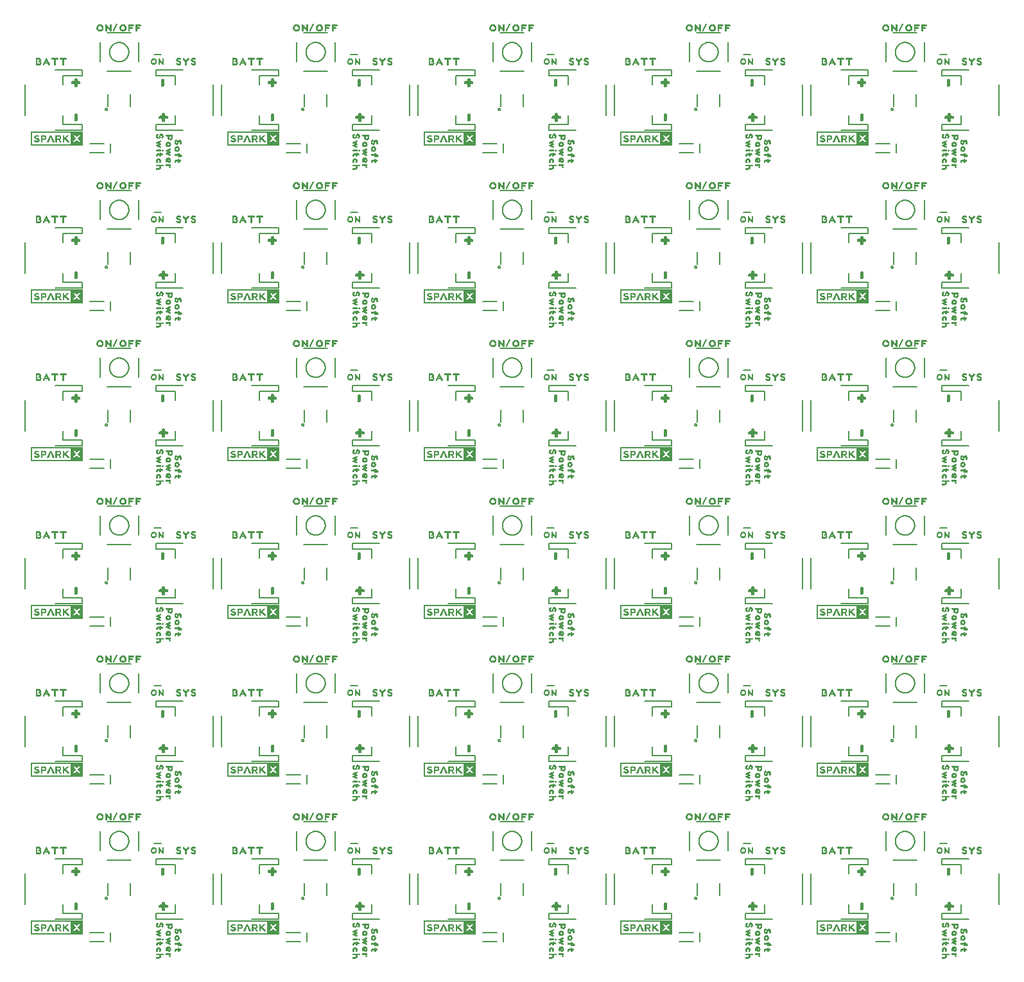
<source format=gto>
G04 EAGLE Gerber RS-274X export*
G75*
%MOMM*%
%FSLAX34Y34*%
%LPD*%
%INSilkscreen Top*%
%IPPOS*%
%AMOC8*
5,1,8,0,0,1.08239X$1,22.5*%
G01*
%ADD10C,0.203200*%

G36*
X337867Y249575D02*
X337867Y249575D01*
X337862Y249583D01*
X337869Y249589D01*
X337869Y268571D01*
X337833Y268619D01*
X337826Y268613D01*
X337820Y268621D01*
X269240Y268621D01*
X269193Y268585D01*
X269198Y268577D01*
X269191Y268571D01*
X269191Y249589D01*
X269227Y249541D01*
X269234Y249547D01*
X269240Y249539D01*
X337820Y249539D01*
X337867Y249575D01*
G37*
G36*
X596947Y457855D02*
X596947Y457855D01*
X596942Y457863D01*
X596949Y457869D01*
X596949Y476851D01*
X596913Y476899D01*
X596906Y476893D01*
X596900Y476901D01*
X528320Y476901D01*
X528273Y476865D01*
X528278Y476857D01*
X528271Y476851D01*
X528271Y457869D01*
X528307Y457821D01*
X528314Y457827D01*
X528320Y457819D01*
X596900Y457819D01*
X596947Y457855D01*
G37*
G36*
X78787Y1082695D02*
X78787Y1082695D01*
X78782Y1082703D01*
X78789Y1082709D01*
X78789Y1101691D01*
X78753Y1101739D01*
X78746Y1101733D01*
X78740Y1101741D01*
X10160Y1101741D01*
X10113Y1101705D01*
X10118Y1101697D01*
X10111Y1101691D01*
X10111Y1082709D01*
X10147Y1082661D01*
X10154Y1082667D01*
X10160Y1082659D01*
X78740Y1082659D01*
X78787Y1082695D01*
G37*
G36*
X337867Y457855D02*
X337867Y457855D01*
X337862Y457863D01*
X337869Y457869D01*
X337869Y476851D01*
X337833Y476899D01*
X337826Y476893D01*
X337820Y476901D01*
X269240Y476901D01*
X269193Y476865D01*
X269198Y476857D01*
X269191Y476851D01*
X269191Y457869D01*
X269227Y457821D01*
X269234Y457827D01*
X269240Y457819D01*
X337820Y457819D01*
X337867Y457855D01*
G37*
G36*
X856027Y41295D02*
X856027Y41295D01*
X856022Y41303D01*
X856029Y41309D01*
X856029Y60291D01*
X855993Y60339D01*
X855986Y60333D01*
X855980Y60341D01*
X787400Y60341D01*
X787353Y60305D01*
X787358Y60297D01*
X787351Y60291D01*
X787351Y41309D01*
X787387Y41261D01*
X787394Y41267D01*
X787400Y41259D01*
X855980Y41259D01*
X856027Y41295D01*
G37*
G36*
X596947Y41295D02*
X596947Y41295D01*
X596942Y41303D01*
X596949Y41309D01*
X596949Y60291D01*
X596913Y60339D01*
X596906Y60333D01*
X596900Y60341D01*
X528320Y60341D01*
X528273Y60305D01*
X528278Y60297D01*
X528271Y60291D01*
X528271Y41309D01*
X528307Y41261D01*
X528314Y41267D01*
X528320Y41259D01*
X596900Y41259D01*
X596947Y41295D01*
G37*
G36*
X78753Y60339D02*
X78753Y60339D01*
X78746Y60333D01*
X78740Y60341D01*
X10160Y60341D01*
X10113Y60305D01*
X10118Y60297D01*
X10111Y60291D01*
X10111Y41309D01*
X10147Y41261D01*
X10154Y41267D01*
X10160Y41259D01*
X78740Y41259D01*
X78787Y41295D01*
X78782Y41303D01*
X78789Y41309D01*
X78789Y60291D01*
X78753Y60339D01*
G37*
G36*
X1115107Y41295D02*
X1115107Y41295D01*
X1115102Y41303D01*
X1115109Y41309D01*
X1115109Y60291D01*
X1115073Y60339D01*
X1115066Y60333D01*
X1115060Y60341D01*
X1046480Y60341D01*
X1046433Y60305D01*
X1046438Y60297D01*
X1046431Y60291D01*
X1046431Y41309D01*
X1046467Y41261D01*
X1046474Y41267D01*
X1046480Y41259D01*
X1115060Y41259D01*
X1115107Y41295D01*
G37*
G36*
X337867Y41295D02*
X337867Y41295D01*
X337862Y41303D01*
X337869Y41309D01*
X337869Y60291D01*
X337833Y60339D01*
X337826Y60333D01*
X337820Y60341D01*
X269240Y60341D01*
X269193Y60305D01*
X269198Y60297D01*
X269191Y60291D01*
X269191Y41309D01*
X269227Y41261D01*
X269234Y41267D01*
X269240Y41259D01*
X337820Y41259D01*
X337867Y41295D01*
G37*
G36*
X596947Y874415D02*
X596947Y874415D01*
X596942Y874423D01*
X596949Y874429D01*
X596949Y893411D01*
X596913Y893459D01*
X596906Y893453D01*
X596900Y893461D01*
X528320Y893461D01*
X528273Y893425D01*
X528278Y893417D01*
X528271Y893411D01*
X528271Y874429D01*
X528307Y874381D01*
X528314Y874387D01*
X528320Y874379D01*
X596900Y874379D01*
X596947Y874415D01*
G37*
G36*
X1115107Y874415D02*
X1115107Y874415D01*
X1115102Y874423D01*
X1115109Y874429D01*
X1115109Y893411D01*
X1115073Y893459D01*
X1115066Y893453D01*
X1115060Y893461D01*
X1046480Y893461D01*
X1046433Y893425D01*
X1046438Y893417D01*
X1046431Y893411D01*
X1046431Y874429D01*
X1046467Y874381D01*
X1046474Y874387D01*
X1046480Y874379D01*
X1115060Y874379D01*
X1115107Y874415D01*
G37*
G36*
X337867Y874415D02*
X337867Y874415D01*
X337862Y874423D01*
X337869Y874429D01*
X337869Y893411D01*
X337833Y893459D01*
X337826Y893453D01*
X337820Y893461D01*
X269240Y893461D01*
X269193Y893425D01*
X269198Y893417D01*
X269191Y893411D01*
X269191Y874429D01*
X269227Y874381D01*
X269234Y874387D01*
X269240Y874379D01*
X337820Y874379D01*
X337867Y874415D01*
G37*
G36*
X78787Y874415D02*
X78787Y874415D01*
X78782Y874423D01*
X78789Y874429D01*
X78789Y893411D01*
X78753Y893459D01*
X78746Y893453D01*
X78740Y893461D01*
X10160Y893461D01*
X10113Y893425D01*
X10118Y893417D01*
X10111Y893411D01*
X10111Y874429D01*
X10147Y874381D01*
X10154Y874387D01*
X10160Y874379D01*
X78740Y874379D01*
X78787Y874415D01*
G37*
G36*
X856027Y874415D02*
X856027Y874415D01*
X856022Y874423D01*
X856029Y874429D01*
X856029Y893411D01*
X855993Y893459D01*
X855986Y893453D01*
X855980Y893461D01*
X787400Y893461D01*
X787353Y893425D01*
X787358Y893417D01*
X787351Y893411D01*
X787351Y874429D01*
X787387Y874381D01*
X787394Y874387D01*
X787400Y874379D01*
X855980Y874379D01*
X856027Y874415D01*
G37*
G36*
X856027Y666135D02*
X856027Y666135D01*
X856022Y666143D01*
X856029Y666149D01*
X856029Y685131D01*
X855993Y685179D01*
X855986Y685173D01*
X855980Y685181D01*
X787400Y685181D01*
X787353Y685145D01*
X787358Y685137D01*
X787351Y685131D01*
X787351Y666149D01*
X787387Y666101D01*
X787394Y666107D01*
X787400Y666099D01*
X855980Y666099D01*
X856027Y666135D01*
G37*
G36*
X78787Y666135D02*
X78787Y666135D01*
X78782Y666143D01*
X78789Y666149D01*
X78789Y685131D01*
X78753Y685179D01*
X78746Y685173D01*
X78740Y685181D01*
X10160Y685181D01*
X10113Y685145D01*
X10118Y685137D01*
X10111Y685131D01*
X10111Y666149D01*
X10147Y666101D01*
X10154Y666107D01*
X10160Y666099D01*
X78740Y666099D01*
X78787Y666135D01*
G37*
G36*
X596947Y666135D02*
X596947Y666135D01*
X596942Y666143D01*
X596949Y666149D01*
X596949Y685131D01*
X596913Y685179D01*
X596906Y685173D01*
X596900Y685181D01*
X528320Y685181D01*
X528273Y685145D01*
X528278Y685137D01*
X528271Y685131D01*
X528271Y666149D01*
X528307Y666101D01*
X528314Y666107D01*
X528320Y666099D01*
X596900Y666099D01*
X596947Y666135D01*
G37*
G36*
X1115107Y666135D02*
X1115107Y666135D01*
X1115102Y666143D01*
X1115109Y666149D01*
X1115109Y685131D01*
X1115073Y685179D01*
X1115066Y685173D01*
X1115060Y685181D01*
X1046480Y685181D01*
X1046433Y685145D01*
X1046438Y685137D01*
X1046431Y685131D01*
X1046431Y666149D01*
X1046467Y666101D01*
X1046474Y666107D01*
X1046480Y666099D01*
X1115060Y666099D01*
X1115107Y666135D01*
G37*
G36*
X337867Y666135D02*
X337867Y666135D01*
X337862Y666143D01*
X337869Y666149D01*
X337869Y685131D01*
X337833Y685179D01*
X337826Y685173D01*
X337820Y685181D01*
X269240Y685181D01*
X269193Y685145D01*
X269198Y685137D01*
X269191Y685131D01*
X269191Y666149D01*
X269227Y666101D01*
X269234Y666107D01*
X269240Y666099D01*
X337820Y666099D01*
X337867Y666135D01*
G37*
G36*
X856027Y249575D02*
X856027Y249575D01*
X856022Y249583D01*
X856029Y249589D01*
X856029Y268571D01*
X855993Y268619D01*
X855986Y268613D01*
X855980Y268621D01*
X787400Y268621D01*
X787353Y268585D01*
X787358Y268577D01*
X787351Y268571D01*
X787351Y249589D01*
X787387Y249541D01*
X787394Y249547D01*
X787400Y249539D01*
X855980Y249539D01*
X856027Y249575D01*
G37*
G36*
X1115107Y249575D02*
X1115107Y249575D01*
X1115102Y249583D01*
X1115109Y249589D01*
X1115109Y268571D01*
X1115073Y268619D01*
X1115066Y268613D01*
X1115060Y268621D01*
X1046480Y268621D01*
X1046433Y268585D01*
X1046438Y268577D01*
X1046431Y268571D01*
X1046431Y249589D01*
X1046467Y249541D01*
X1046474Y249547D01*
X1046480Y249539D01*
X1115060Y249539D01*
X1115107Y249575D01*
G37*
G36*
X78787Y249575D02*
X78787Y249575D01*
X78782Y249583D01*
X78789Y249589D01*
X78789Y268571D01*
X78753Y268619D01*
X78746Y268613D01*
X78740Y268621D01*
X10160Y268621D01*
X10113Y268585D01*
X10118Y268577D01*
X10111Y268571D01*
X10111Y249589D01*
X10147Y249541D01*
X10154Y249547D01*
X10160Y249539D01*
X78740Y249539D01*
X78787Y249575D01*
G37*
G36*
X596947Y249575D02*
X596947Y249575D01*
X596942Y249583D01*
X596949Y249589D01*
X596949Y268571D01*
X596913Y268619D01*
X596906Y268613D01*
X596900Y268621D01*
X528320Y268621D01*
X528273Y268585D01*
X528278Y268577D01*
X528271Y268571D01*
X528271Y249589D01*
X528307Y249541D01*
X528314Y249547D01*
X528320Y249539D01*
X596900Y249539D01*
X596947Y249575D01*
G37*
G36*
X78787Y457855D02*
X78787Y457855D01*
X78782Y457863D01*
X78789Y457869D01*
X78789Y476851D01*
X78753Y476899D01*
X78746Y476893D01*
X78740Y476901D01*
X10160Y476901D01*
X10113Y476865D01*
X10118Y476857D01*
X10111Y476851D01*
X10111Y457869D01*
X10147Y457821D01*
X10154Y457827D01*
X10160Y457819D01*
X78740Y457819D01*
X78787Y457855D01*
G37*
G36*
X1115107Y1082695D02*
X1115107Y1082695D01*
X1115102Y1082703D01*
X1115109Y1082709D01*
X1115109Y1101691D01*
X1115073Y1101739D01*
X1115066Y1101733D01*
X1115060Y1101741D01*
X1046480Y1101741D01*
X1046433Y1101705D01*
X1046438Y1101697D01*
X1046431Y1101691D01*
X1046431Y1082709D01*
X1046467Y1082661D01*
X1046474Y1082667D01*
X1046480Y1082659D01*
X1115060Y1082659D01*
X1115107Y1082695D01*
G37*
G36*
X856027Y1082695D02*
X856027Y1082695D01*
X856022Y1082703D01*
X856029Y1082709D01*
X856029Y1101691D01*
X855993Y1101739D01*
X855986Y1101733D01*
X855980Y1101741D01*
X787400Y1101741D01*
X787353Y1101705D01*
X787358Y1101697D01*
X787351Y1101691D01*
X787351Y1082709D01*
X787387Y1082661D01*
X787394Y1082667D01*
X787400Y1082659D01*
X855980Y1082659D01*
X856027Y1082695D01*
G37*
G36*
X596947Y1082695D02*
X596947Y1082695D01*
X596942Y1082703D01*
X596949Y1082709D01*
X596949Y1101691D01*
X596913Y1101739D01*
X596906Y1101733D01*
X596900Y1101741D01*
X528320Y1101741D01*
X528273Y1101705D01*
X528278Y1101697D01*
X528271Y1101691D01*
X528271Y1082709D01*
X528307Y1082661D01*
X528314Y1082667D01*
X528320Y1082659D01*
X596900Y1082659D01*
X596947Y1082695D01*
G37*
G36*
X337867Y1082695D02*
X337867Y1082695D01*
X337862Y1082703D01*
X337869Y1082709D01*
X337869Y1101691D01*
X337833Y1101739D01*
X337826Y1101733D01*
X337820Y1101741D01*
X269240Y1101741D01*
X269193Y1101705D01*
X269198Y1101697D01*
X269191Y1101691D01*
X269191Y1082709D01*
X269227Y1082661D01*
X269234Y1082667D01*
X269240Y1082659D01*
X337820Y1082659D01*
X337867Y1082695D01*
G37*
G36*
X856027Y457855D02*
X856027Y457855D01*
X856022Y457863D01*
X856029Y457869D01*
X856029Y476851D01*
X855993Y476899D01*
X855986Y476893D01*
X855980Y476901D01*
X787400Y476901D01*
X787353Y476865D01*
X787358Y476857D01*
X787351Y476851D01*
X787351Y457869D01*
X787387Y457821D01*
X787394Y457827D01*
X787400Y457819D01*
X855980Y457819D01*
X856027Y457855D01*
G37*
G36*
X1115107Y457855D02*
X1115107Y457855D01*
X1115102Y457863D01*
X1115109Y457869D01*
X1115109Y476851D01*
X1115073Y476899D01*
X1115066Y476893D01*
X1115060Y476901D01*
X1046480Y476901D01*
X1046433Y476865D01*
X1046438Y476857D01*
X1046431Y476851D01*
X1046431Y457869D01*
X1046467Y457821D01*
X1046474Y457827D01*
X1046480Y457819D01*
X1115060Y457819D01*
X1115107Y457855D01*
G37*
%LPC*%
G36*
X11972Y43120D02*
X11972Y43120D01*
X11972Y58480D01*
X63370Y58480D01*
X63370Y43120D01*
X11972Y43120D01*
G37*
%LPD*%
%LPC*%
G36*
X1048292Y43120D02*
X1048292Y43120D01*
X1048292Y58480D01*
X1099690Y58480D01*
X1099690Y43120D01*
X1048292Y43120D01*
G37*
%LPD*%
%LPC*%
G36*
X530132Y1084520D02*
X530132Y1084520D01*
X530132Y1099880D01*
X581530Y1099880D01*
X581530Y1084520D01*
X530132Y1084520D01*
G37*
%LPD*%
%LPC*%
G36*
X271052Y1084520D02*
X271052Y1084520D01*
X271052Y1099880D01*
X322450Y1099880D01*
X322450Y1084520D01*
X271052Y1084520D01*
G37*
%LPD*%
%LPC*%
G36*
X11972Y1084520D02*
X11972Y1084520D01*
X11972Y1099880D01*
X63370Y1099880D01*
X63370Y1084520D01*
X11972Y1084520D01*
G37*
%LPD*%
%LPC*%
G36*
X789212Y1084520D02*
X789212Y1084520D01*
X789212Y1099880D01*
X840610Y1099880D01*
X840610Y1084520D01*
X789212Y1084520D01*
G37*
%LPD*%
%LPC*%
G36*
X1048292Y1084520D02*
X1048292Y1084520D01*
X1048292Y1099880D01*
X1099690Y1099880D01*
X1099690Y1084520D01*
X1048292Y1084520D01*
G37*
%LPD*%
%LPC*%
G36*
X789212Y459680D02*
X789212Y459680D01*
X789212Y475040D01*
X840610Y475040D01*
X840610Y459680D01*
X789212Y459680D01*
G37*
%LPD*%
%LPC*%
G36*
X530132Y459680D02*
X530132Y459680D01*
X530132Y475040D01*
X581530Y475040D01*
X581530Y459680D01*
X530132Y459680D01*
G37*
%LPD*%
%LPC*%
G36*
X271052Y459680D02*
X271052Y459680D01*
X271052Y475040D01*
X322450Y475040D01*
X322450Y459680D01*
X271052Y459680D01*
G37*
%LPD*%
%LPC*%
G36*
X1048292Y459680D02*
X1048292Y459680D01*
X1048292Y475040D01*
X1099690Y475040D01*
X1099690Y459680D01*
X1048292Y459680D01*
G37*
%LPD*%
%LPC*%
G36*
X11972Y459680D02*
X11972Y459680D01*
X11972Y475040D01*
X63370Y475040D01*
X63370Y459680D01*
X11972Y459680D01*
G37*
%LPD*%
%LPC*%
G36*
X789212Y251400D02*
X789212Y251400D01*
X789212Y266760D01*
X840610Y266760D01*
X840610Y251400D01*
X789212Y251400D01*
G37*
%LPD*%
%LPC*%
G36*
X1048292Y251400D02*
X1048292Y251400D01*
X1048292Y266760D01*
X1099690Y266760D01*
X1099690Y251400D01*
X1048292Y251400D01*
G37*
%LPD*%
%LPC*%
G36*
X271052Y251400D02*
X271052Y251400D01*
X271052Y266760D01*
X322450Y266760D01*
X322450Y251400D01*
X271052Y251400D01*
G37*
%LPD*%
%LPC*%
G36*
X789212Y667960D02*
X789212Y667960D01*
X789212Y683320D01*
X840610Y683320D01*
X840610Y667960D01*
X789212Y667960D01*
G37*
%LPD*%
%LPC*%
G36*
X530132Y251400D02*
X530132Y251400D01*
X530132Y266760D01*
X581530Y266760D01*
X581530Y251400D01*
X530132Y251400D01*
G37*
%LPD*%
%LPC*%
G36*
X11972Y251400D02*
X11972Y251400D01*
X11972Y266760D01*
X63370Y266760D01*
X63370Y251400D01*
X11972Y251400D01*
G37*
%LPD*%
%LPC*%
G36*
X11972Y876240D02*
X11972Y876240D01*
X11972Y891600D01*
X63370Y891600D01*
X63370Y876240D01*
X11972Y876240D01*
G37*
%LPD*%
%LPC*%
G36*
X11972Y667960D02*
X11972Y667960D01*
X11972Y683320D01*
X63370Y683320D01*
X63370Y667960D01*
X11972Y667960D01*
G37*
%LPD*%
%LPC*%
G36*
X530132Y667960D02*
X530132Y667960D01*
X530132Y683320D01*
X581530Y683320D01*
X581530Y667960D01*
X530132Y667960D01*
G37*
%LPD*%
%LPC*%
G36*
X1048292Y667960D02*
X1048292Y667960D01*
X1048292Y683320D01*
X1099690Y683320D01*
X1099690Y667960D01*
X1048292Y667960D01*
G37*
%LPD*%
%LPC*%
G36*
X271052Y667960D02*
X271052Y667960D01*
X271052Y683320D01*
X322450Y683320D01*
X322450Y667960D01*
X271052Y667960D01*
G37*
%LPD*%
%LPC*%
G36*
X789212Y876240D02*
X789212Y876240D01*
X789212Y891600D01*
X840610Y891600D01*
X840610Y876240D01*
X789212Y876240D01*
G37*
%LPD*%
%LPC*%
G36*
X1048292Y876240D02*
X1048292Y876240D01*
X1048292Y891600D01*
X1099690Y891600D01*
X1099690Y876240D01*
X1048292Y876240D01*
G37*
%LPD*%
%LPC*%
G36*
X530132Y876240D02*
X530132Y876240D01*
X530132Y891600D01*
X581530Y891600D01*
X581530Y876240D01*
X530132Y876240D01*
G37*
%LPD*%
%LPC*%
G36*
X271052Y876240D02*
X271052Y876240D01*
X271052Y891600D01*
X322450Y891600D01*
X322450Y876240D01*
X271052Y876240D01*
G37*
%LPD*%
%LPC*%
G36*
X789212Y43120D02*
X789212Y43120D01*
X789212Y58480D01*
X840610Y58480D01*
X840610Y43120D01*
X789212Y43120D01*
G37*
%LPD*%
%LPC*%
G36*
X530132Y43120D02*
X530132Y43120D01*
X530132Y58480D01*
X581530Y58480D01*
X581530Y43120D01*
X530132Y43120D01*
G37*
%LPD*%
%LPC*%
G36*
X271052Y43120D02*
X271052Y43120D01*
X271052Y58480D01*
X322450Y58480D01*
X322450Y43120D01*
X271052Y43120D01*
G37*
%LPD*%
G36*
X963138Y697438D02*
X963138Y697438D01*
X963146Y697433D01*
X964346Y697833D01*
X964366Y697863D01*
X964378Y697868D01*
X964678Y699068D01*
X964674Y699076D01*
X964679Y699080D01*
X964679Y700571D01*
X965063Y701531D01*
X966330Y701531D01*
X966332Y701532D01*
X966333Y701531D01*
X967833Y701631D01*
X967852Y701647D01*
X967865Y701645D01*
X968665Y702445D01*
X968668Y702469D01*
X968679Y702477D01*
X968779Y703877D01*
X968775Y703883D01*
X968779Y703888D01*
X968579Y705188D01*
X968555Y705211D01*
X968552Y705224D01*
X967552Y705724D01*
X967538Y705722D01*
X967533Y705729D01*
X966033Y705829D01*
X966031Y705828D01*
X966030Y705829D01*
X964679Y705829D01*
X964679Y708480D01*
X964670Y708492D01*
X964675Y708500D01*
X964175Y709600D01*
X964144Y709617D01*
X964138Y709629D01*
X962838Y709829D01*
X962830Y709825D01*
X962827Y709829D01*
X961427Y709729D01*
X961405Y709710D01*
X961391Y709710D01*
X960691Y708810D01*
X960691Y708790D01*
X960681Y708783D01*
X960581Y707283D01*
X960582Y707281D01*
X960581Y707280D01*
X960581Y706021D01*
X959525Y705829D01*
X958030Y705829D01*
X958020Y705822D01*
X958013Y705826D01*
X956913Y705426D01*
X956898Y705402D01*
X956885Y705399D01*
X956385Y704199D01*
X956386Y704194D01*
X956383Y704191D01*
X956388Y704184D01*
X956389Y704183D01*
X956381Y704177D01*
X956481Y702777D01*
X956492Y702764D01*
X956488Y702755D01*
X957088Y701755D01*
X957116Y701743D01*
X957123Y701731D01*
X958523Y701531D01*
X958528Y701534D01*
X958530Y701531D01*
X959814Y701531D01*
X960581Y700955D01*
X960581Y699680D01*
X960582Y699678D01*
X960581Y699677D01*
X960681Y698277D01*
X960700Y698255D01*
X960700Y698241D01*
X961600Y697541D01*
X961620Y697541D01*
X961627Y697531D01*
X963127Y697431D01*
X963138Y697438D01*
G37*
G36*
X963138Y1113998D02*
X963138Y1113998D01*
X963146Y1113993D01*
X964346Y1114393D01*
X964366Y1114423D01*
X964378Y1114428D01*
X964678Y1115628D01*
X964674Y1115636D01*
X964679Y1115640D01*
X964679Y1117131D01*
X965063Y1118091D01*
X966330Y1118091D01*
X966332Y1118092D01*
X966333Y1118091D01*
X967833Y1118191D01*
X967852Y1118207D01*
X967865Y1118205D01*
X968665Y1119005D01*
X968668Y1119029D01*
X968679Y1119037D01*
X968779Y1120437D01*
X968775Y1120443D01*
X968779Y1120448D01*
X968579Y1121748D01*
X968555Y1121771D01*
X968552Y1121784D01*
X967552Y1122284D01*
X967538Y1122282D01*
X967533Y1122289D01*
X966033Y1122389D01*
X966031Y1122388D01*
X966030Y1122389D01*
X964679Y1122389D01*
X964679Y1125040D01*
X964670Y1125052D01*
X964675Y1125060D01*
X964175Y1126160D01*
X964144Y1126177D01*
X964138Y1126189D01*
X962838Y1126389D01*
X962830Y1126385D01*
X962827Y1126389D01*
X961427Y1126289D01*
X961405Y1126270D01*
X961391Y1126270D01*
X960691Y1125370D01*
X960691Y1125350D01*
X960681Y1125343D01*
X960581Y1123843D01*
X960582Y1123841D01*
X960581Y1123840D01*
X960581Y1122581D01*
X959525Y1122389D01*
X958030Y1122389D01*
X958020Y1122382D01*
X958013Y1122386D01*
X956913Y1121986D01*
X956898Y1121962D01*
X956885Y1121959D01*
X956385Y1120759D01*
X956386Y1120754D01*
X956383Y1120751D01*
X956388Y1120744D01*
X956389Y1120743D01*
X956381Y1120737D01*
X956481Y1119337D01*
X956492Y1119324D01*
X956488Y1119315D01*
X957088Y1118315D01*
X957116Y1118303D01*
X957123Y1118291D01*
X958523Y1118091D01*
X958528Y1118094D01*
X958530Y1118091D01*
X959814Y1118091D01*
X960581Y1117515D01*
X960581Y1116240D01*
X960582Y1116238D01*
X960581Y1116237D01*
X960681Y1114837D01*
X960700Y1114815D01*
X960700Y1114801D01*
X961600Y1114101D01*
X961620Y1114101D01*
X961627Y1114091D01*
X963127Y1113991D01*
X963138Y1113998D01*
G37*
G36*
X963138Y72598D02*
X963138Y72598D01*
X963146Y72593D01*
X964346Y72993D01*
X964366Y73023D01*
X964378Y73028D01*
X964678Y74228D01*
X964674Y74236D01*
X964679Y74240D01*
X964679Y75731D01*
X965063Y76691D01*
X966330Y76691D01*
X966332Y76692D01*
X966333Y76691D01*
X967833Y76791D01*
X967852Y76807D01*
X967865Y76805D01*
X968665Y77605D01*
X968668Y77629D01*
X968679Y77637D01*
X968779Y79037D01*
X968775Y79043D01*
X968779Y79048D01*
X968579Y80348D01*
X968555Y80371D01*
X968552Y80384D01*
X967552Y80884D01*
X967538Y80882D01*
X967533Y80889D01*
X966033Y80989D01*
X966031Y80988D01*
X966030Y80989D01*
X964679Y80989D01*
X964679Y83640D01*
X964670Y83652D01*
X964675Y83660D01*
X964175Y84760D01*
X964144Y84777D01*
X964138Y84789D01*
X962838Y84989D01*
X962830Y84985D01*
X962827Y84989D01*
X961427Y84889D01*
X961405Y84870D01*
X961391Y84870D01*
X960691Y83970D01*
X960691Y83950D01*
X960681Y83943D01*
X960581Y82443D01*
X960582Y82441D01*
X960581Y82440D01*
X960581Y81181D01*
X959525Y80989D01*
X958030Y80989D01*
X958020Y80982D01*
X958013Y80986D01*
X956913Y80586D01*
X956898Y80562D01*
X956885Y80559D01*
X956385Y79359D01*
X956386Y79354D01*
X956383Y79351D01*
X956388Y79344D01*
X956389Y79343D01*
X956381Y79337D01*
X956481Y77937D01*
X956492Y77924D01*
X956488Y77915D01*
X957088Y76915D01*
X957116Y76903D01*
X957123Y76891D01*
X958523Y76691D01*
X958528Y76694D01*
X958530Y76691D01*
X959814Y76691D01*
X960581Y76115D01*
X960581Y74840D01*
X960582Y74838D01*
X960581Y74837D01*
X960681Y73437D01*
X960700Y73415D01*
X960700Y73401D01*
X961600Y72701D01*
X961620Y72701D01*
X961627Y72691D01*
X963127Y72591D01*
X963138Y72598D01*
G37*
G36*
X588488Y743158D02*
X588488Y743158D01*
X588496Y743153D01*
X589696Y743553D01*
X589716Y743583D01*
X589728Y743588D01*
X590028Y744788D01*
X590024Y744796D01*
X590029Y744800D01*
X590029Y746291D01*
X590413Y747251D01*
X591680Y747251D01*
X591682Y747252D01*
X591683Y747251D01*
X593183Y747351D01*
X593202Y747367D01*
X593215Y747365D01*
X594015Y748165D01*
X594018Y748189D01*
X594029Y748197D01*
X594129Y749597D01*
X594125Y749603D01*
X594129Y749608D01*
X593929Y750908D01*
X593905Y750931D01*
X593902Y750944D01*
X592902Y751444D01*
X592888Y751442D01*
X592883Y751449D01*
X591383Y751549D01*
X591381Y751548D01*
X591380Y751549D01*
X590029Y751549D01*
X590029Y754200D01*
X590020Y754212D01*
X590025Y754220D01*
X589525Y755320D01*
X589494Y755337D01*
X589488Y755349D01*
X588188Y755549D01*
X588180Y755545D01*
X588177Y755549D01*
X586777Y755449D01*
X586755Y755430D01*
X586741Y755430D01*
X586041Y754530D01*
X586041Y754510D01*
X586031Y754503D01*
X585931Y753003D01*
X585932Y753001D01*
X585931Y753000D01*
X585931Y751741D01*
X584875Y751549D01*
X583380Y751549D01*
X583370Y751542D01*
X583363Y751546D01*
X582263Y751146D01*
X582248Y751122D01*
X582235Y751119D01*
X581735Y749919D01*
X581736Y749914D01*
X581733Y749911D01*
X581738Y749904D01*
X581739Y749903D01*
X581731Y749897D01*
X581831Y748497D01*
X581842Y748484D01*
X581838Y748475D01*
X582438Y747475D01*
X582466Y747463D01*
X582473Y747451D01*
X583873Y747251D01*
X583878Y747254D01*
X583880Y747251D01*
X585164Y747251D01*
X585931Y746675D01*
X585931Y745400D01*
X585932Y745398D01*
X585931Y745397D01*
X586031Y743997D01*
X586050Y743975D01*
X586050Y743961D01*
X586950Y743261D01*
X586970Y743261D01*
X586977Y743251D01*
X588477Y743151D01*
X588488Y743158D01*
G37*
G36*
X1222218Y280878D02*
X1222218Y280878D01*
X1222226Y280873D01*
X1223426Y281273D01*
X1223446Y281303D01*
X1223458Y281308D01*
X1223758Y282508D01*
X1223754Y282516D01*
X1223759Y282520D01*
X1223759Y284011D01*
X1224143Y284971D01*
X1225410Y284971D01*
X1225412Y284972D01*
X1225413Y284971D01*
X1226913Y285071D01*
X1226932Y285087D01*
X1226945Y285085D01*
X1227745Y285885D01*
X1227748Y285909D01*
X1227759Y285917D01*
X1227859Y287317D01*
X1227855Y287323D01*
X1227859Y287328D01*
X1227659Y288628D01*
X1227635Y288651D01*
X1227632Y288664D01*
X1226632Y289164D01*
X1226618Y289162D01*
X1226613Y289169D01*
X1225113Y289269D01*
X1225111Y289268D01*
X1225110Y289269D01*
X1223759Y289269D01*
X1223759Y291920D01*
X1223750Y291932D01*
X1223755Y291940D01*
X1223255Y293040D01*
X1223224Y293057D01*
X1223218Y293069D01*
X1221918Y293269D01*
X1221910Y293265D01*
X1221907Y293269D01*
X1220507Y293169D01*
X1220485Y293150D01*
X1220471Y293150D01*
X1219771Y292250D01*
X1219771Y292230D01*
X1219761Y292223D01*
X1219661Y290723D01*
X1219662Y290721D01*
X1219661Y290720D01*
X1219661Y289461D01*
X1218605Y289269D01*
X1217110Y289269D01*
X1217100Y289262D01*
X1217093Y289266D01*
X1215993Y288866D01*
X1215978Y288842D01*
X1215965Y288839D01*
X1215465Y287639D01*
X1215466Y287634D01*
X1215463Y287631D01*
X1215468Y287624D01*
X1215469Y287623D01*
X1215461Y287617D01*
X1215561Y286217D01*
X1215572Y286204D01*
X1215568Y286195D01*
X1216168Y285195D01*
X1216196Y285183D01*
X1216203Y285171D01*
X1217603Y284971D01*
X1217608Y284974D01*
X1217610Y284971D01*
X1218894Y284971D01*
X1219661Y284395D01*
X1219661Y283120D01*
X1219662Y283118D01*
X1219661Y283117D01*
X1219761Y281717D01*
X1219780Y281695D01*
X1219780Y281681D01*
X1220680Y280981D01*
X1220700Y280981D01*
X1220707Y280971D01*
X1222207Y280871D01*
X1222218Y280878D01*
G37*
G36*
X1106648Y326598D02*
X1106648Y326598D01*
X1106656Y326593D01*
X1107856Y326993D01*
X1107876Y327023D01*
X1107888Y327028D01*
X1108188Y328228D01*
X1108184Y328236D01*
X1108189Y328240D01*
X1108189Y329731D01*
X1108573Y330691D01*
X1109840Y330691D01*
X1109842Y330692D01*
X1109843Y330691D01*
X1111343Y330791D01*
X1111362Y330807D01*
X1111375Y330805D01*
X1112175Y331605D01*
X1112178Y331629D01*
X1112189Y331637D01*
X1112289Y333037D01*
X1112285Y333043D01*
X1112289Y333048D01*
X1112089Y334348D01*
X1112065Y334371D01*
X1112062Y334384D01*
X1111062Y334884D01*
X1111048Y334882D01*
X1111043Y334889D01*
X1109543Y334989D01*
X1109541Y334988D01*
X1109540Y334989D01*
X1108189Y334989D01*
X1108189Y337640D01*
X1108180Y337652D01*
X1108185Y337660D01*
X1107685Y338760D01*
X1107654Y338777D01*
X1107648Y338789D01*
X1106348Y338989D01*
X1106340Y338985D01*
X1106337Y338989D01*
X1104937Y338889D01*
X1104915Y338870D01*
X1104901Y338870D01*
X1104201Y337970D01*
X1104201Y337950D01*
X1104191Y337943D01*
X1104091Y336443D01*
X1104092Y336441D01*
X1104091Y336440D01*
X1104091Y335181D01*
X1103035Y334989D01*
X1101540Y334989D01*
X1101530Y334982D01*
X1101523Y334986D01*
X1100423Y334586D01*
X1100408Y334562D01*
X1100395Y334559D01*
X1099895Y333359D01*
X1099896Y333354D01*
X1099893Y333351D01*
X1099898Y333344D01*
X1099899Y333343D01*
X1099891Y333337D01*
X1099991Y331937D01*
X1100002Y331924D01*
X1099998Y331915D01*
X1100598Y330915D01*
X1100626Y330903D01*
X1100633Y330891D01*
X1102033Y330691D01*
X1102038Y330694D01*
X1102040Y330691D01*
X1103324Y330691D01*
X1104091Y330115D01*
X1104091Y328840D01*
X1104092Y328838D01*
X1104091Y328837D01*
X1104191Y327437D01*
X1104210Y327415D01*
X1104210Y327401D01*
X1105110Y326701D01*
X1105130Y326701D01*
X1105137Y326691D01*
X1106637Y326591D01*
X1106648Y326598D01*
G37*
G36*
X444978Y697438D02*
X444978Y697438D01*
X444986Y697433D01*
X446186Y697833D01*
X446206Y697863D01*
X446218Y697868D01*
X446518Y699068D01*
X446514Y699076D01*
X446519Y699080D01*
X446519Y700571D01*
X446903Y701531D01*
X448170Y701531D01*
X448172Y701532D01*
X448173Y701531D01*
X449673Y701631D01*
X449692Y701647D01*
X449705Y701645D01*
X450505Y702445D01*
X450508Y702469D01*
X450519Y702477D01*
X450619Y703877D01*
X450615Y703883D01*
X450619Y703888D01*
X450419Y705188D01*
X450395Y705211D01*
X450392Y705224D01*
X449392Y705724D01*
X449378Y705722D01*
X449373Y705729D01*
X447873Y705829D01*
X447871Y705828D01*
X447870Y705829D01*
X446519Y705829D01*
X446519Y708480D01*
X446510Y708492D01*
X446515Y708500D01*
X446015Y709600D01*
X445984Y709617D01*
X445978Y709629D01*
X444678Y709829D01*
X444670Y709825D01*
X444667Y709829D01*
X443267Y709729D01*
X443245Y709710D01*
X443231Y709710D01*
X442531Y708810D01*
X442531Y708790D01*
X442521Y708783D01*
X442421Y707283D01*
X442422Y707281D01*
X442421Y707280D01*
X442421Y706021D01*
X441365Y705829D01*
X439870Y705829D01*
X439860Y705822D01*
X439853Y705826D01*
X438753Y705426D01*
X438738Y705402D01*
X438725Y705399D01*
X438225Y704199D01*
X438226Y704194D01*
X438223Y704191D01*
X438228Y704184D01*
X438229Y704183D01*
X438221Y704177D01*
X438321Y702777D01*
X438332Y702764D01*
X438328Y702755D01*
X438928Y701755D01*
X438956Y701743D01*
X438963Y701731D01*
X440363Y701531D01*
X440368Y701534D01*
X440370Y701531D01*
X441654Y701531D01*
X442421Y700955D01*
X442421Y699680D01*
X442422Y699678D01*
X442421Y699677D01*
X442521Y698277D01*
X442540Y698255D01*
X442540Y698241D01*
X443440Y697541D01*
X443460Y697541D01*
X443467Y697531D01*
X444967Y697431D01*
X444978Y697438D01*
G37*
G36*
X1222218Y905718D02*
X1222218Y905718D01*
X1222226Y905713D01*
X1223426Y906113D01*
X1223446Y906143D01*
X1223458Y906148D01*
X1223758Y907348D01*
X1223754Y907356D01*
X1223759Y907360D01*
X1223759Y908851D01*
X1224143Y909811D01*
X1225410Y909811D01*
X1225412Y909812D01*
X1225413Y909811D01*
X1226913Y909911D01*
X1226932Y909927D01*
X1226945Y909925D01*
X1227745Y910725D01*
X1227748Y910749D01*
X1227759Y910757D01*
X1227859Y912157D01*
X1227855Y912163D01*
X1227859Y912168D01*
X1227659Y913468D01*
X1227635Y913491D01*
X1227632Y913504D01*
X1226632Y914004D01*
X1226618Y914002D01*
X1226613Y914009D01*
X1225113Y914109D01*
X1225111Y914108D01*
X1225110Y914109D01*
X1223759Y914109D01*
X1223759Y916760D01*
X1223750Y916772D01*
X1223755Y916780D01*
X1223255Y917880D01*
X1223224Y917897D01*
X1223218Y917909D01*
X1221918Y918109D01*
X1221910Y918105D01*
X1221907Y918109D01*
X1220507Y918009D01*
X1220485Y917990D01*
X1220471Y917990D01*
X1219771Y917090D01*
X1219771Y917070D01*
X1219761Y917063D01*
X1219661Y915563D01*
X1219662Y915561D01*
X1219661Y915560D01*
X1219661Y914301D01*
X1218605Y914109D01*
X1217110Y914109D01*
X1217100Y914102D01*
X1217093Y914106D01*
X1215993Y913706D01*
X1215978Y913682D01*
X1215965Y913679D01*
X1215465Y912479D01*
X1215466Y912474D01*
X1215463Y912471D01*
X1215468Y912464D01*
X1215469Y912463D01*
X1215461Y912457D01*
X1215561Y911057D01*
X1215572Y911044D01*
X1215568Y911035D01*
X1216168Y910035D01*
X1216196Y910023D01*
X1216203Y910011D01*
X1217603Y909811D01*
X1217608Y909814D01*
X1217610Y909811D01*
X1218894Y909811D01*
X1219661Y909235D01*
X1219661Y907960D01*
X1219662Y907958D01*
X1219661Y907957D01*
X1219761Y906557D01*
X1219780Y906535D01*
X1219780Y906521D01*
X1220680Y905821D01*
X1220700Y905821D01*
X1220707Y905811D01*
X1222207Y905711D01*
X1222218Y905718D01*
G37*
G36*
X963138Y280878D02*
X963138Y280878D01*
X963146Y280873D01*
X964346Y281273D01*
X964366Y281303D01*
X964378Y281308D01*
X964678Y282508D01*
X964674Y282516D01*
X964679Y282520D01*
X964679Y284011D01*
X965063Y284971D01*
X966330Y284971D01*
X966332Y284972D01*
X966333Y284971D01*
X967833Y285071D01*
X967852Y285087D01*
X967865Y285085D01*
X968665Y285885D01*
X968668Y285909D01*
X968679Y285917D01*
X968779Y287317D01*
X968775Y287323D01*
X968779Y287328D01*
X968579Y288628D01*
X968555Y288651D01*
X968552Y288664D01*
X967552Y289164D01*
X967538Y289162D01*
X967533Y289169D01*
X966033Y289269D01*
X966031Y289268D01*
X966030Y289269D01*
X964679Y289269D01*
X964679Y291920D01*
X964670Y291932D01*
X964675Y291940D01*
X964175Y293040D01*
X964144Y293057D01*
X964138Y293069D01*
X962838Y293269D01*
X962830Y293265D01*
X962827Y293269D01*
X961427Y293169D01*
X961405Y293150D01*
X961391Y293150D01*
X960691Y292250D01*
X960691Y292230D01*
X960681Y292223D01*
X960581Y290723D01*
X960582Y290721D01*
X960581Y290720D01*
X960581Y289461D01*
X959525Y289269D01*
X958030Y289269D01*
X958020Y289262D01*
X958013Y289266D01*
X956913Y288866D01*
X956898Y288842D01*
X956885Y288839D01*
X956385Y287639D01*
X956386Y287634D01*
X956383Y287631D01*
X956388Y287624D01*
X956389Y287623D01*
X956381Y287617D01*
X956481Y286217D01*
X956492Y286204D01*
X956488Y286195D01*
X957088Y285195D01*
X957116Y285183D01*
X957123Y285171D01*
X958523Y284971D01*
X958528Y284974D01*
X958530Y284971D01*
X959814Y284971D01*
X960581Y284395D01*
X960581Y283120D01*
X960582Y283118D01*
X960581Y283117D01*
X960681Y281717D01*
X960700Y281695D01*
X960700Y281681D01*
X961600Y280981D01*
X961620Y280981D01*
X961627Y280971D01*
X963127Y280871D01*
X963138Y280878D01*
G37*
G36*
X704058Y697438D02*
X704058Y697438D01*
X704066Y697433D01*
X705266Y697833D01*
X705286Y697863D01*
X705298Y697868D01*
X705598Y699068D01*
X705594Y699076D01*
X705599Y699080D01*
X705599Y700571D01*
X705983Y701531D01*
X707250Y701531D01*
X707252Y701532D01*
X707253Y701531D01*
X708753Y701631D01*
X708772Y701647D01*
X708785Y701645D01*
X709585Y702445D01*
X709588Y702469D01*
X709599Y702477D01*
X709699Y703877D01*
X709695Y703883D01*
X709699Y703888D01*
X709499Y705188D01*
X709475Y705211D01*
X709472Y705224D01*
X708472Y705724D01*
X708458Y705722D01*
X708453Y705729D01*
X706953Y705829D01*
X706951Y705828D01*
X706950Y705829D01*
X705599Y705829D01*
X705599Y708480D01*
X705590Y708492D01*
X705595Y708500D01*
X705095Y709600D01*
X705064Y709617D01*
X705058Y709629D01*
X703758Y709829D01*
X703750Y709825D01*
X703747Y709829D01*
X702347Y709729D01*
X702325Y709710D01*
X702311Y709710D01*
X701611Y708810D01*
X701611Y708790D01*
X701601Y708783D01*
X701501Y707283D01*
X701502Y707281D01*
X701501Y707280D01*
X701501Y706021D01*
X700445Y705829D01*
X698950Y705829D01*
X698940Y705822D01*
X698933Y705826D01*
X697833Y705426D01*
X697818Y705402D01*
X697805Y705399D01*
X697305Y704199D01*
X697306Y704194D01*
X697303Y704191D01*
X697308Y704184D01*
X697309Y704183D01*
X697301Y704177D01*
X697401Y702777D01*
X697412Y702764D01*
X697408Y702755D01*
X698008Y701755D01*
X698036Y701743D01*
X698043Y701731D01*
X699443Y701531D01*
X699448Y701534D01*
X699450Y701531D01*
X700734Y701531D01*
X701501Y700955D01*
X701501Y699680D01*
X701502Y699678D01*
X701501Y699677D01*
X701601Y698277D01*
X701620Y698255D01*
X701620Y698241D01*
X702520Y697541D01*
X702540Y697541D01*
X702547Y697531D01*
X704047Y697431D01*
X704058Y697438D01*
G37*
G36*
X444978Y905718D02*
X444978Y905718D01*
X444986Y905713D01*
X446186Y906113D01*
X446206Y906143D01*
X446218Y906148D01*
X446518Y907348D01*
X446514Y907356D01*
X446519Y907360D01*
X446519Y908851D01*
X446903Y909811D01*
X448170Y909811D01*
X448172Y909812D01*
X448173Y909811D01*
X449673Y909911D01*
X449692Y909927D01*
X449705Y909925D01*
X450505Y910725D01*
X450508Y910749D01*
X450519Y910757D01*
X450619Y912157D01*
X450615Y912163D01*
X450619Y912168D01*
X450419Y913468D01*
X450395Y913491D01*
X450392Y913504D01*
X449392Y914004D01*
X449378Y914002D01*
X449373Y914009D01*
X447873Y914109D01*
X447871Y914108D01*
X447870Y914109D01*
X446519Y914109D01*
X446519Y916760D01*
X446510Y916772D01*
X446515Y916780D01*
X446015Y917880D01*
X445984Y917897D01*
X445978Y917909D01*
X444678Y918109D01*
X444670Y918105D01*
X444667Y918109D01*
X443267Y918009D01*
X443245Y917990D01*
X443231Y917990D01*
X442531Y917090D01*
X442531Y917070D01*
X442521Y917063D01*
X442421Y915563D01*
X442422Y915561D01*
X442421Y915560D01*
X442421Y914301D01*
X441365Y914109D01*
X439870Y914109D01*
X439860Y914102D01*
X439853Y914106D01*
X438753Y913706D01*
X438738Y913682D01*
X438725Y913679D01*
X438225Y912479D01*
X438226Y912474D01*
X438223Y912471D01*
X438228Y912464D01*
X438229Y912463D01*
X438221Y912457D01*
X438321Y911057D01*
X438332Y911044D01*
X438328Y911035D01*
X438928Y910035D01*
X438956Y910023D01*
X438963Y910011D01*
X440363Y909811D01*
X440368Y909814D01*
X440370Y909811D01*
X441654Y909811D01*
X442421Y909235D01*
X442421Y907960D01*
X442422Y907958D01*
X442421Y907957D01*
X442521Y906557D01*
X442540Y906535D01*
X442540Y906521D01*
X443440Y905821D01*
X443460Y905821D01*
X443467Y905811D01*
X444967Y905711D01*
X444978Y905718D01*
G37*
G36*
X70328Y326598D02*
X70328Y326598D01*
X70336Y326593D01*
X71536Y326993D01*
X71556Y327023D01*
X71568Y327028D01*
X71868Y328228D01*
X71864Y328236D01*
X71869Y328240D01*
X71869Y329731D01*
X72253Y330691D01*
X73520Y330691D01*
X73522Y330692D01*
X73523Y330691D01*
X75023Y330791D01*
X75042Y330807D01*
X75055Y330805D01*
X75855Y331605D01*
X75858Y331629D01*
X75869Y331637D01*
X75969Y333037D01*
X75965Y333043D01*
X75969Y333048D01*
X75769Y334348D01*
X75745Y334371D01*
X75742Y334384D01*
X74742Y334884D01*
X74728Y334882D01*
X74723Y334889D01*
X73223Y334989D01*
X73221Y334988D01*
X73220Y334989D01*
X71869Y334989D01*
X71869Y337640D01*
X71860Y337652D01*
X71865Y337660D01*
X71365Y338760D01*
X71334Y338777D01*
X71328Y338789D01*
X70028Y338989D01*
X70020Y338985D01*
X70017Y338989D01*
X68617Y338889D01*
X68595Y338870D01*
X68581Y338870D01*
X67881Y337970D01*
X67881Y337950D01*
X67871Y337943D01*
X67771Y336443D01*
X67772Y336441D01*
X67771Y336440D01*
X67771Y335181D01*
X66715Y334989D01*
X65220Y334989D01*
X65210Y334982D01*
X65203Y334986D01*
X64103Y334586D01*
X64088Y334562D01*
X64075Y334559D01*
X63575Y333359D01*
X63576Y333354D01*
X63573Y333351D01*
X63578Y333344D01*
X63579Y333343D01*
X63571Y333337D01*
X63671Y331937D01*
X63682Y331924D01*
X63678Y331915D01*
X64278Y330915D01*
X64306Y330903D01*
X64313Y330891D01*
X65713Y330691D01*
X65718Y330694D01*
X65720Y330691D01*
X67004Y330691D01*
X67771Y330115D01*
X67771Y328840D01*
X67772Y328838D01*
X67771Y328837D01*
X67871Y327437D01*
X67890Y327415D01*
X67890Y327401D01*
X68790Y326701D01*
X68810Y326701D01*
X68817Y326691D01*
X70317Y326591D01*
X70328Y326598D01*
G37*
G36*
X704058Y905718D02*
X704058Y905718D01*
X704066Y905713D01*
X705266Y906113D01*
X705286Y906143D01*
X705298Y906148D01*
X705598Y907348D01*
X705594Y907356D01*
X705599Y907360D01*
X705599Y908851D01*
X705983Y909811D01*
X707250Y909811D01*
X707252Y909812D01*
X707253Y909811D01*
X708753Y909911D01*
X708772Y909927D01*
X708785Y909925D01*
X709585Y910725D01*
X709588Y910749D01*
X709599Y910757D01*
X709699Y912157D01*
X709695Y912163D01*
X709699Y912168D01*
X709499Y913468D01*
X709475Y913491D01*
X709472Y913504D01*
X708472Y914004D01*
X708458Y914002D01*
X708453Y914009D01*
X706953Y914109D01*
X706951Y914108D01*
X706950Y914109D01*
X705599Y914109D01*
X705599Y916760D01*
X705590Y916772D01*
X705595Y916780D01*
X705095Y917880D01*
X705064Y917897D01*
X705058Y917909D01*
X703758Y918109D01*
X703750Y918105D01*
X703747Y918109D01*
X702347Y918009D01*
X702325Y917990D01*
X702311Y917990D01*
X701611Y917090D01*
X701611Y917070D01*
X701601Y917063D01*
X701501Y915563D01*
X701502Y915561D01*
X701501Y915560D01*
X701501Y914301D01*
X700445Y914109D01*
X698950Y914109D01*
X698940Y914102D01*
X698933Y914106D01*
X697833Y913706D01*
X697818Y913682D01*
X697805Y913679D01*
X697305Y912479D01*
X697306Y912474D01*
X697303Y912471D01*
X697308Y912464D01*
X697309Y912463D01*
X697301Y912457D01*
X697401Y911057D01*
X697412Y911044D01*
X697408Y911035D01*
X698008Y910035D01*
X698036Y910023D01*
X698043Y910011D01*
X699443Y909811D01*
X699448Y909814D01*
X699450Y909811D01*
X700734Y909811D01*
X701501Y909235D01*
X701501Y907960D01*
X701502Y907958D01*
X701501Y907957D01*
X701601Y906557D01*
X701620Y906535D01*
X701620Y906521D01*
X702520Y905821D01*
X702540Y905821D01*
X702547Y905811D01*
X704047Y905711D01*
X704058Y905718D01*
G37*
G36*
X185898Y905718D02*
X185898Y905718D01*
X185906Y905713D01*
X187106Y906113D01*
X187126Y906143D01*
X187138Y906148D01*
X187438Y907348D01*
X187434Y907356D01*
X187439Y907360D01*
X187439Y908851D01*
X187823Y909811D01*
X189090Y909811D01*
X189092Y909812D01*
X189093Y909811D01*
X190593Y909911D01*
X190612Y909927D01*
X190625Y909925D01*
X191425Y910725D01*
X191428Y910749D01*
X191439Y910757D01*
X191539Y912157D01*
X191535Y912163D01*
X191539Y912168D01*
X191339Y913468D01*
X191315Y913491D01*
X191312Y913504D01*
X190312Y914004D01*
X190298Y914002D01*
X190293Y914009D01*
X188793Y914109D01*
X188791Y914108D01*
X188790Y914109D01*
X187439Y914109D01*
X187439Y916760D01*
X187430Y916772D01*
X187435Y916780D01*
X186935Y917880D01*
X186904Y917897D01*
X186898Y917909D01*
X185598Y918109D01*
X185590Y918105D01*
X185587Y918109D01*
X184187Y918009D01*
X184165Y917990D01*
X184151Y917990D01*
X183451Y917090D01*
X183451Y917070D01*
X183441Y917063D01*
X183341Y915563D01*
X183342Y915561D01*
X183341Y915560D01*
X183341Y914301D01*
X182285Y914109D01*
X180790Y914109D01*
X180780Y914102D01*
X180773Y914106D01*
X179673Y913706D01*
X179658Y913682D01*
X179645Y913679D01*
X179145Y912479D01*
X179146Y912474D01*
X179143Y912471D01*
X179148Y912464D01*
X179149Y912463D01*
X179141Y912457D01*
X179241Y911057D01*
X179252Y911044D01*
X179248Y911035D01*
X179848Y910035D01*
X179876Y910023D01*
X179883Y910011D01*
X181283Y909811D01*
X181288Y909814D01*
X181290Y909811D01*
X182574Y909811D01*
X183341Y909235D01*
X183341Y907960D01*
X183342Y907958D01*
X183341Y907957D01*
X183441Y906557D01*
X183460Y906535D01*
X183460Y906521D01*
X184360Y905821D01*
X184380Y905821D01*
X184387Y905811D01*
X185887Y905711D01*
X185898Y905718D01*
G37*
G36*
X588488Y326598D02*
X588488Y326598D01*
X588496Y326593D01*
X589696Y326993D01*
X589716Y327023D01*
X589728Y327028D01*
X590028Y328228D01*
X590024Y328236D01*
X590029Y328240D01*
X590029Y329731D01*
X590413Y330691D01*
X591680Y330691D01*
X591682Y330692D01*
X591683Y330691D01*
X593183Y330791D01*
X593202Y330807D01*
X593215Y330805D01*
X594015Y331605D01*
X594018Y331629D01*
X594029Y331637D01*
X594129Y333037D01*
X594125Y333043D01*
X594129Y333048D01*
X593929Y334348D01*
X593905Y334371D01*
X593902Y334384D01*
X592902Y334884D01*
X592888Y334882D01*
X592883Y334889D01*
X591383Y334989D01*
X591381Y334988D01*
X591380Y334989D01*
X590029Y334989D01*
X590029Y337640D01*
X590020Y337652D01*
X590025Y337660D01*
X589525Y338760D01*
X589494Y338777D01*
X589488Y338789D01*
X588188Y338989D01*
X588180Y338985D01*
X588177Y338989D01*
X586777Y338889D01*
X586755Y338870D01*
X586741Y338870D01*
X586041Y337970D01*
X586041Y337950D01*
X586031Y337943D01*
X585931Y336443D01*
X585932Y336441D01*
X585931Y336440D01*
X585931Y335181D01*
X584875Y334989D01*
X583380Y334989D01*
X583370Y334982D01*
X583363Y334986D01*
X582263Y334586D01*
X582248Y334562D01*
X582235Y334559D01*
X581735Y333359D01*
X581736Y333354D01*
X581733Y333351D01*
X581738Y333344D01*
X581739Y333343D01*
X581731Y333337D01*
X581831Y331937D01*
X581842Y331924D01*
X581838Y331915D01*
X582438Y330915D01*
X582466Y330903D01*
X582473Y330891D01*
X583873Y330691D01*
X583878Y330694D01*
X583880Y330691D01*
X585164Y330691D01*
X585931Y330115D01*
X585931Y328840D01*
X585932Y328838D01*
X585931Y328837D01*
X586031Y327437D01*
X586050Y327415D01*
X586050Y327401D01*
X586950Y326701D01*
X586970Y326701D01*
X586977Y326691D01*
X588477Y326591D01*
X588488Y326598D01*
G37*
G36*
X185898Y280878D02*
X185898Y280878D01*
X185906Y280873D01*
X187106Y281273D01*
X187126Y281303D01*
X187138Y281308D01*
X187438Y282508D01*
X187434Y282516D01*
X187439Y282520D01*
X187439Y284011D01*
X187823Y284971D01*
X189090Y284971D01*
X189092Y284972D01*
X189093Y284971D01*
X190593Y285071D01*
X190612Y285087D01*
X190625Y285085D01*
X191425Y285885D01*
X191428Y285909D01*
X191439Y285917D01*
X191539Y287317D01*
X191535Y287323D01*
X191539Y287328D01*
X191339Y288628D01*
X191315Y288651D01*
X191312Y288664D01*
X190312Y289164D01*
X190298Y289162D01*
X190293Y289169D01*
X188793Y289269D01*
X188791Y289268D01*
X188790Y289269D01*
X187439Y289269D01*
X187439Y291920D01*
X187430Y291932D01*
X187435Y291940D01*
X186935Y293040D01*
X186904Y293057D01*
X186898Y293069D01*
X185598Y293269D01*
X185590Y293265D01*
X185587Y293269D01*
X184187Y293169D01*
X184165Y293150D01*
X184151Y293150D01*
X183451Y292250D01*
X183451Y292230D01*
X183441Y292223D01*
X183341Y290723D01*
X183342Y290721D01*
X183341Y290720D01*
X183341Y289461D01*
X182285Y289269D01*
X180790Y289269D01*
X180780Y289262D01*
X180773Y289266D01*
X179673Y288866D01*
X179658Y288842D01*
X179645Y288839D01*
X179145Y287639D01*
X179146Y287634D01*
X179143Y287631D01*
X179148Y287624D01*
X179149Y287623D01*
X179141Y287617D01*
X179241Y286217D01*
X179252Y286204D01*
X179248Y286195D01*
X179848Y285195D01*
X179876Y285183D01*
X179883Y285171D01*
X181283Y284971D01*
X181288Y284974D01*
X181290Y284971D01*
X182574Y284971D01*
X183341Y284395D01*
X183341Y283120D01*
X183342Y283118D01*
X183341Y283117D01*
X183441Y281717D01*
X183460Y281695D01*
X183460Y281681D01*
X184360Y280981D01*
X184380Y280981D01*
X184387Y280971D01*
X185887Y280871D01*
X185898Y280878D01*
G37*
G36*
X70328Y743158D02*
X70328Y743158D01*
X70336Y743153D01*
X71536Y743553D01*
X71556Y743583D01*
X71568Y743588D01*
X71868Y744788D01*
X71864Y744796D01*
X71869Y744800D01*
X71869Y746291D01*
X72253Y747251D01*
X73520Y747251D01*
X73522Y747252D01*
X73523Y747251D01*
X75023Y747351D01*
X75042Y747367D01*
X75055Y747365D01*
X75855Y748165D01*
X75858Y748189D01*
X75869Y748197D01*
X75969Y749597D01*
X75965Y749603D01*
X75969Y749608D01*
X75769Y750908D01*
X75745Y750931D01*
X75742Y750944D01*
X74742Y751444D01*
X74728Y751442D01*
X74723Y751449D01*
X73223Y751549D01*
X73221Y751548D01*
X73220Y751549D01*
X71869Y751549D01*
X71869Y754200D01*
X71860Y754212D01*
X71865Y754220D01*
X71365Y755320D01*
X71334Y755337D01*
X71328Y755349D01*
X70028Y755549D01*
X70020Y755545D01*
X70017Y755549D01*
X68617Y755449D01*
X68595Y755430D01*
X68581Y755430D01*
X67881Y754530D01*
X67881Y754510D01*
X67871Y754503D01*
X67771Y753003D01*
X67772Y753001D01*
X67771Y753000D01*
X67771Y751741D01*
X66715Y751549D01*
X65220Y751549D01*
X65210Y751542D01*
X65203Y751546D01*
X64103Y751146D01*
X64088Y751122D01*
X64075Y751119D01*
X63575Y749919D01*
X63576Y749914D01*
X63573Y749911D01*
X63578Y749904D01*
X63579Y749903D01*
X63571Y749897D01*
X63671Y748497D01*
X63682Y748484D01*
X63678Y748475D01*
X64278Y747475D01*
X64306Y747463D01*
X64313Y747451D01*
X65713Y747251D01*
X65718Y747254D01*
X65720Y747251D01*
X67004Y747251D01*
X67771Y746675D01*
X67771Y745400D01*
X67772Y745398D01*
X67771Y745397D01*
X67871Y743997D01*
X67890Y743975D01*
X67890Y743961D01*
X68790Y743261D01*
X68810Y743261D01*
X68817Y743251D01*
X70317Y743151D01*
X70328Y743158D01*
G37*
G36*
X963138Y905718D02*
X963138Y905718D01*
X963146Y905713D01*
X964346Y906113D01*
X964366Y906143D01*
X964378Y906148D01*
X964678Y907348D01*
X964674Y907356D01*
X964679Y907360D01*
X964679Y908851D01*
X965063Y909811D01*
X966330Y909811D01*
X966332Y909812D01*
X966333Y909811D01*
X967833Y909911D01*
X967852Y909927D01*
X967865Y909925D01*
X968665Y910725D01*
X968668Y910749D01*
X968679Y910757D01*
X968779Y912157D01*
X968775Y912163D01*
X968779Y912168D01*
X968579Y913468D01*
X968555Y913491D01*
X968552Y913504D01*
X967552Y914004D01*
X967538Y914002D01*
X967533Y914009D01*
X966033Y914109D01*
X966031Y914108D01*
X966030Y914109D01*
X964679Y914109D01*
X964679Y916760D01*
X964670Y916772D01*
X964675Y916780D01*
X964175Y917880D01*
X964144Y917897D01*
X964138Y917909D01*
X962838Y918109D01*
X962830Y918105D01*
X962827Y918109D01*
X961427Y918009D01*
X961405Y917990D01*
X961391Y917990D01*
X960691Y917090D01*
X960691Y917070D01*
X960681Y917063D01*
X960581Y915563D01*
X960582Y915561D01*
X960581Y915560D01*
X960581Y914301D01*
X959525Y914109D01*
X958030Y914109D01*
X958020Y914102D01*
X958013Y914106D01*
X956913Y913706D01*
X956898Y913682D01*
X956885Y913679D01*
X956385Y912479D01*
X956386Y912474D01*
X956383Y912471D01*
X956388Y912464D01*
X956389Y912463D01*
X956381Y912457D01*
X956481Y911057D01*
X956492Y911044D01*
X956488Y911035D01*
X957088Y910035D01*
X957116Y910023D01*
X957123Y910011D01*
X958523Y909811D01*
X958528Y909814D01*
X958530Y909811D01*
X959814Y909811D01*
X960581Y909235D01*
X960581Y907960D01*
X960582Y907958D01*
X960581Y907957D01*
X960681Y906557D01*
X960700Y906535D01*
X960700Y906521D01*
X961600Y905821D01*
X961620Y905821D01*
X961627Y905811D01*
X963127Y905711D01*
X963138Y905718D01*
G37*
G36*
X1106648Y743158D02*
X1106648Y743158D01*
X1106656Y743153D01*
X1107856Y743553D01*
X1107876Y743583D01*
X1107888Y743588D01*
X1108188Y744788D01*
X1108184Y744796D01*
X1108189Y744800D01*
X1108189Y746291D01*
X1108573Y747251D01*
X1109840Y747251D01*
X1109842Y747252D01*
X1109843Y747251D01*
X1111343Y747351D01*
X1111362Y747367D01*
X1111375Y747365D01*
X1112175Y748165D01*
X1112178Y748189D01*
X1112189Y748197D01*
X1112289Y749597D01*
X1112285Y749603D01*
X1112289Y749608D01*
X1112089Y750908D01*
X1112065Y750931D01*
X1112062Y750944D01*
X1111062Y751444D01*
X1111048Y751442D01*
X1111043Y751449D01*
X1109543Y751549D01*
X1109541Y751548D01*
X1109540Y751549D01*
X1108189Y751549D01*
X1108189Y754200D01*
X1108180Y754212D01*
X1108185Y754220D01*
X1107685Y755320D01*
X1107654Y755337D01*
X1107648Y755349D01*
X1106348Y755549D01*
X1106340Y755545D01*
X1106337Y755549D01*
X1104937Y755449D01*
X1104915Y755430D01*
X1104901Y755430D01*
X1104201Y754530D01*
X1104201Y754510D01*
X1104191Y754503D01*
X1104091Y753003D01*
X1104092Y753001D01*
X1104091Y753000D01*
X1104091Y751741D01*
X1103035Y751549D01*
X1101540Y751549D01*
X1101530Y751542D01*
X1101523Y751546D01*
X1100423Y751146D01*
X1100408Y751122D01*
X1100395Y751119D01*
X1099895Y749919D01*
X1099896Y749914D01*
X1099893Y749911D01*
X1099898Y749904D01*
X1099899Y749903D01*
X1099891Y749897D01*
X1099991Y748497D01*
X1100002Y748484D01*
X1099998Y748475D01*
X1100598Y747475D01*
X1100626Y747463D01*
X1100633Y747451D01*
X1102033Y747251D01*
X1102038Y747254D01*
X1102040Y747251D01*
X1103324Y747251D01*
X1104091Y746675D01*
X1104091Y745400D01*
X1104092Y745398D01*
X1104091Y745397D01*
X1104191Y743997D01*
X1104210Y743975D01*
X1104210Y743961D01*
X1105110Y743261D01*
X1105130Y743261D01*
X1105137Y743251D01*
X1106637Y743151D01*
X1106648Y743158D01*
G37*
G36*
X329408Y118318D02*
X329408Y118318D01*
X329416Y118313D01*
X330616Y118713D01*
X330636Y118743D01*
X330648Y118748D01*
X330948Y119948D01*
X330944Y119956D01*
X330949Y119960D01*
X330949Y121451D01*
X331333Y122411D01*
X332600Y122411D01*
X332602Y122412D01*
X332603Y122411D01*
X334103Y122511D01*
X334122Y122527D01*
X334135Y122525D01*
X334935Y123325D01*
X334938Y123349D01*
X334949Y123357D01*
X335049Y124757D01*
X335045Y124763D01*
X335049Y124768D01*
X334849Y126068D01*
X334825Y126091D01*
X334822Y126104D01*
X333822Y126604D01*
X333808Y126602D01*
X333803Y126609D01*
X332303Y126709D01*
X332301Y126708D01*
X332300Y126709D01*
X330949Y126709D01*
X330949Y129360D01*
X330940Y129372D01*
X330945Y129380D01*
X330445Y130480D01*
X330414Y130497D01*
X330408Y130509D01*
X329108Y130709D01*
X329100Y130705D01*
X329097Y130709D01*
X327697Y130609D01*
X327675Y130590D01*
X327661Y130590D01*
X326961Y129690D01*
X326961Y129670D01*
X326951Y129663D01*
X326851Y128163D01*
X326852Y128161D01*
X326851Y128160D01*
X326851Y126901D01*
X325795Y126709D01*
X324300Y126709D01*
X324290Y126702D01*
X324283Y126706D01*
X323183Y126306D01*
X323168Y126282D01*
X323155Y126279D01*
X322655Y125079D01*
X322656Y125074D01*
X322653Y125071D01*
X322658Y125064D01*
X322659Y125063D01*
X322651Y125057D01*
X322751Y123657D01*
X322762Y123644D01*
X322758Y123635D01*
X323358Y122635D01*
X323386Y122623D01*
X323393Y122611D01*
X324793Y122411D01*
X324798Y122414D01*
X324800Y122411D01*
X326084Y122411D01*
X326851Y121835D01*
X326851Y120560D01*
X326852Y120558D01*
X326851Y120557D01*
X326951Y119157D01*
X326970Y119135D01*
X326970Y119121D01*
X327870Y118421D01*
X327890Y118421D01*
X327897Y118411D01*
X329397Y118311D01*
X329408Y118318D01*
G37*
G36*
X847568Y1159718D02*
X847568Y1159718D01*
X847576Y1159713D01*
X848776Y1160113D01*
X848796Y1160143D01*
X848808Y1160148D01*
X849108Y1161348D01*
X849104Y1161356D01*
X849109Y1161360D01*
X849109Y1162851D01*
X849493Y1163811D01*
X850760Y1163811D01*
X850762Y1163812D01*
X850763Y1163811D01*
X852263Y1163911D01*
X852282Y1163927D01*
X852295Y1163925D01*
X853095Y1164725D01*
X853098Y1164749D01*
X853109Y1164757D01*
X853209Y1166157D01*
X853205Y1166163D01*
X853209Y1166168D01*
X853009Y1167468D01*
X852985Y1167491D01*
X852982Y1167504D01*
X851982Y1168004D01*
X851968Y1168002D01*
X851963Y1168009D01*
X850463Y1168109D01*
X850461Y1168108D01*
X850460Y1168109D01*
X849109Y1168109D01*
X849109Y1170760D01*
X849100Y1170772D01*
X849105Y1170780D01*
X848605Y1171880D01*
X848574Y1171897D01*
X848568Y1171909D01*
X847268Y1172109D01*
X847260Y1172105D01*
X847257Y1172109D01*
X845857Y1172009D01*
X845835Y1171990D01*
X845821Y1171990D01*
X845121Y1171090D01*
X845121Y1171070D01*
X845111Y1171063D01*
X845011Y1169563D01*
X845012Y1169561D01*
X845011Y1169560D01*
X845011Y1168301D01*
X843955Y1168109D01*
X842460Y1168109D01*
X842450Y1168102D01*
X842443Y1168106D01*
X841343Y1167706D01*
X841328Y1167682D01*
X841315Y1167679D01*
X840815Y1166479D01*
X840816Y1166474D01*
X840813Y1166471D01*
X840818Y1166464D01*
X840819Y1166463D01*
X840811Y1166457D01*
X840911Y1165057D01*
X840922Y1165044D01*
X840918Y1165035D01*
X841518Y1164035D01*
X841546Y1164023D01*
X841553Y1164011D01*
X842953Y1163811D01*
X842958Y1163814D01*
X842960Y1163811D01*
X844244Y1163811D01*
X845011Y1163235D01*
X845011Y1161960D01*
X845012Y1161958D01*
X845011Y1161957D01*
X845111Y1160557D01*
X845130Y1160535D01*
X845130Y1160521D01*
X846030Y1159821D01*
X846050Y1159821D01*
X846057Y1159811D01*
X847557Y1159711D01*
X847568Y1159718D01*
G37*
G36*
X70328Y1159718D02*
X70328Y1159718D01*
X70336Y1159713D01*
X71536Y1160113D01*
X71556Y1160143D01*
X71568Y1160148D01*
X71868Y1161348D01*
X71864Y1161356D01*
X71869Y1161360D01*
X71869Y1162851D01*
X72253Y1163811D01*
X73520Y1163811D01*
X73522Y1163812D01*
X73523Y1163811D01*
X75023Y1163911D01*
X75042Y1163927D01*
X75055Y1163925D01*
X75855Y1164725D01*
X75858Y1164749D01*
X75869Y1164757D01*
X75969Y1166157D01*
X75965Y1166163D01*
X75969Y1166168D01*
X75769Y1167468D01*
X75745Y1167491D01*
X75742Y1167504D01*
X74742Y1168004D01*
X74728Y1168002D01*
X74723Y1168009D01*
X73223Y1168109D01*
X73221Y1168108D01*
X73220Y1168109D01*
X71869Y1168109D01*
X71869Y1170760D01*
X71860Y1170772D01*
X71865Y1170780D01*
X71365Y1171880D01*
X71334Y1171897D01*
X71328Y1171909D01*
X70028Y1172109D01*
X70020Y1172105D01*
X70017Y1172109D01*
X68617Y1172009D01*
X68595Y1171990D01*
X68581Y1171990D01*
X67881Y1171090D01*
X67881Y1171070D01*
X67871Y1171063D01*
X67771Y1169563D01*
X67772Y1169561D01*
X67771Y1169560D01*
X67771Y1168301D01*
X66715Y1168109D01*
X65220Y1168109D01*
X65210Y1168102D01*
X65203Y1168106D01*
X64103Y1167706D01*
X64088Y1167682D01*
X64075Y1167679D01*
X63575Y1166479D01*
X63576Y1166474D01*
X63573Y1166471D01*
X63578Y1166464D01*
X63579Y1166463D01*
X63571Y1166457D01*
X63671Y1165057D01*
X63682Y1165044D01*
X63678Y1165035D01*
X64278Y1164035D01*
X64306Y1164023D01*
X64313Y1164011D01*
X65713Y1163811D01*
X65718Y1163814D01*
X65720Y1163811D01*
X67004Y1163811D01*
X67771Y1163235D01*
X67771Y1161960D01*
X67772Y1161958D01*
X67771Y1161957D01*
X67871Y1160557D01*
X67890Y1160535D01*
X67890Y1160521D01*
X68790Y1159821D01*
X68810Y1159821D01*
X68817Y1159811D01*
X70317Y1159711D01*
X70328Y1159718D01*
G37*
G36*
X1106648Y1159718D02*
X1106648Y1159718D01*
X1106656Y1159713D01*
X1107856Y1160113D01*
X1107876Y1160143D01*
X1107888Y1160148D01*
X1108188Y1161348D01*
X1108184Y1161356D01*
X1108189Y1161360D01*
X1108189Y1162851D01*
X1108573Y1163811D01*
X1109840Y1163811D01*
X1109842Y1163812D01*
X1109843Y1163811D01*
X1111343Y1163911D01*
X1111362Y1163927D01*
X1111375Y1163925D01*
X1112175Y1164725D01*
X1112178Y1164749D01*
X1112189Y1164757D01*
X1112289Y1166157D01*
X1112285Y1166163D01*
X1112289Y1166168D01*
X1112089Y1167468D01*
X1112065Y1167491D01*
X1112062Y1167504D01*
X1111062Y1168004D01*
X1111048Y1168002D01*
X1111043Y1168009D01*
X1109543Y1168109D01*
X1109541Y1168108D01*
X1109540Y1168109D01*
X1108189Y1168109D01*
X1108189Y1170760D01*
X1108180Y1170772D01*
X1108185Y1170780D01*
X1107685Y1171880D01*
X1107654Y1171897D01*
X1107648Y1171909D01*
X1106348Y1172109D01*
X1106340Y1172105D01*
X1106337Y1172109D01*
X1104937Y1172009D01*
X1104915Y1171990D01*
X1104901Y1171990D01*
X1104201Y1171090D01*
X1104201Y1171070D01*
X1104191Y1171063D01*
X1104091Y1169563D01*
X1104092Y1169561D01*
X1104091Y1169560D01*
X1104091Y1168301D01*
X1103035Y1168109D01*
X1101540Y1168109D01*
X1101530Y1168102D01*
X1101523Y1168106D01*
X1100423Y1167706D01*
X1100408Y1167682D01*
X1100395Y1167679D01*
X1099895Y1166479D01*
X1099896Y1166474D01*
X1099893Y1166471D01*
X1099898Y1166464D01*
X1099899Y1166463D01*
X1099891Y1166457D01*
X1099991Y1165057D01*
X1100002Y1165044D01*
X1099998Y1165035D01*
X1100598Y1164035D01*
X1100626Y1164023D01*
X1100633Y1164011D01*
X1102033Y1163811D01*
X1102038Y1163814D01*
X1102040Y1163811D01*
X1103324Y1163811D01*
X1104091Y1163235D01*
X1104091Y1161960D01*
X1104092Y1161958D01*
X1104091Y1161957D01*
X1104191Y1160557D01*
X1104210Y1160535D01*
X1104210Y1160521D01*
X1105110Y1159821D01*
X1105130Y1159821D01*
X1105137Y1159811D01*
X1106637Y1159711D01*
X1106648Y1159718D01*
G37*
G36*
X704058Y1113998D02*
X704058Y1113998D01*
X704066Y1113993D01*
X705266Y1114393D01*
X705286Y1114423D01*
X705298Y1114428D01*
X705598Y1115628D01*
X705594Y1115636D01*
X705599Y1115640D01*
X705599Y1117131D01*
X705983Y1118091D01*
X707250Y1118091D01*
X707252Y1118092D01*
X707253Y1118091D01*
X708753Y1118191D01*
X708772Y1118207D01*
X708785Y1118205D01*
X709585Y1119005D01*
X709588Y1119029D01*
X709599Y1119037D01*
X709699Y1120437D01*
X709695Y1120443D01*
X709699Y1120448D01*
X709499Y1121748D01*
X709475Y1121771D01*
X709472Y1121784D01*
X708472Y1122284D01*
X708458Y1122282D01*
X708453Y1122289D01*
X706953Y1122389D01*
X706951Y1122388D01*
X706950Y1122389D01*
X705599Y1122389D01*
X705599Y1125040D01*
X705590Y1125052D01*
X705595Y1125060D01*
X705095Y1126160D01*
X705064Y1126177D01*
X705058Y1126189D01*
X703758Y1126389D01*
X703750Y1126385D01*
X703747Y1126389D01*
X702347Y1126289D01*
X702325Y1126270D01*
X702311Y1126270D01*
X701611Y1125370D01*
X701611Y1125350D01*
X701601Y1125343D01*
X701501Y1123843D01*
X701502Y1123841D01*
X701501Y1123840D01*
X701501Y1122581D01*
X700445Y1122389D01*
X698950Y1122389D01*
X698940Y1122382D01*
X698933Y1122386D01*
X697833Y1121986D01*
X697818Y1121962D01*
X697805Y1121959D01*
X697305Y1120759D01*
X697306Y1120754D01*
X697303Y1120751D01*
X697308Y1120744D01*
X697309Y1120743D01*
X697301Y1120737D01*
X697401Y1119337D01*
X697412Y1119324D01*
X697408Y1119315D01*
X698008Y1118315D01*
X698036Y1118303D01*
X698043Y1118291D01*
X699443Y1118091D01*
X699448Y1118094D01*
X699450Y1118091D01*
X700734Y1118091D01*
X701501Y1117515D01*
X701501Y1116240D01*
X701502Y1116238D01*
X701501Y1116237D01*
X701601Y1114837D01*
X701620Y1114815D01*
X701620Y1114801D01*
X702520Y1114101D01*
X702540Y1114101D01*
X702547Y1114091D01*
X704047Y1113991D01*
X704058Y1113998D01*
G37*
G36*
X588488Y534878D02*
X588488Y534878D01*
X588496Y534873D01*
X589696Y535273D01*
X589716Y535303D01*
X589728Y535308D01*
X590028Y536508D01*
X590024Y536516D01*
X590029Y536520D01*
X590029Y538011D01*
X590413Y538971D01*
X591680Y538971D01*
X591682Y538972D01*
X591683Y538971D01*
X593183Y539071D01*
X593202Y539087D01*
X593215Y539085D01*
X594015Y539885D01*
X594018Y539909D01*
X594029Y539917D01*
X594129Y541317D01*
X594125Y541323D01*
X594129Y541328D01*
X593929Y542628D01*
X593905Y542651D01*
X593902Y542664D01*
X592902Y543164D01*
X592888Y543162D01*
X592883Y543169D01*
X591383Y543269D01*
X591381Y543268D01*
X591380Y543269D01*
X590029Y543269D01*
X590029Y545920D01*
X590020Y545932D01*
X590025Y545940D01*
X589525Y547040D01*
X589494Y547057D01*
X589488Y547069D01*
X588188Y547269D01*
X588180Y547265D01*
X588177Y547269D01*
X586777Y547169D01*
X586755Y547150D01*
X586741Y547150D01*
X586041Y546250D01*
X586041Y546230D01*
X586031Y546223D01*
X585931Y544723D01*
X585932Y544721D01*
X585931Y544720D01*
X585931Y543461D01*
X584875Y543269D01*
X583380Y543269D01*
X583370Y543262D01*
X583363Y543266D01*
X582263Y542866D01*
X582248Y542842D01*
X582235Y542839D01*
X581735Y541639D01*
X581736Y541634D01*
X581733Y541631D01*
X581738Y541624D01*
X581739Y541623D01*
X581731Y541617D01*
X581831Y540217D01*
X581842Y540204D01*
X581838Y540195D01*
X582438Y539195D01*
X582466Y539183D01*
X582473Y539171D01*
X583873Y538971D01*
X583878Y538974D01*
X583880Y538971D01*
X585164Y538971D01*
X585931Y538395D01*
X585931Y537120D01*
X585932Y537118D01*
X585931Y537117D01*
X586031Y535717D01*
X586050Y535695D01*
X586050Y535681D01*
X586950Y534981D01*
X586970Y534981D01*
X586977Y534971D01*
X588477Y534871D01*
X588488Y534878D01*
G37*
G36*
X329408Y743158D02*
X329408Y743158D01*
X329416Y743153D01*
X330616Y743553D01*
X330636Y743583D01*
X330648Y743588D01*
X330948Y744788D01*
X330944Y744796D01*
X330949Y744800D01*
X330949Y746291D01*
X331333Y747251D01*
X332600Y747251D01*
X332602Y747252D01*
X332603Y747251D01*
X334103Y747351D01*
X334122Y747367D01*
X334135Y747365D01*
X334935Y748165D01*
X334938Y748189D01*
X334949Y748197D01*
X335049Y749597D01*
X335045Y749603D01*
X335049Y749608D01*
X334849Y750908D01*
X334825Y750931D01*
X334822Y750944D01*
X333822Y751444D01*
X333808Y751442D01*
X333803Y751449D01*
X332303Y751549D01*
X332301Y751548D01*
X332300Y751549D01*
X330949Y751549D01*
X330949Y754200D01*
X330940Y754212D01*
X330945Y754220D01*
X330445Y755320D01*
X330414Y755337D01*
X330408Y755349D01*
X329108Y755549D01*
X329100Y755545D01*
X329097Y755549D01*
X327697Y755449D01*
X327675Y755430D01*
X327661Y755430D01*
X326961Y754530D01*
X326961Y754510D01*
X326951Y754503D01*
X326851Y753003D01*
X326852Y753001D01*
X326851Y753000D01*
X326851Y751741D01*
X325795Y751549D01*
X324300Y751549D01*
X324290Y751542D01*
X324283Y751546D01*
X323183Y751146D01*
X323168Y751122D01*
X323155Y751119D01*
X322655Y749919D01*
X322656Y749914D01*
X322653Y749911D01*
X322658Y749904D01*
X322659Y749903D01*
X322651Y749897D01*
X322751Y748497D01*
X322762Y748484D01*
X322758Y748475D01*
X323358Y747475D01*
X323386Y747463D01*
X323393Y747451D01*
X324793Y747251D01*
X324798Y747254D01*
X324800Y747251D01*
X326084Y747251D01*
X326851Y746675D01*
X326851Y745400D01*
X326852Y745398D01*
X326851Y745397D01*
X326951Y743997D01*
X326970Y743975D01*
X326970Y743961D01*
X327870Y743261D01*
X327890Y743261D01*
X327897Y743251D01*
X329397Y743151D01*
X329408Y743158D01*
G37*
G36*
X185898Y1113998D02*
X185898Y1113998D01*
X185906Y1113993D01*
X187106Y1114393D01*
X187126Y1114423D01*
X187138Y1114428D01*
X187438Y1115628D01*
X187434Y1115636D01*
X187439Y1115640D01*
X187439Y1117131D01*
X187823Y1118091D01*
X189090Y1118091D01*
X189092Y1118092D01*
X189093Y1118091D01*
X190593Y1118191D01*
X190612Y1118207D01*
X190625Y1118205D01*
X191425Y1119005D01*
X191428Y1119029D01*
X191439Y1119037D01*
X191539Y1120437D01*
X191535Y1120443D01*
X191539Y1120448D01*
X191339Y1121748D01*
X191315Y1121771D01*
X191312Y1121784D01*
X190312Y1122284D01*
X190298Y1122282D01*
X190293Y1122289D01*
X188793Y1122389D01*
X188791Y1122388D01*
X188790Y1122389D01*
X187439Y1122389D01*
X187439Y1125040D01*
X187430Y1125052D01*
X187435Y1125060D01*
X186935Y1126160D01*
X186904Y1126177D01*
X186898Y1126189D01*
X185598Y1126389D01*
X185590Y1126385D01*
X185587Y1126389D01*
X184187Y1126289D01*
X184165Y1126270D01*
X184151Y1126270D01*
X183451Y1125370D01*
X183451Y1125350D01*
X183441Y1125343D01*
X183341Y1123843D01*
X183342Y1123841D01*
X183341Y1123840D01*
X183341Y1122581D01*
X182285Y1122389D01*
X180790Y1122389D01*
X180780Y1122382D01*
X180773Y1122386D01*
X179673Y1121986D01*
X179658Y1121962D01*
X179645Y1121959D01*
X179145Y1120759D01*
X179146Y1120754D01*
X179143Y1120751D01*
X179148Y1120744D01*
X179149Y1120743D01*
X179141Y1120737D01*
X179241Y1119337D01*
X179252Y1119324D01*
X179248Y1119315D01*
X179848Y1118315D01*
X179876Y1118303D01*
X179883Y1118291D01*
X181283Y1118091D01*
X181288Y1118094D01*
X181290Y1118091D01*
X182574Y1118091D01*
X183341Y1117515D01*
X183341Y1116240D01*
X183342Y1116238D01*
X183341Y1116237D01*
X183441Y1114837D01*
X183460Y1114815D01*
X183460Y1114801D01*
X184360Y1114101D01*
X184380Y1114101D01*
X184387Y1114091D01*
X185887Y1113991D01*
X185898Y1113998D01*
G37*
G36*
X329408Y534878D02*
X329408Y534878D01*
X329416Y534873D01*
X330616Y535273D01*
X330636Y535303D01*
X330648Y535308D01*
X330948Y536508D01*
X330944Y536516D01*
X330949Y536520D01*
X330949Y538011D01*
X331333Y538971D01*
X332600Y538971D01*
X332602Y538972D01*
X332603Y538971D01*
X334103Y539071D01*
X334122Y539087D01*
X334135Y539085D01*
X334935Y539885D01*
X334938Y539909D01*
X334949Y539917D01*
X335049Y541317D01*
X335045Y541323D01*
X335049Y541328D01*
X334849Y542628D01*
X334825Y542651D01*
X334822Y542664D01*
X333822Y543164D01*
X333808Y543162D01*
X333803Y543169D01*
X332303Y543269D01*
X332301Y543268D01*
X332300Y543269D01*
X330949Y543269D01*
X330949Y545920D01*
X330940Y545932D01*
X330945Y545940D01*
X330445Y547040D01*
X330414Y547057D01*
X330408Y547069D01*
X329108Y547269D01*
X329100Y547265D01*
X329097Y547269D01*
X327697Y547169D01*
X327675Y547150D01*
X327661Y547150D01*
X326961Y546250D01*
X326961Y546230D01*
X326951Y546223D01*
X326851Y544723D01*
X326852Y544721D01*
X326851Y544720D01*
X326851Y543461D01*
X325795Y543269D01*
X324300Y543269D01*
X324290Y543262D01*
X324283Y543266D01*
X323183Y542866D01*
X323168Y542842D01*
X323155Y542839D01*
X322655Y541639D01*
X322656Y541634D01*
X322653Y541631D01*
X322658Y541624D01*
X322659Y541623D01*
X322651Y541617D01*
X322751Y540217D01*
X322762Y540204D01*
X322758Y540195D01*
X323358Y539195D01*
X323386Y539183D01*
X323393Y539171D01*
X324793Y538971D01*
X324798Y538974D01*
X324800Y538971D01*
X326084Y538971D01*
X326851Y538395D01*
X326851Y537120D01*
X326852Y537118D01*
X326851Y537117D01*
X326951Y535717D01*
X326970Y535695D01*
X326970Y535681D01*
X327870Y534981D01*
X327890Y534981D01*
X327897Y534971D01*
X329397Y534871D01*
X329408Y534878D01*
G37*
G36*
X847568Y743158D02*
X847568Y743158D01*
X847576Y743153D01*
X848776Y743553D01*
X848796Y743583D01*
X848808Y743588D01*
X849108Y744788D01*
X849104Y744796D01*
X849109Y744800D01*
X849109Y746291D01*
X849493Y747251D01*
X850760Y747251D01*
X850762Y747252D01*
X850763Y747251D01*
X852263Y747351D01*
X852282Y747367D01*
X852295Y747365D01*
X853095Y748165D01*
X853098Y748189D01*
X853109Y748197D01*
X853209Y749597D01*
X853205Y749603D01*
X853209Y749608D01*
X853009Y750908D01*
X852985Y750931D01*
X852982Y750944D01*
X851982Y751444D01*
X851968Y751442D01*
X851963Y751449D01*
X850463Y751549D01*
X850461Y751548D01*
X850460Y751549D01*
X849109Y751549D01*
X849109Y754200D01*
X849100Y754212D01*
X849105Y754220D01*
X848605Y755320D01*
X848574Y755337D01*
X848568Y755349D01*
X847268Y755549D01*
X847260Y755545D01*
X847257Y755549D01*
X845857Y755449D01*
X845835Y755430D01*
X845821Y755430D01*
X845121Y754530D01*
X845121Y754510D01*
X845111Y754503D01*
X845011Y753003D01*
X845012Y753001D01*
X845011Y753000D01*
X845011Y751741D01*
X843955Y751549D01*
X842460Y751549D01*
X842450Y751542D01*
X842443Y751546D01*
X841343Y751146D01*
X841328Y751122D01*
X841315Y751119D01*
X840815Y749919D01*
X840816Y749914D01*
X840813Y749911D01*
X840818Y749904D01*
X840819Y749903D01*
X840811Y749897D01*
X840911Y748497D01*
X840922Y748484D01*
X840918Y748475D01*
X841518Y747475D01*
X841546Y747463D01*
X841553Y747451D01*
X842953Y747251D01*
X842958Y747254D01*
X842960Y747251D01*
X844244Y747251D01*
X845011Y746675D01*
X845011Y745400D01*
X845012Y745398D01*
X845011Y745397D01*
X845111Y743997D01*
X845130Y743975D01*
X845130Y743961D01*
X846030Y743261D01*
X846050Y743261D01*
X846057Y743251D01*
X847557Y743151D01*
X847568Y743158D01*
G37*
G36*
X444978Y1113998D02*
X444978Y1113998D01*
X444986Y1113993D01*
X446186Y1114393D01*
X446206Y1114423D01*
X446218Y1114428D01*
X446518Y1115628D01*
X446514Y1115636D01*
X446519Y1115640D01*
X446519Y1117131D01*
X446903Y1118091D01*
X448170Y1118091D01*
X448172Y1118092D01*
X448173Y1118091D01*
X449673Y1118191D01*
X449692Y1118207D01*
X449705Y1118205D01*
X450505Y1119005D01*
X450508Y1119029D01*
X450519Y1119037D01*
X450619Y1120437D01*
X450615Y1120443D01*
X450619Y1120448D01*
X450419Y1121748D01*
X450395Y1121771D01*
X450392Y1121784D01*
X449392Y1122284D01*
X449378Y1122282D01*
X449373Y1122289D01*
X447873Y1122389D01*
X447871Y1122388D01*
X447870Y1122389D01*
X446519Y1122389D01*
X446519Y1125040D01*
X446510Y1125052D01*
X446515Y1125060D01*
X446015Y1126160D01*
X445984Y1126177D01*
X445978Y1126189D01*
X444678Y1126389D01*
X444670Y1126385D01*
X444667Y1126389D01*
X443267Y1126289D01*
X443245Y1126270D01*
X443231Y1126270D01*
X442531Y1125370D01*
X442531Y1125350D01*
X442521Y1125343D01*
X442421Y1123843D01*
X442422Y1123841D01*
X442421Y1123840D01*
X442421Y1122581D01*
X441365Y1122389D01*
X439870Y1122389D01*
X439860Y1122382D01*
X439853Y1122386D01*
X438753Y1121986D01*
X438738Y1121962D01*
X438725Y1121959D01*
X438225Y1120759D01*
X438226Y1120754D01*
X438223Y1120751D01*
X438228Y1120744D01*
X438229Y1120743D01*
X438221Y1120737D01*
X438321Y1119337D01*
X438332Y1119324D01*
X438328Y1119315D01*
X438928Y1118315D01*
X438956Y1118303D01*
X438963Y1118291D01*
X440363Y1118091D01*
X440368Y1118094D01*
X440370Y1118091D01*
X441654Y1118091D01*
X442421Y1117515D01*
X442421Y1116240D01*
X442422Y1116238D01*
X442421Y1116237D01*
X442521Y1114837D01*
X442540Y1114815D01*
X442540Y1114801D01*
X443440Y1114101D01*
X443460Y1114101D01*
X443467Y1114091D01*
X444967Y1113991D01*
X444978Y1113998D01*
G37*
G36*
X588488Y1159718D02*
X588488Y1159718D01*
X588496Y1159713D01*
X589696Y1160113D01*
X589716Y1160143D01*
X589728Y1160148D01*
X590028Y1161348D01*
X590024Y1161356D01*
X590029Y1161360D01*
X590029Y1162851D01*
X590413Y1163811D01*
X591680Y1163811D01*
X591682Y1163812D01*
X591683Y1163811D01*
X593183Y1163911D01*
X593202Y1163927D01*
X593215Y1163925D01*
X594015Y1164725D01*
X594018Y1164749D01*
X594029Y1164757D01*
X594129Y1166157D01*
X594125Y1166163D01*
X594129Y1166168D01*
X593929Y1167468D01*
X593905Y1167491D01*
X593902Y1167504D01*
X592902Y1168004D01*
X592888Y1168002D01*
X592883Y1168009D01*
X591383Y1168109D01*
X591381Y1168108D01*
X591380Y1168109D01*
X590029Y1168109D01*
X590029Y1170760D01*
X590020Y1170772D01*
X590025Y1170780D01*
X589525Y1171880D01*
X589494Y1171897D01*
X589488Y1171909D01*
X588188Y1172109D01*
X588180Y1172105D01*
X588177Y1172109D01*
X586777Y1172009D01*
X586755Y1171990D01*
X586741Y1171990D01*
X586041Y1171090D01*
X586041Y1171070D01*
X586031Y1171063D01*
X585931Y1169563D01*
X585932Y1169561D01*
X585931Y1169560D01*
X585931Y1168301D01*
X584875Y1168109D01*
X583380Y1168109D01*
X583370Y1168102D01*
X583363Y1168106D01*
X582263Y1167706D01*
X582248Y1167682D01*
X582235Y1167679D01*
X581735Y1166479D01*
X581736Y1166474D01*
X581733Y1166471D01*
X581738Y1166464D01*
X581739Y1166463D01*
X581731Y1166457D01*
X581831Y1165057D01*
X581842Y1165044D01*
X581838Y1165035D01*
X582438Y1164035D01*
X582466Y1164023D01*
X582473Y1164011D01*
X583873Y1163811D01*
X583878Y1163814D01*
X583880Y1163811D01*
X585164Y1163811D01*
X585931Y1163235D01*
X585931Y1161960D01*
X585932Y1161958D01*
X585931Y1161957D01*
X586031Y1160557D01*
X586050Y1160535D01*
X586050Y1160521D01*
X586950Y1159821D01*
X586970Y1159821D01*
X586977Y1159811D01*
X588477Y1159711D01*
X588488Y1159718D01*
G37*
G36*
X329408Y326598D02*
X329408Y326598D01*
X329416Y326593D01*
X330616Y326993D01*
X330636Y327023D01*
X330648Y327028D01*
X330948Y328228D01*
X330944Y328236D01*
X330949Y328240D01*
X330949Y329731D01*
X331333Y330691D01*
X332600Y330691D01*
X332602Y330692D01*
X332603Y330691D01*
X334103Y330791D01*
X334122Y330807D01*
X334135Y330805D01*
X334935Y331605D01*
X334938Y331629D01*
X334949Y331637D01*
X335049Y333037D01*
X335045Y333043D01*
X335049Y333048D01*
X334849Y334348D01*
X334825Y334371D01*
X334822Y334384D01*
X333822Y334884D01*
X333808Y334882D01*
X333803Y334889D01*
X332303Y334989D01*
X332301Y334988D01*
X332300Y334989D01*
X330949Y334989D01*
X330949Y337640D01*
X330940Y337652D01*
X330945Y337660D01*
X330445Y338760D01*
X330414Y338777D01*
X330408Y338789D01*
X329108Y338989D01*
X329100Y338985D01*
X329097Y338989D01*
X327697Y338889D01*
X327675Y338870D01*
X327661Y338870D01*
X326961Y337970D01*
X326961Y337950D01*
X326951Y337943D01*
X326851Y336443D01*
X326852Y336441D01*
X326851Y336440D01*
X326851Y335181D01*
X325795Y334989D01*
X324300Y334989D01*
X324290Y334982D01*
X324283Y334986D01*
X323183Y334586D01*
X323168Y334562D01*
X323155Y334559D01*
X322655Y333359D01*
X322656Y333354D01*
X322653Y333351D01*
X322658Y333344D01*
X322659Y333343D01*
X322651Y333337D01*
X322751Y331937D01*
X322762Y331924D01*
X322758Y331915D01*
X323358Y330915D01*
X323386Y330903D01*
X323393Y330891D01*
X324793Y330691D01*
X324798Y330694D01*
X324800Y330691D01*
X326084Y330691D01*
X326851Y330115D01*
X326851Y328840D01*
X326852Y328838D01*
X326851Y328837D01*
X326951Y327437D01*
X326970Y327415D01*
X326970Y327401D01*
X327870Y326701D01*
X327890Y326701D01*
X327897Y326691D01*
X329397Y326591D01*
X329408Y326598D01*
G37*
G36*
X1222218Y697438D02*
X1222218Y697438D01*
X1222226Y697433D01*
X1223426Y697833D01*
X1223446Y697863D01*
X1223458Y697868D01*
X1223758Y699068D01*
X1223754Y699076D01*
X1223759Y699080D01*
X1223759Y700571D01*
X1224143Y701531D01*
X1225410Y701531D01*
X1225412Y701532D01*
X1225413Y701531D01*
X1226913Y701631D01*
X1226932Y701647D01*
X1226945Y701645D01*
X1227745Y702445D01*
X1227748Y702469D01*
X1227759Y702477D01*
X1227859Y703877D01*
X1227855Y703883D01*
X1227859Y703888D01*
X1227659Y705188D01*
X1227635Y705211D01*
X1227632Y705224D01*
X1226632Y705724D01*
X1226618Y705722D01*
X1226613Y705729D01*
X1225113Y705829D01*
X1225111Y705828D01*
X1225110Y705829D01*
X1223759Y705829D01*
X1223759Y708480D01*
X1223750Y708492D01*
X1223755Y708500D01*
X1223255Y709600D01*
X1223224Y709617D01*
X1223218Y709629D01*
X1221918Y709829D01*
X1221910Y709825D01*
X1221907Y709829D01*
X1220507Y709729D01*
X1220485Y709710D01*
X1220471Y709710D01*
X1219771Y708810D01*
X1219771Y708790D01*
X1219761Y708783D01*
X1219661Y707283D01*
X1219662Y707281D01*
X1219661Y707280D01*
X1219661Y706021D01*
X1218605Y705829D01*
X1217110Y705829D01*
X1217100Y705822D01*
X1217093Y705826D01*
X1215993Y705426D01*
X1215978Y705402D01*
X1215965Y705399D01*
X1215465Y704199D01*
X1215466Y704194D01*
X1215463Y704191D01*
X1215468Y704184D01*
X1215469Y704183D01*
X1215461Y704177D01*
X1215561Y702777D01*
X1215572Y702764D01*
X1215568Y702755D01*
X1216168Y701755D01*
X1216196Y701743D01*
X1216203Y701731D01*
X1217603Y701531D01*
X1217608Y701534D01*
X1217610Y701531D01*
X1218894Y701531D01*
X1219661Y700955D01*
X1219661Y699680D01*
X1219662Y699678D01*
X1219661Y699677D01*
X1219761Y698277D01*
X1219780Y698255D01*
X1219780Y698241D01*
X1220680Y697541D01*
X1220700Y697541D01*
X1220707Y697531D01*
X1222207Y697431D01*
X1222218Y697438D01*
G37*
G36*
X185898Y697438D02*
X185898Y697438D01*
X185906Y697433D01*
X187106Y697833D01*
X187126Y697863D01*
X187138Y697868D01*
X187438Y699068D01*
X187434Y699076D01*
X187439Y699080D01*
X187439Y700571D01*
X187823Y701531D01*
X189090Y701531D01*
X189092Y701532D01*
X189093Y701531D01*
X190593Y701631D01*
X190612Y701647D01*
X190625Y701645D01*
X191425Y702445D01*
X191428Y702469D01*
X191439Y702477D01*
X191539Y703877D01*
X191535Y703883D01*
X191539Y703888D01*
X191339Y705188D01*
X191315Y705211D01*
X191312Y705224D01*
X190312Y705724D01*
X190298Y705722D01*
X190293Y705729D01*
X188793Y705829D01*
X188791Y705828D01*
X188790Y705829D01*
X187439Y705829D01*
X187439Y708480D01*
X187430Y708492D01*
X187435Y708500D01*
X186935Y709600D01*
X186904Y709617D01*
X186898Y709629D01*
X185598Y709829D01*
X185590Y709825D01*
X185587Y709829D01*
X184187Y709729D01*
X184165Y709710D01*
X184151Y709710D01*
X183451Y708810D01*
X183451Y708790D01*
X183441Y708783D01*
X183341Y707283D01*
X183342Y707281D01*
X183341Y707280D01*
X183341Y706021D01*
X182285Y705829D01*
X180790Y705829D01*
X180780Y705822D01*
X180773Y705826D01*
X179673Y705426D01*
X179658Y705402D01*
X179645Y705399D01*
X179145Y704199D01*
X179146Y704194D01*
X179143Y704191D01*
X179148Y704184D01*
X179149Y704183D01*
X179141Y704177D01*
X179241Y702777D01*
X179252Y702764D01*
X179248Y702755D01*
X179848Y701755D01*
X179876Y701743D01*
X179883Y701731D01*
X181283Y701531D01*
X181288Y701534D01*
X181290Y701531D01*
X182574Y701531D01*
X183341Y700955D01*
X183341Y699680D01*
X183342Y699678D01*
X183341Y699677D01*
X183441Y698277D01*
X183460Y698255D01*
X183460Y698241D01*
X184360Y697541D01*
X184380Y697541D01*
X184387Y697531D01*
X185887Y697431D01*
X185898Y697438D01*
G37*
G36*
X704058Y280878D02*
X704058Y280878D01*
X704066Y280873D01*
X705266Y281273D01*
X705286Y281303D01*
X705298Y281308D01*
X705598Y282508D01*
X705594Y282516D01*
X705599Y282520D01*
X705599Y284011D01*
X705983Y284971D01*
X707250Y284971D01*
X707252Y284972D01*
X707253Y284971D01*
X708753Y285071D01*
X708772Y285087D01*
X708785Y285085D01*
X709585Y285885D01*
X709588Y285909D01*
X709599Y285917D01*
X709699Y287317D01*
X709695Y287323D01*
X709699Y287328D01*
X709499Y288628D01*
X709475Y288651D01*
X709472Y288664D01*
X708472Y289164D01*
X708458Y289162D01*
X708453Y289169D01*
X706953Y289269D01*
X706951Y289268D01*
X706950Y289269D01*
X705599Y289269D01*
X705599Y291920D01*
X705590Y291932D01*
X705595Y291940D01*
X705095Y293040D01*
X705064Y293057D01*
X705058Y293069D01*
X703758Y293269D01*
X703750Y293265D01*
X703747Y293269D01*
X702347Y293169D01*
X702325Y293150D01*
X702311Y293150D01*
X701611Y292250D01*
X701611Y292230D01*
X701601Y292223D01*
X701501Y290723D01*
X701502Y290721D01*
X701501Y290720D01*
X701501Y289461D01*
X700445Y289269D01*
X698950Y289269D01*
X698940Y289262D01*
X698933Y289266D01*
X697833Y288866D01*
X697818Y288842D01*
X697805Y288839D01*
X697305Y287639D01*
X697306Y287634D01*
X697303Y287631D01*
X697308Y287624D01*
X697309Y287623D01*
X697301Y287617D01*
X697401Y286217D01*
X697412Y286204D01*
X697408Y286195D01*
X698008Y285195D01*
X698036Y285183D01*
X698043Y285171D01*
X699443Y284971D01*
X699448Y284974D01*
X699450Y284971D01*
X700734Y284971D01*
X701501Y284395D01*
X701501Y283120D01*
X701502Y283118D01*
X701501Y283117D01*
X701601Y281717D01*
X701620Y281695D01*
X701620Y281681D01*
X702520Y280981D01*
X702540Y280981D01*
X702547Y280971D01*
X704047Y280871D01*
X704058Y280878D01*
G37*
G36*
X847568Y534878D02*
X847568Y534878D01*
X847576Y534873D01*
X848776Y535273D01*
X848796Y535303D01*
X848808Y535308D01*
X849108Y536508D01*
X849104Y536516D01*
X849109Y536520D01*
X849109Y538011D01*
X849493Y538971D01*
X850760Y538971D01*
X850762Y538972D01*
X850763Y538971D01*
X852263Y539071D01*
X852282Y539087D01*
X852295Y539085D01*
X853095Y539885D01*
X853098Y539909D01*
X853109Y539917D01*
X853209Y541317D01*
X853205Y541323D01*
X853209Y541328D01*
X853009Y542628D01*
X852985Y542651D01*
X852982Y542664D01*
X851982Y543164D01*
X851968Y543162D01*
X851963Y543169D01*
X850463Y543269D01*
X850461Y543268D01*
X850460Y543269D01*
X849109Y543269D01*
X849109Y545920D01*
X849100Y545932D01*
X849105Y545940D01*
X848605Y547040D01*
X848574Y547057D01*
X848568Y547069D01*
X847268Y547269D01*
X847260Y547265D01*
X847257Y547269D01*
X845857Y547169D01*
X845835Y547150D01*
X845821Y547150D01*
X845121Y546250D01*
X845121Y546230D01*
X845111Y546223D01*
X845011Y544723D01*
X845012Y544721D01*
X845011Y544720D01*
X845011Y543461D01*
X843955Y543269D01*
X842460Y543269D01*
X842450Y543262D01*
X842443Y543266D01*
X841343Y542866D01*
X841328Y542842D01*
X841315Y542839D01*
X840815Y541639D01*
X840816Y541634D01*
X840813Y541631D01*
X840818Y541624D01*
X840819Y541623D01*
X840811Y541617D01*
X840911Y540217D01*
X840922Y540204D01*
X840918Y540195D01*
X841518Y539195D01*
X841546Y539183D01*
X841553Y539171D01*
X842953Y538971D01*
X842958Y538974D01*
X842960Y538971D01*
X844244Y538971D01*
X845011Y538395D01*
X845011Y537120D01*
X845012Y537118D01*
X845011Y537117D01*
X845111Y535717D01*
X845130Y535695D01*
X845130Y535681D01*
X846030Y534981D01*
X846050Y534981D01*
X846057Y534971D01*
X847557Y534871D01*
X847568Y534878D01*
G37*
G36*
X444978Y489158D02*
X444978Y489158D01*
X444986Y489153D01*
X446186Y489553D01*
X446206Y489583D01*
X446218Y489588D01*
X446518Y490788D01*
X446514Y490796D01*
X446519Y490800D01*
X446519Y492291D01*
X446903Y493251D01*
X448170Y493251D01*
X448172Y493252D01*
X448173Y493251D01*
X449673Y493351D01*
X449692Y493367D01*
X449705Y493365D01*
X450505Y494165D01*
X450508Y494189D01*
X450519Y494197D01*
X450619Y495597D01*
X450615Y495603D01*
X450619Y495608D01*
X450419Y496908D01*
X450395Y496931D01*
X450392Y496944D01*
X449392Y497444D01*
X449378Y497442D01*
X449373Y497449D01*
X447873Y497549D01*
X447871Y497548D01*
X447870Y497549D01*
X446519Y497549D01*
X446519Y500200D01*
X446510Y500212D01*
X446515Y500220D01*
X446015Y501320D01*
X445984Y501337D01*
X445978Y501349D01*
X444678Y501549D01*
X444670Y501545D01*
X444667Y501549D01*
X443267Y501449D01*
X443245Y501430D01*
X443231Y501430D01*
X442531Y500530D01*
X442531Y500510D01*
X442521Y500503D01*
X442421Y499003D01*
X442422Y499001D01*
X442421Y499000D01*
X442421Y497741D01*
X441365Y497549D01*
X439870Y497549D01*
X439860Y497542D01*
X439853Y497546D01*
X438753Y497146D01*
X438738Y497122D01*
X438725Y497119D01*
X438225Y495919D01*
X438226Y495914D01*
X438223Y495911D01*
X438228Y495904D01*
X438229Y495903D01*
X438221Y495897D01*
X438321Y494497D01*
X438332Y494484D01*
X438328Y494475D01*
X438928Y493475D01*
X438956Y493463D01*
X438963Y493451D01*
X440363Y493251D01*
X440368Y493254D01*
X440370Y493251D01*
X441654Y493251D01*
X442421Y492675D01*
X442421Y491400D01*
X442422Y491398D01*
X442421Y491397D01*
X442521Y489997D01*
X442540Y489975D01*
X442540Y489961D01*
X443440Y489261D01*
X443460Y489261D01*
X443467Y489251D01*
X444967Y489151D01*
X444978Y489158D01*
G37*
G36*
X444978Y280878D02*
X444978Y280878D01*
X444986Y280873D01*
X446186Y281273D01*
X446206Y281303D01*
X446218Y281308D01*
X446518Y282508D01*
X446514Y282516D01*
X446519Y282520D01*
X446519Y284011D01*
X446903Y284971D01*
X448170Y284971D01*
X448172Y284972D01*
X448173Y284971D01*
X449673Y285071D01*
X449692Y285087D01*
X449705Y285085D01*
X450505Y285885D01*
X450508Y285909D01*
X450519Y285917D01*
X450619Y287317D01*
X450615Y287323D01*
X450619Y287328D01*
X450419Y288628D01*
X450395Y288651D01*
X450392Y288664D01*
X449392Y289164D01*
X449378Y289162D01*
X449373Y289169D01*
X447873Y289269D01*
X447871Y289268D01*
X447870Y289269D01*
X446519Y289269D01*
X446519Y291920D01*
X446510Y291932D01*
X446515Y291940D01*
X446015Y293040D01*
X445984Y293057D01*
X445978Y293069D01*
X444678Y293269D01*
X444670Y293265D01*
X444667Y293269D01*
X443267Y293169D01*
X443245Y293150D01*
X443231Y293150D01*
X442531Y292250D01*
X442531Y292230D01*
X442521Y292223D01*
X442421Y290723D01*
X442422Y290721D01*
X442421Y290720D01*
X442421Y289461D01*
X441365Y289269D01*
X439870Y289269D01*
X439860Y289262D01*
X439853Y289266D01*
X438753Y288866D01*
X438738Y288842D01*
X438725Y288839D01*
X438225Y287639D01*
X438226Y287634D01*
X438223Y287631D01*
X438228Y287624D01*
X438229Y287623D01*
X438221Y287617D01*
X438321Y286217D01*
X438332Y286204D01*
X438328Y286195D01*
X438928Y285195D01*
X438956Y285183D01*
X438963Y285171D01*
X440363Y284971D01*
X440368Y284974D01*
X440370Y284971D01*
X441654Y284971D01*
X442421Y284395D01*
X442421Y283120D01*
X442422Y283118D01*
X442421Y283117D01*
X442521Y281717D01*
X442540Y281695D01*
X442540Y281681D01*
X443440Y280981D01*
X443460Y280981D01*
X443467Y280971D01*
X444967Y280871D01*
X444978Y280878D01*
G37*
G36*
X329408Y1159718D02*
X329408Y1159718D01*
X329416Y1159713D01*
X330616Y1160113D01*
X330636Y1160143D01*
X330648Y1160148D01*
X330948Y1161348D01*
X330944Y1161356D01*
X330949Y1161360D01*
X330949Y1162851D01*
X331333Y1163811D01*
X332600Y1163811D01*
X332602Y1163812D01*
X332603Y1163811D01*
X334103Y1163911D01*
X334122Y1163927D01*
X334135Y1163925D01*
X334935Y1164725D01*
X334938Y1164749D01*
X334949Y1164757D01*
X335049Y1166157D01*
X335045Y1166163D01*
X335049Y1166168D01*
X334849Y1167468D01*
X334825Y1167491D01*
X334822Y1167504D01*
X333822Y1168004D01*
X333808Y1168002D01*
X333803Y1168009D01*
X332303Y1168109D01*
X332301Y1168108D01*
X332300Y1168109D01*
X330949Y1168109D01*
X330949Y1170760D01*
X330940Y1170772D01*
X330945Y1170780D01*
X330445Y1171880D01*
X330414Y1171897D01*
X330408Y1171909D01*
X329108Y1172109D01*
X329100Y1172105D01*
X329097Y1172109D01*
X327697Y1172009D01*
X327675Y1171990D01*
X327661Y1171990D01*
X326961Y1171090D01*
X326961Y1171070D01*
X326951Y1171063D01*
X326851Y1169563D01*
X326852Y1169561D01*
X326851Y1169560D01*
X326851Y1168301D01*
X325795Y1168109D01*
X324300Y1168109D01*
X324290Y1168102D01*
X324283Y1168106D01*
X323183Y1167706D01*
X323168Y1167682D01*
X323155Y1167679D01*
X322655Y1166479D01*
X322656Y1166474D01*
X322653Y1166471D01*
X322658Y1166464D01*
X322659Y1166463D01*
X322651Y1166457D01*
X322751Y1165057D01*
X322762Y1165044D01*
X322758Y1165035D01*
X323358Y1164035D01*
X323386Y1164023D01*
X323393Y1164011D01*
X324793Y1163811D01*
X324798Y1163814D01*
X324800Y1163811D01*
X326084Y1163811D01*
X326851Y1163235D01*
X326851Y1161960D01*
X326852Y1161958D01*
X326851Y1161957D01*
X326951Y1160557D01*
X326970Y1160535D01*
X326970Y1160521D01*
X327870Y1159821D01*
X327890Y1159821D01*
X327897Y1159811D01*
X329397Y1159711D01*
X329408Y1159718D01*
G37*
G36*
X963138Y489158D02*
X963138Y489158D01*
X963146Y489153D01*
X964346Y489553D01*
X964366Y489583D01*
X964378Y489588D01*
X964678Y490788D01*
X964674Y490796D01*
X964679Y490800D01*
X964679Y492291D01*
X965063Y493251D01*
X966330Y493251D01*
X966332Y493252D01*
X966333Y493251D01*
X967833Y493351D01*
X967852Y493367D01*
X967865Y493365D01*
X968665Y494165D01*
X968668Y494189D01*
X968679Y494197D01*
X968779Y495597D01*
X968775Y495603D01*
X968779Y495608D01*
X968579Y496908D01*
X968555Y496931D01*
X968552Y496944D01*
X967552Y497444D01*
X967538Y497442D01*
X967533Y497449D01*
X966033Y497549D01*
X966031Y497548D01*
X966030Y497549D01*
X964679Y497549D01*
X964679Y500200D01*
X964670Y500212D01*
X964675Y500220D01*
X964175Y501320D01*
X964144Y501337D01*
X964138Y501349D01*
X962838Y501549D01*
X962830Y501545D01*
X962827Y501549D01*
X961427Y501449D01*
X961405Y501430D01*
X961391Y501430D01*
X960691Y500530D01*
X960691Y500510D01*
X960681Y500503D01*
X960581Y499003D01*
X960582Y499001D01*
X960581Y499000D01*
X960581Y497741D01*
X959525Y497549D01*
X958030Y497549D01*
X958020Y497542D01*
X958013Y497546D01*
X956913Y497146D01*
X956898Y497122D01*
X956885Y497119D01*
X956385Y495919D01*
X956386Y495914D01*
X956383Y495911D01*
X956388Y495904D01*
X956389Y495903D01*
X956381Y495897D01*
X956481Y494497D01*
X956492Y494484D01*
X956488Y494475D01*
X957088Y493475D01*
X957116Y493463D01*
X957123Y493451D01*
X958523Y493251D01*
X958528Y493254D01*
X958530Y493251D01*
X959814Y493251D01*
X960581Y492675D01*
X960581Y491400D01*
X960582Y491398D01*
X960581Y491397D01*
X960681Y489997D01*
X960700Y489975D01*
X960700Y489961D01*
X961600Y489261D01*
X961620Y489261D01*
X961627Y489251D01*
X963127Y489151D01*
X963138Y489158D01*
G37*
G36*
X185898Y489158D02*
X185898Y489158D01*
X185906Y489153D01*
X187106Y489553D01*
X187126Y489583D01*
X187138Y489588D01*
X187438Y490788D01*
X187434Y490796D01*
X187439Y490800D01*
X187439Y492291D01*
X187823Y493251D01*
X189090Y493251D01*
X189092Y493252D01*
X189093Y493251D01*
X190593Y493351D01*
X190612Y493367D01*
X190625Y493365D01*
X191425Y494165D01*
X191428Y494189D01*
X191439Y494197D01*
X191539Y495597D01*
X191535Y495603D01*
X191539Y495608D01*
X191339Y496908D01*
X191315Y496931D01*
X191312Y496944D01*
X190312Y497444D01*
X190298Y497442D01*
X190293Y497449D01*
X188793Y497549D01*
X188791Y497548D01*
X188790Y497549D01*
X187439Y497549D01*
X187439Y500200D01*
X187430Y500212D01*
X187435Y500220D01*
X186935Y501320D01*
X186904Y501337D01*
X186898Y501349D01*
X185598Y501549D01*
X185590Y501545D01*
X185587Y501549D01*
X184187Y501449D01*
X184165Y501430D01*
X184151Y501430D01*
X183451Y500530D01*
X183451Y500510D01*
X183441Y500503D01*
X183341Y499003D01*
X183342Y499001D01*
X183341Y499000D01*
X183341Y497741D01*
X182285Y497549D01*
X180790Y497549D01*
X180780Y497542D01*
X180773Y497546D01*
X179673Y497146D01*
X179658Y497122D01*
X179645Y497119D01*
X179145Y495919D01*
X179146Y495914D01*
X179143Y495911D01*
X179148Y495904D01*
X179149Y495903D01*
X179141Y495897D01*
X179241Y494497D01*
X179252Y494484D01*
X179248Y494475D01*
X179848Y493475D01*
X179876Y493463D01*
X179883Y493451D01*
X181283Y493251D01*
X181288Y493254D01*
X181290Y493251D01*
X182574Y493251D01*
X183341Y492675D01*
X183341Y491400D01*
X183342Y491398D01*
X183341Y491397D01*
X183441Y489997D01*
X183460Y489975D01*
X183460Y489961D01*
X184360Y489261D01*
X184380Y489261D01*
X184387Y489251D01*
X185887Y489151D01*
X185898Y489158D01*
G37*
G36*
X704058Y489158D02*
X704058Y489158D01*
X704066Y489153D01*
X705266Y489553D01*
X705286Y489583D01*
X705298Y489588D01*
X705598Y490788D01*
X705594Y490796D01*
X705599Y490800D01*
X705599Y492291D01*
X705983Y493251D01*
X707250Y493251D01*
X707252Y493252D01*
X707253Y493251D01*
X708753Y493351D01*
X708772Y493367D01*
X708785Y493365D01*
X709585Y494165D01*
X709588Y494189D01*
X709599Y494197D01*
X709699Y495597D01*
X709695Y495603D01*
X709699Y495608D01*
X709499Y496908D01*
X709475Y496931D01*
X709472Y496944D01*
X708472Y497444D01*
X708458Y497442D01*
X708453Y497449D01*
X706953Y497549D01*
X706951Y497548D01*
X706950Y497549D01*
X705599Y497549D01*
X705599Y500200D01*
X705590Y500212D01*
X705595Y500220D01*
X705095Y501320D01*
X705064Y501337D01*
X705058Y501349D01*
X703758Y501549D01*
X703750Y501545D01*
X703747Y501549D01*
X702347Y501449D01*
X702325Y501430D01*
X702311Y501430D01*
X701611Y500530D01*
X701611Y500510D01*
X701601Y500503D01*
X701501Y499003D01*
X701502Y499001D01*
X701501Y499000D01*
X701501Y497741D01*
X700445Y497549D01*
X698950Y497549D01*
X698940Y497542D01*
X698933Y497546D01*
X697833Y497146D01*
X697818Y497122D01*
X697805Y497119D01*
X697305Y495919D01*
X697306Y495914D01*
X697303Y495911D01*
X697308Y495904D01*
X697309Y495903D01*
X697301Y495897D01*
X697401Y494497D01*
X697412Y494484D01*
X697408Y494475D01*
X698008Y493475D01*
X698036Y493463D01*
X698043Y493451D01*
X699443Y493251D01*
X699448Y493254D01*
X699450Y493251D01*
X700734Y493251D01*
X701501Y492675D01*
X701501Y491400D01*
X701502Y491398D01*
X701501Y491397D01*
X701601Y489997D01*
X701620Y489975D01*
X701620Y489961D01*
X702520Y489261D01*
X702540Y489261D01*
X702547Y489251D01*
X704047Y489151D01*
X704058Y489158D01*
G37*
G36*
X1222218Y489158D02*
X1222218Y489158D01*
X1222226Y489153D01*
X1223426Y489553D01*
X1223446Y489583D01*
X1223458Y489588D01*
X1223758Y490788D01*
X1223754Y490796D01*
X1223759Y490800D01*
X1223759Y492291D01*
X1224143Y493251D01*
X1225410Y493251D01*
X1225412Y493252D01*
X1225413Y493251D01*
X1226913Y493351D01*
X1226932Y493367D01*
X1226945Y493365D01*
X1227745Y494165D01*
X1227748Y494189D01*
X1227759Y494197D01*
X1227859Y495597D01*
X1227855Y495603D01*
X1227859Y495608D01*
X1227659Y496908D01*
X1227635Y496931D01*
X1227632Y496944D01*
X1226632Y497444D01*
X1226618Y497442D01*
X1226613Y497449D01*
X1225113Y497549D01*
X1225111Y497548D01*
X1225110Y497549D01*
X1223759Y497549D01*
X1223759Y500200D01*
X1223750Y500212D01*
X1223755Y500220D01*
X1223255Y501320D01*
X1223224Y501337D01*
X1223218Y501349D01*
X1221918Y501549D01*
X1221910Y501545D01*
X1221907Y501549D01*
X1220507Y501449D01*
X1220485Y501430D01*
X1220471Y501430D01*
X1219771Y500530D01*
X1219771Y500510D01*
X1219761Y500503D01*
X1219661Y499003D01*
X1219662Y499001D01*
X1219661Y499000D01*
X1219661Y497741D01*
X1218605Y497549D01*
X1217110Y497549D01*
X1217100Y497542D01*
X1217093Y497546D01*
X1215993Y497146D01*
X1215978Y497122D01*
X1215965Y497119D01*
X1215465Y495919D01*
X1215466Y495914D01*
X1215463Y495911D01*
X1215468Y495904D01*
X1215469Y495903D01*
X1215461Y495897D01*
X1215561Y494497D01*
X1215572Y494484D01*
X1215568Y494475D01*
X1216168Y493475D01*
X1216196Y493463D01*
X1216203Y493451D01*
X1217603Y493251D01*
X1217608Y493254D01*
X1217610Y493251D01*
X1218894Y493251D01*
X1219661Y492675D01*
X1219661Y491400D01*
X1219662Y491398D01*
X1219661Y491397D01*
X1219761Y489997D01*
X1219780Y489975D01*
X1219780Y489961D01*
X1220680Y489261D01*
X1220700Y489261D01*
X1220707Y489251D01*
X1222207Y489151D01*
X1222218Y489158D01*
G37*
G36*
X70328Y534878D02*
X70328Y534878D01*
X70336Y534873D01*
X71536Y535273D01*
X71556Y535303D01*
X71568Y535308D01*
X71868Y536508D01*
X71864Y536516D01*
X71869Y536520D01*
X71869Y538011D01*
X72253Y538971D01*
X73520Y538971D01*
X73522Y538972D01*
X73523Y538971D01*
X75023Y539071D01*
X75042Y539087D01*
X75055Y539085D01*
X75855Y539885D01*
X75858Y539909D01*
X75869Y539917D01*
X75969Y541317D01*
X75965Y541323D01*
X75969Y541328D01*
X75769Y542628D01*
X75745Y542651D01*
X75742Y542664D01*
X74742Y543164D01*
X74728Y543162D01*
X74723Y543169D01*
X73223Y543269D01*
X73221Y543268D01*
X73220Y543269D01*
X71869Y543269D01*
X71869Y545920D01*
X71860Y545932D01*
X71865Y545940D01*
X71365Y547040D01*
X71334Y547057D01*
X71328Y547069D01*
X70028Y547269D01*
X70020Y547265D01*
X70017Y547269D01*
X68617Y547169D01*
X68595Y547150D01*
X68581Y547150D01*
X67881Y546250D01*
X67881Y546230D01*
X67871Y546223D01*
X67771Y544723D01*
X67772Y544721D01*
X67771Y544720D01*
X67771Y543461D01*
X66715Y543269D01*
X65220Y543269D01*
X65210Y543262D01*
X65203Y543266D01*
X64103Y542866D01*
X64088Y542842D01*
X64075Y542839D01*
X63575Y541639D01*
X63576Y541634D01*
X63573Y541631D01*
X63578Y541624D01*
X63579Y541623D01*
X63571Y541617D01*
X63671Y540217D01*
X63682Y540204D01*
X63678Y540195D01*
X64278Y539195D01*
X64306Y539183D01*
X64313Y539171D01*
X65713Y538971D01*
X65718Y538974D01*
X65720Y538971D01*
X67004Y538971D01*
X67771Y538395D01*
X67771Y537120D01*
X67772Y537118D01*
X67771Y537117D01*
X67871Y535717D01*
X67890Y535695D01*
X67890Y535681D01*
X68790Y534981D01*
X68810Y534981D01*
X68817Y534971D01*
X70317Y534871D01*
X70328Y534878D01*
G37*
G36*
X847568Y326598D02*
X847568Y326598D01*
X847576Y326593D01*
X848776Y326993D01*
X848796Y327023D01*
X848808Y327028D01*
X849108Y328228D01*
X849104Y328236D01*
X849109Y328240D01*
X849109Y329731D01*
X849493Y330691D01*
X850760Y330691D01*
X850762Y330692D01*
X850763Y330691D01*
X852263Y330791D01*
X852282Y330807D01*
X852295Y330805D01*
X853095Y331605D01*
X853098Y331629D01*
X853109Y331637D01*
X853209Y333037D01*
X853205Y333043D01*
X853209Y333048D01*
X853009Y334348D01*
X852985Y334371D01*
X852982Y334384D01*
X851982Y334884D01*
X851968Y334882D01*
X851963Y334889D01*
X850463Y334989D01*
X850461Y334988D01*
X850460Y334989D01*
X849109Y334989D01*
X849109Y337640D01*
X849100Y337652D01*
X849105Y337660D01*
X848605Y338760D01*
X848574Y338777D01*
X848568Y338789D01*
X847268Y338989D01*
X847260Y338985D01*
X847257Y338989D01*
X845857Y338889D01*
X845835Y338870D01*
X845821Y338870D01*
X845121Y337970D01*
X845121Y337950D01*
X845111Y337943D01*
X845011Y336443D01*
X845012Y336441D01*
X845011Y336440D01*
X845011Y335181D01*
X843955Y334989D01*
X842460Y334989D01*
X842450Y334982D01*
X842443Y334986D01*
X841343Y334586D01*
X841328Y334562D01*
X841315Y334559D01*
X840815Y333359D01*
X840816Y333354D01*
X840813Y333351D01*
X840818Y333344D01*
X840819Y333343D01*
X840811Y333337D01*
X840911Y331937D01*
X840922Y331924D01*
X840918Y331915D01*
X841518Y330915D01*
X841546Y330903D01*
X841553Y330891D01*
X842953Y330691D01*
X842958Y330694D01*
X842960Y330691D01*
X844244Y330691D01*
X845011Y330115D01*
X845011Y328840D01*
X845012Y328838D01*
X845011Y328837D01*
X845111Y327437D01*
X845130Y327415D01*
X845130Y327401D01*
X846030Y326701D01*
X846050Y326701D01*
X846057Y326691D01*
X847557Y326591D01*
X847568Y326598D01*
G37*
G36*
X1106648Y534878D02*
X1106648Y534878D01*
X1106656Y534873D01*
X1107856Y535273D01*
X1107876Y535303D01*
X1107888Y535308D01*
X1108188Y536508D01*
X1108184Y536516D01*
X1108189Y536520D01*
X1108189Y538011D01*
X1108573Y538971D01*
X1109840Y538971D01*
X1109842Y538972D01*
X1109843Y538971D01*
X1111343Y539071D01*
X1111362Y539087D01*
X1111375Y539085D01*
X1112175Y539885D01*
X1112178Y539909D01*
X1112189Y539917D01*
X1112289Y541317D01*
X1112285Y541323D01*
X1112289Y541328D01*
X1112089Y542628D01*
X1112065Y542651D01*
X1112062Y542664D01*
X1111062Y543164D01*
X1111048Y543162D01*
X1111043Y543169D01*
X1109543Y543269D01*
X1109541Y543268D01*
X1109540Y543269D01*
X1108189Y543269D01*
X1108189Y545920D01*
X1108180Y545932D01*
X1108185Y545940D01*
X1107685Y547040D01*
X1107654Y547057D01*
X1107648Y547069D01*
X1106348Y547269D01*
X1106340Y547265D01*
X1106337Y547269D01*
X1104937Y547169D01*
X1104915Y547150D01*
X1104901Y547150D01*
X1104201Y546250D01*
X1104201Y546230D01*
X1104191Y546223D01*
X1104091Y544723D01*
X1104092Y544721D01*
X1104091Y544720D01*
X1104091Y543461D01*
X1103035Y543269D01*
X1101540Y543269D01*
X1101530Y543262D01*
X1101523Y543266D01*
X1100423Y542866D01*
X1100408Y542842D01*
X1100395Y542839D01*
X1099895Y541639D01*
X1099896Y541634D01*
X1099893Y541631D01*
X1099898Y541624D01*
X1099899Y541623D01*
X1099891Y541617D01*
X1099991Y540217D01*
X1100002Y540204D01*
X1099998Y540195D01*
X1100598Y539195D01*
X1100626Y539183D01*
X1100633Y539171D01*
X1102033Y538971D01*
X1102038Y538974D01*
X1102040Y538971D01*
X1103324Y538971D01*
X1104091Y538395D01*
X1104091Y537120D01*
X1104092Y537118D01*
X1104091Y537117D01*
X1104191Y535717D01*
X1104210Y535695D01*
X1104210Y535681D01*
X1105110Y534981D01*
X1105130Y534981D01*
X1105137Y534971D01*
X1106637Y534871D01*
X1106648Y534878D01*
G37*
G36*
X1222218Y1113998D02*
X1222218Y1113998D01*
X1222226Y1113993D01*
X1223426Y1114393D01*
X1223446Y1114423D01*
X1223458Y1114428D01*
X1223758Y1115628D01*
X1223754Y1115636D01*
X1223759Y1115640D01*
X1223759Y1117131D01*
X1224143Y1118091D01*
X1225410Y1118091D01*
X1225412Y1118092D01*
X1225413Y1118091D01*
X1226913Y1118191D01*
X1226932Y1118207D01*
X1226945Y1118205D01*
X1227745Y1119005D01*
X1227748Y1119029D01*
X1227759Y1119037D01*
X1227859Y1120437D01*
X1227855Y1120443D01*
X1227859Y1120448D01*
X1227659Y1121748D01*
X1227635Y1121771D01*
X1227632Y1121784D01*
X1226632Y1122284D01*
X1226618Y1122282D01*
X1226613Y1122289D01*
X1225113Y1122389D01*
X1225111Y1122388D01*
X1225110Y1122389D01*
X1223759Y1122389D01*
X1223759Y1125040D01*
X1223750Y1125052D01*
X1223755Y1125060D01*
X1223255Y1126160D01*
X1223224Y1126177D01*
X1223218Y1126189D01*
X1221918Y1126389D01*
X1221910Y1126385D01*
X1221907Y1126389D01*
X1220507Y1126289D01*
X1220485Y1126270D01*
X1220471Y1126270D01*
X1219771Y1125370D01*
X1219771Y1125350D01*
X1219761Y1125343D01*
X1219661Y1123843D01*
X1219662Y1123841D01*
X1219661Y1123840D01*
X1219661Y1122581D01*
X1218605Y1122389D01*
X1217110Y1122389D01*
X1217100Y1122382D01*
X1217093Y1122386D01*
X1215993Y1121986D01*
X1215978Y1121962D01*
X1215965Y1121959D01*
X1215465Y1120759D01*
X1215466Y1120754D01*
X1215463Y1120751D01*
X1215468Y1120744D01*
X1215469Y1120743D01*
X1215461Y1120737D01*
X1215561Y1119337D01*
X1215572Y1119324D01*
X1215568Y1119315D01*
X1216168Y1118315D01*
X1216196Y1118303D01*
X1216203Y1118291D01*
X1217603Y1118091D01*
X1217608Y1118094D01*
X1217610Y1118091D01*
X1218894Y1118091D01*
X1219661Y1117515D01*
X1219661Y1116240D01*
X1219662Y1116238D01*
X1219661Y1116237D01*
X1219761Y1114837D01*
X1219780Y1114815D01*
X1219780Y1114801D01*
X1220680Y1114101D01*
X1220700Y1114101D01*
X1220707Y1114091D01*
X1222207Y1113991D01*
X1222218Y1113998D01*
G37*
G36*
X847568Y118318D02*
X847568Y118318D01*
X847576Y118313D01*
X848776Y118713D01*
X848796Y118743D01*
X848808Y118748D01*
X849108Y119948D01*
X849104Y119956D01*
X849109Y119960D01*
X849109Y121451D01*
X849493Y122411D01*
X850760Y122411D01*
X850762Y122412D01*
X850763Y122411D01*
X852263Y122511D01*
X852282Y122527D01*
X852295Y122525D01*
X853095Y123325D01*
X853098Y123349D01*
X853109Y123357D01*
X853209Y124757D01*
X853205Y124763D01*
X853209Y124768D01*
X853009Y126068D01*
X852985Y126091D01*
X852982Y126104D01*
X851982Y126604D01*
X851968Y126602D01*
X851963Y126609D01*
X850463Y126709D01*
X850461Y126708D01*
X850460Y126709D01*
X849109Y126709D01*
X849109Y129360D01*
X849100Y129372D01*
X849105Y129380D01*
X848605Y130480D01*
X848574Y130497D01*
X848568Y130509D01*
X847268Y130709D01*
X847260Y130705D01*
X847257Y130709D01*
X845857Y130609D01*
X845835Y130590D01*
X845821Y130590D01*
X845121Y129690D01*
X845121Y129670D01*
X845111Y129663D01*
X845011Y128163D01*
X845012Y128161D01*
X845011Y128160D01*
X845011Y126901D01*
X843955Y126709D01*
X842460Y126709D01*
X842450Y126702D01*
X842443Y126706D01*
X841343Y126306D01*
X841328Y126282D01*
X841315Y126279D01*
X840815Y125079D01*
X840816Y125074D01*
X840813Y125071D01*
X840818Y125064D01*
X840819Y125063D01*
X840811Y125057D01*
X840911Y123657D01*
X840922Y123644D01*
X840918Y123635D01*
X841518Y122635D01*
X841546Y122623D01*
X841553Y122611D01*
X842953Y122411D01*
X842958Y122414D01*
X842960Y122411D01*
X844244Y122411D01*
X845011Y121835D01*
X845011Y120560D01*
X845012Y120558D01*
X845011Y120557D01*
X845111Y119157D01*
X845130Y119135D01*
X845130Y119121D01*
X846030Y118421D01*
X846050Y118421D01*
X846057Y118411D01*
X847557Y118311D01*
X847568Y118318D01*
G37*
G36*
X588488Y118318D02*
X588488Y118318D01*
X588496Y118313D01*
X589696Y118713D01*
X589716Y118743D01*
X589728Y118748D01*
X590028Y119948D01*
X590024Y119956D01*
X590029Y119960D01*
X590029Y121451D01*
X590413Y122411D01*
X591680Y122411D01*
X591682Y122412D01*
X591683Y122411D01*
X593183Y122511D01*
X593202Y122527D01*
X593215Y122525D01*
X594015Y123325D01*
X594018Y123349D01*
X594029Y123357D01*
X594129Y124757D01*
X594125Y124763D01*
X594129Y124768D01*
X593929Y126068D01*
X593905Y126091D01*
X593902Y126104D01*
X592902Y126604D01*
X592888Y126602D01*
X592883Y126609D01*
X591383Y126709D01*
X591381Y126708D01*
X591380Y126709D01*
X590029Y126709D01*
X590029Y129360D01*
X590020Y129372D01*
X590025Y129380D01*
X589525Y130480D01*
X589494Y130497D01*
X589488Y130509D01*
X588188Y130709D01*
X588180Y130705D01*
X588177Y130709D01*
X586777Y130609D01*
X586755Y130590D01*
X586741Y130590D01*
X586041Y129690D01*
X586041Y129670D01*
X586031Y129663D01*
X585931Y128163D01*
X585932Y128161D01*
X585931Y128160D01*
X585931Y126901D01*
X584875Y126709D01*
X583380Y126709D01*
X583370Y126702D01*
X583363Y126706D01*
X582263Y126306D01*
X582248Y126282D01*
X582235Y126279D01*
X581735Y125079D01*
X581736Y125074D01*
X581733Y125071D01*
X581738Y125064D01*
X581739Y125063D01*
X581731Y125057D01*
X581831Y123657D01*
X581842Y123644D01*
X581838Y123635D01*
X582438Y122635D01*
X582466Y122623D01*
X582473Y122611D01*
X583873Y122411D01*
X583878Y122414D01*
X583880Y122411D01*
X585164Y122411D01*
X585931Y121835D01*
X585931Y120560D01*
X585932Y120558D01*
X585931Y120557D01*
X586031Y119157D01*
X586050Y119135D01*
X586050Y119121D01*
X586950Y118421D01*
X586970Y118421D01*
X586977Y118411D01*
X588477Y118311D01*
X588488Y118318D01*
G37*
G36*
X1106648Y118318D02*
X1106648Y118318D01*
X1106656Y118313D01*
X1107856Y118713D01*
X1107876Y118743D01*
X1107888Y118748D01*
X1108188Y119948D01*
X1108184Y119956D01*
X1108189Y119960D01*
X1108189Y121451D01*
X1108573Y122411D01*
X1109840Y122411D01*
X1109842Y122412D01*
X1109843Y122411D01*
X1111343Y122511D01*
X1111362Y122527D01*
X1111375Y122525D01*
X1112175Y123325D01*
X1112178Y123349D01*
X1112189Y123357D01*
X1112289Y124757D01*
X1112285Y124763D01*
X1112289Y124768D01*
X1112089Y126068D01*
X1112065Y126091D01*
X1112062Y126104D01*
X1111062Y126604D01*
X1111048Y126602D01*
X1111043Y126609D01*
X1109543Y126709D01*
X1109541Y126708D01*
X1109540Y126709D01*
X1108189Y126709D01*
X1108189Y129360D01*
X1108180Y129372D01*
X1108185Y129380D01*
X1107685Y130480D01*
X1107654Y130497D01*
X1107648Y130509D01*
X1106348Y130709D01*
X1106340Y130705D01*
X1106337Y130709D01*
X1104937Y130609D01*
X1104915Y130590D01*
X1104901Y130590D01*
X1104201Y129690D01*
X1104201Y129670D01*
X1104191Y129663D01*
X1104091Y128163D01*
X1104092Y128161D01*
X1104091Y128160D01*
X1104091Y126901D01*
X1103035Y126709D01*
X1101540Y126709D01*
X1101530Y126702D01*
X1101523Y126706D01*
X1100423Y126306D01*
X1100408Y126282D01*
X1100395Y126279D01*
X1099895Y125079D01*
X1099896Y125074D01*
X1099893Y125071D01*
X1099898Y125064D01*
X1099899Y125063D01*
X1099891Y125057D01*
X1099991Y123657D01*
X1100002Y123644D01*
X1099998Y123635D01*
X1100598Y122635D01*
X1100626Y122623D01*
X1100633Y122611D01*
X1102033Y122411D01*
X1102038Y122414D01*
X1102040Y122411D01*
X1103324Y122411D01*
X1104091Y121835D01*
X1104091Y120560D01*
X1104092Y120558D01*
X1104091Y120557D01*
X1104191Y119157D01*
X1104210Y119135D01*
X1104210Y119121D01*
X1105110Y118421D01*
X1105130Y118421D01*
X1105137Y118411D01*
X1106637Y118311D01*
X1106648Y118318D01*
G37*
G36*
X70328Y118318D02*
X70328Y118318D01*
X70336Y118313D01*
X71536Y118713D01*
X71556Y118743D01*
X71568Y118748D01*
X71868Y119948D01*
X71864Y119956D01*
X71869Y119960D01*
X71869Y121451D01*
X72253Y122411D01*
X73520Y122411D01*
X73522Y122412D01*
X73523Y122411D01*
X75023Y122511D01*
X75042Y122527D01*
X75055Y122525D01*
X75855Y123325D01*
X75858Y123349D01*
X75869Y123357D01*
X75969Y124757D01*
X75965Y124763D01*
X75969Y124768D01*
X75769Y126068D01*
X75745Y126091D01*
X75742Y126104D01*
X74742Y126604D01*
X74728Y126602D01*
X74723Y126609D01*
X73223Y126709D01*
X73221Y126708D01*
X73220Y126709D01*
X71869Y126709D01*
X71869Y129360D01*
X71860Y129372D01*
X71865Y129380D01*
X71365Y130480D01*
X71334Y130497D01*
X71328Y130509D01*
X70028Y130709D01*
X70020Y130705D01*
X70017Y130709D01*
X68617Y130609D01*
X68595Y130590D01*
X68581Y130590D01*
X67881Y129690D01*
X67881Y129670D01*
X67871Y129663D01*
X67771Y128163D01*
X67772Y128161D01*
X67771Y128160D01*
X67771Y126901D01*
X66715Y126709D01*
X65220Y126709D01*
X65210Y126702D01*
X65203Y126706D01*
X64103Y126306D01*
X64088Y126282D01*
X64075Y126279D01*
X63575Y125079D01*
X63576Y125074D01*
X63573Y125071D01*
X63578Y125064D01*
X63579Y125063D01*
X63571Y125057D01*
X63671Y123657D01*
X63682Y123644D01*
X63678Y123635D01*
X64278Y122635D01*
X64306Y122623D01*
X64313Y122611D01*
X65713Y122411D01*
X65718Y122414D01*
X65720Y122411D01*
X67004Y122411D01*
X67771Y121835D01*
X67771Y120560D01*
X67772Y120558D01*
X67771Y120557D01*
X67871Y119157D01*
X67890Y119135D01*
X67890Y119121D01*
X68790Y118421D01*
X68810Y118421D01*
X68817Y118411D01*
X70317Y118311D01*
X70328Y118318D01*
G37*
G36*
X704058Y72598D02*
X704058Y72598D01*
X704066Y72593D01*
X705266Y72993D01*
X705286Y73023D01*
X705298Y73028D01*
X705598Y74228D01*
X705594Y74236D01*
X705599Y74240D01*
X705599Y75731D01*
X705983Y76691D01*
X707250Y76691D01*
X707252Y76692D01*
X707253Y76691D01*
X708753Y76791D01*
X708772Y76807D01*
X708785Y76805D01*
X709585Y77605D01*
X709588Y77629D01*
X709599Y77637D01*
X709699Y79037D01*
X709695Y79043D01*
X709699Y79048D01*
X709499Y80348D01*
X709475Y80371D01*
X709472Y80384D01*
X708472Y80884D01*
X708458Y80882D01*
X708453Y80889D01*
X706953Y80989D01*
X706951Y80988D01*
X706950Y80989D01*
X705599Y80989D01*
X705599Y83640D01*
X705590Y83652D01*
X705595Y83660D01*
X705095Y84760D01*
X705064Y84777D01*
X705058Y84789D01*
X703758Y84989D01*
X703750Y84985D01*
X703747Y84989D01*
X702347Y84889D01*
X702325Y84870D01*
X702311Y84870D01*
X701611Y83970D01*
X701611Y83950D01*
X701601Y83943D01*
X701501Y82443D01*
X701502Y82441D01*
X701501Y82440D01*
X701501Y81181D01*
X700445Y80989D01*
X698950Y80989D01*
X698940Y80982D01*
X698933Y80986D01*
X697833Y80586D01*
X697818Y80562D01*
X697805Y80559D01*
X697305Y79359D01*
X697306Y79354D01*
X697303Y79351D01*
X697308Y79344D01*
X697309Y79343D01*
X697301Y79337D01*
X697401Y77937D01*
X697412Y77924D01*
X697408Y77915D01*
X698008Y76915D01*
X698036Y76903D01*
X698043Y76891D01*
X699443Y76691D01*
X699448Y76694D01*
X699450Y76691D01*
X700734Y76691D01*
X701501Y76115D01*
X701501Y74840D01*
X701502Y74838D01*
X701501Y74837D01*
X701601Y73437D01*
X701620Y73415D01*
X701620Y73401D01*
X702520Y72701D01*
X702540Y72701D01*
X702547Y72691D01*
X704047Y72591D01*
X704058Y72598D01*
G37*
G36*
X444978Y72598D02*
X444978Y72598D01*
X444986Y72593D01*
X446186Y72993D01*
X446206Y73023D01*
X446218Y73028D01*
X446518Y74228D01*
X446514Y74236D01*
X446519Y74240D01*
X446519Y75731D01*
X446903Y76691D01*
X448170Y76691D01*
X448172Y76692D01*
X448173Y76691D01*
X449673Y76791D01*
X449692Y76807D01*
X449705Y76805D01*
X450505Y77605D01*
X450508Y77629D01*
X450519Y77637D01*
X450619Y79037D01*
X450615Y79043D01*
X450619Y79048D01*
X450419Y80348D01*
X450395Y80371D01*
X450392Y80384D01*
X449392Y80884D01*
X449378Y80882D01*
X449373Y80889D01*
X447873Y80989D01*
X447871Y80988D01*
X447870Y80989D01*
X446519Y80989D01*
X446519Y83640D01*
X446510Y83652D01*
X446515Y83660D01*
X446015Y84760D01*
X445984Y84777D01*
X445978Y84789D01*
X444678Y84989D01*
X444670Y84985D01*
X444667Y84989D01*
X443267Y84889D01*
X443245Y84870D01*
X443231Y84870D01*
X442531Y83970D01*
X442531Y83950D01*
X442521Y83943D01*
X442421Y82443D01*
X442422Y82441D01*
X442421Y82440D01*
X442421Y81181D01*
X441365Y80989D01*
X439870Y80989D01*
X439860Y80982D01*
X439853Y80986D01*
X438753Y80586D01*
X438738Y80562D01*
X438725Y80559D01*
X438225Y79359D01*
X438226Y79354D01*
X438223Y79351D01*
X438228Y79344D01*
X438229Y79343D01*
X438221Y79337D01*
X438321Y77937D01*
X438332Y77924D01*
X438328Y77915D01*
X438928Y76915D01*
X438956Y76903D01*
X438963Y76891D01*
X440363Y76691D01*
X440368Y76694D01*
X440370Y76691D01*
X441654Y76691D01*
X442421Y76115D01*
X442421Y74840D01*
X442422Y74838D01*
X442421Y74837D01*
X442521Y73437D01*
X442540Y73415D01*
X442540Y73401D01*
X443440Y72701D01*
X443460Y72701D01*
X443467Y72691D01*
X444967Y72591D01*
X444978Y72598D01*
G37*
G36*
X1222218Y72598D02*
X1222218Y72598D01*
X1222226Y72593D01*
X1223426Y72993D01*
X1223446Y73023D01*
X1223458Y73028D01*
X1223758Y74228D01*
X1223754Y74236D01*
X1223759Y74240D01*
X1223759Y75731D01*
X1224143Y76691D01*
X1225410Y76691D01*
X1225412Y76692D01*
X1225413Y76691D01*
X1226913Y76791D01*
X1226932Y76807D01*
X1226945Y76805D01*
X1227745Y77605D01*
X1227748Y77629D01*
X1227759Y77637D01*
X1227859Y79037D01*
X1227855Y79043D01*
X1227859Y79048D01*
X1227659Y80348D01*
X1227635Y80371D01*
X1227632Y80384D01*
X1226632Y80884D01*
X1226618Y80882D01*
X1226613Y80889D01*
X1225113Y80989D01*
X1225111Y80988D01*
X1225110Y80989D01*
X1223759Y80989D01*
X1223759Y83640D01*
X1223750Y83652D01*
X1223755Y83660D01*
X1223255Y84760D01*
X1223224Y84777D01*
X1223218Y84789D01*
X1221918Y84989D01*
X1221910Y84985D01*
X1221907Y84989D01*
X1220507Y84889D01*
X1220485Y84870D01*
X1220471Y84870D01*
X1219771Y83970D01*
X1219771Y83950D01*
X1219761Y83943D01*
X1219661Y82443D01*
X1219662Y82441D01*
X1219661Y82440D01*
X1219661Y81181D01*
X1218605Y80989D01*
X1217110Y80989D01*
X1217100Y80982D01*
X1217093Y80986D01*
X1215993Y80586D01*
X1215978Y80562D01*
X1215965Y80559D01*
X1215465Y79359D01*
X1215466Y79354D01*
X1215463Y79351D01*
X1215468Y79344D01*
X1215469Y79343D01*
X1215461Y79337D01*
X1215561Y77937D01*
X1215572Y77924D01*
X1215568Y77915D01*
X1216168Y76915D01*
X1216196Y76903D01*
X1216203Y76891D01*
X1217603Y76691D01*
X1217608Y76694D01*
X1217610Y76691D01*
X1218894Y76691D01*
X1219661Y76115D01*
X1219661Y74840D01*
X1219662Y74838D01*
X1219661Y74837D01*
X1219761Y73437D01*
X1219780Y73415D01*
X1219780Y73401D01*
X1220680Y72701D01*
X1220700Y72701D01*
X1220707Y72691D01*
X1222207Y72591D01*
X1222218Y72598D01*
G37*
G36*
X185898Y72598D02*
X185898Y72598D01*
X185906Y72593D01*
X187106Y72993D01*
X187126Y73023D01*
X187138Y73028D01*
X187438Y74228D01*
X187434Y74236D01*
X187439Y74240D01*
X187439Y75731D01*
X187823Y76691D01*
X189090Y76691D01*
X189092Y76692D01*
X189093Y76691D01*
X190593Y76791D01*
X190612Y76807D01*
X190625Y76805D01*
X191425Y77605D01*
X191428Y77629D01*
X191439Y77637D01*
X191539Y79037D01*
X191535Y79043D01*
X191539Y79048D01*
X191339Y80348D01*
X191315Y80371D01*
X191312Y80384D01*
X190312Y80884D01*
X190298Y80882D01*
X190293Y80889D01*
X188793Y80989D01*
X188791Y80988D01*
X188790Y80989D01*
X187439Y80989D01*
X187439Y83640D01*
X187430Y83652D01*
X187435Y83660D01*
X186935Y84760D01*
X186904Y84777D01*
X186898Y84789D01*
X185598Y84989D01*
X185590Y84985D01*
X185587Y84989D01*
X184187Y84889D01*
X184165Y84870D01*
X184151Y84870D01*
X183451Y83970D01*
X183451Y83950D01*
X183441Y83943D01*
X183341Y82443D01*
X183342Y82441D01*
X183341Y82440D01*
X183341Y81181D01*
X182285Y80989D01*
X180790Y80989D01*
X180780Y80982D01*
X180773Y80986D01*
X179673Y80586D01*
X179658Y80562D01*
X179645Y80559D01*
X179145Y79359D01*
X179146Y79354D01*
X179143Y79351D01*
X179148Y79344D01*
X179149Y79343D01*
X179141Y79337D01*
X179241Y77937D01*
X179252Y77924D01*
X179248Y77915D01*
X179848Y76915D01*
X179876Y76903D01*
X179883Y76891D01*
X181283Y76691D01*
X181288Y76694D01*
X181290Y76691D01*
X182574Y76691D01*
X183341Y76115D01*
X183341Y74840D01*
X183342Y74838D01*
X183341Y74837D01*
X183441Y73437D01*
X183460Y73415D01*
X183460Y73401D01*
X184360Y72701D01*
X184380Y72701D01*
X184387Y72691D01*
X185887Y72591D01*
X185898Y72598D01*
G37*
G36*
X847568Y951438D02*
X847568Y951438D01*
X847576Y951433D01*
X848776Y951833D01*
X848796Y951863D01*
X848808Y951868D01*
X849108Y953068D01*
X849104Y953076D01*
X849109Y953080D01*
X849109Y954571D01*
X849493Y955531D01*
X850760Y955531D01*
X850762Y955532D01*
X850763Y955531D01*
X852263Y955631D01*
X852282Y955647D01*
X852295Y955645D01*
X853095Y956445D01*
X853098Y956469D01*
X853109Y956477D01*
X853209Y957877D01*
X853205Y957883D01*
X853209Y957888D01*
X853009Y959188D01*
X852985Y959211D01*
X852982Y959224D01*
X851982Y959724D01*
X851968Y959722D01*
X851963Y959729D01*
X850463Y959829D01*
X850461Y959828D01*
X850460Y959829D01*
X849109Y959829D01*
X849109Y962480D01*
X849100Y962492D01*
X849105Y962500D01*
X848605Y963600D01*
X848574Y963617D01*
X848568Y963629D01*
X847268Y963829D01*
X847260Y963825D01*
X847257Y963829D01*
X845857Y963729D01*
X845835Y963710D01*
X845821Y963710D01*
X845121Y962810D01*
X845121Y962790D01*
X845111Y962783D01*
X845011Y961283D01*
X845012Y961281D01*
X845011Y961280D01*
X845011Y960021D01*
X843955Y959829D01*
X842460Y959829D01*
X842450Y959822D01*
X842443Y959826D01*
X841343Y959426D01*
X841328Y959402D01*
X841315Y959399D01*
X840815Y958199D01*
X840816Y958194D01*
X840813Y958191D01*
X840819Y958184D01*
X840819Y958183D01*
X840811Y958177D01*
X840911Y956777D01*
X840922Y956764D01*
X840918Y956755D01*
X841518Y955755D01*
X841546Y955743D01*
X841553Y955731D01*
X842953Y955531D01*
X842958Y955534D01*
X842960Y955531D01*
X844244Y955531D01*
X845011Y954955D01*
X845011Y953680D01*
X845012Y953678D01*
X845011Y953677D01*
X845111Y952277D01*
X845130Y952255D01*
X845130Y952241D01*
X846030Y951541D01*
X846050Y951541D01*
X846057Y951531D01*
X847557Y951431D01*
X847568Y951438D01*
G37*
G36*
X588488Y951438D02*
X588488Y951438D01*
X588496Y951433D01*
X589696Y951833D01*
X589716Y951863D01*
X589728Y951868D01*
X590028Y953068D01*
X590024Y953076D01*
X590029Y953080D01*
X590029Y954571D01*
X590413Y955531D01*
X591680Y955531D01*
X591682Y955532D01*
X591683Y955531D01*
X593183Y955631D01*
X593202Y955647D01*
X593215Y955645D01*
X594015Y956445D01*
X594018Y956469D01*
X594029Y956477D01*
X594129Y957877D01*
X594125Y957883D01*
X594129Y957888D01*
X593929Y959188D01*
X593905Y959211D01*
X593902Y959224D01*
X592902Y959724D01*
X592888Y959722D01*
X592883Y959729D01*
X591383Y959829D01*
X591381Y959828D01*
X591380Y959829D01*
X590029Y959829D01*
X590029Y962480D01*
X590020Y962492D01*
X590025Y962500D01*
X589525Y963600D01*
X589494Y963617D01*
X589488Y963629D01*
X588188Y963829D01*
X588180Y963825D01*
X588177Y963829D01*
X586777Y963729D01*
X586755Y963710D01*
X586741Y963710D01*
X586041Y962810D01*
X586041Y962790D01*
X586031Y962783D01*
X585931Y961283D01*
X585932Y961281D01*
X585931Y961280D01*
X585931Y960021D01*
X584875Y959829D01*
X583380Y959829D01*
X583370Y959822D01*
X583363Y959826D01*
X582263Y959426D01*
X582248Y959402D01*
X582235Y959399D01*
X581735Y958199D01*
X581736Y958194D01*
X581733Y958191D01*
X581739Y958184D01*
X581739Y958183D01*
X581731Y958177D01*
X581831Y956777D01*
X581842Y956764D01*
X581838Y956755D01*
X582438Y955755D01*
X582466Y955743D01*
X582473Y955731D01*
X583873Y955531D01*
X583878Y955534D01*
X583880Y955531D01*
X585164Y955531D01*
X585931Y954955D01*
X585931Y953680D01*
X585932Y953678D01*
X585931Y953677D01*
X586031Y952277D01*
X586050Y952255D01*
X586050Y952241D01*
X586950Y951541D01*
X586970Y951541D01*
X586977Y951531D01*
X588477Y951431D01*
X588488Y951438D01*
G37*
G36*
X329408Y951438D02*
X329408Y951438D01*
X329416Y951433D01*
X330616Y951833D01*
X330636Y951863D01*
X330648Y951868D01*
X330948Y953068D01*
X330944Y953076D01*
X330949Y953080D01*
X330949Y954571D01*
X331333Y955531D01*
X332600Y955531D01*
X332602Y955532D01*
X332603Y955531D01*
X334103Y955631D01*
X334122Y955647D01*
X334135Y955645D01*
X334935Y956445D01*
X334938Y956469D01*
X334949Y956477D01*
X335049Y957877D01*
X335045Y957883D01*
X335049Y957888D01*
X334849Y959188D01*
X334825Y959211D01*
X334822Y959224D01*
X333822Y959724D01*
X333808Y959722D01*
X333803Y959729D01*
X332303Y959829D01*
X332301Y959828D01*
X332300Y959829D01*
X330949Y959829D01*
X330949Y962480D01*
X330940Y962492D01*
X330945Y962500D01*
X330445Y963600D01*
X330414Y963617D01*
X330408Y963629D01*
X329108Y963829D01*
X329100Y963825D01*
X329097Y963829D01*
X327697Y963729D01*
X327675Y963710D01*
X327661Y963710D01*
X326961Y962810D01*
X326961Y962790D01*
X326951Y962783D01*
X326851Y961283D01*
X326852Y961281D01*
X326851Y961280D01*
X326851Y960021D01*
X325795Y959829D01*
X324300Y959829D01*
X324290Y959822D01*
X324283Y959826D01*
X323183Y959426D01*
X323168Y959402D01*
X323155Y959399D01*
X322655Y958199D01*
X322656Y958194D01*
X322653Y958191D01*
X322659Y958184D01*
X322659Y958183D01*
X322651Y958177D01*
X322751Y956777D01*
X322762Y956764D01*
X322758Y956755D01*
X323358Y955755D01*
X323386Y955743D01*
X323393Y955731D01*
X324793Y955531D01*
X324798Y955534D01*
X324800Y955531D01*
X326084Y955531D01*
X326851Y954955D01*
X326851Y953680D01*
X326852Y953678D01*
X326851Y953677D01*
X326951Y952277D01*
X326970Y952255D01*
X326970Y952241D01*
X327870Y951541D01*
X327890Y951541D01*
X327897Y951531D01*
X329397Y951431D01*
X329408Y951438D01*
G37*
G36*
X70328Y951438D02*
X70328Y951438D01*
X70336Y951433D01*
X71536Y951833D01*
X71556Y951863D01*
X71568Y951868D01*
X71868Y953068D01*
X71864Y953076D01*
X71869Y953080D01*
X71869Y954571D01*
X72253Y955531D01*
X73520Y955531D01*
X73522Y955532D01*
X73523Y955531D01*
X75023Y955631D01*
X75042Y955647D01*
X75055Y955645D01*
X75855Y956445D01*
X75858Y956469D01*
X75869Y956477D01*
X75969Y957877D01*
X75965Y957883D01*
X75969Y957888D01*
X75769Y959188D01*
X75745Y959211D01*
X75742Y959224D01*
X74742Y959724D01*
X74728Y959722D01*
X74723Y959729D01*
X73223Y959829D01*
X73221Y959828D01*
X73220Y959829D01*
X71869Y959829D01*
X71869Y962480D01*
X71860Y962492D01*
X71865Y962500D01*
X71365Y963600D01*
X71334Y963617D01*
X71328Y963629D01*
X70028Y963829D01*
X70020Y963825D01*
X70017Y963829D01*
X68617Y963729D01*
X68595Y963710D01*
X68581Y963710D01*
X67881Y962810D01*
X67881Y962790D01*
X67871Y962783D01*
X67771Y961283D01*
X67772Y961281D01*
X67771Y961280D01*
X67771Y960021D01*
X66715Y959829D01*
X65220Y959829D01*
X65210Y959822D01*
X65203Y959826D01*
X64103Y959426D01*
X64088Y959402D01*
X64075Y959399D01*
X63575Y958199D01*
X63576Y958194D01*
X63573Y958191D01*
X63579Y958184D01*
X63579Y958183D01*
X63571Y958177D01*
X63671Y956777D01*
X63682Y956764D01*
X63678Y956755D01*
X64278Y955755D01*
X64306Y955743D01*
X64313Y955731D01*
X65713Y955531D01*
X65718Y955534D01*
X65720Y955531D01*
X67004Y955531D01*
X67771Y954955D01*
X67771Y953680D01*
X67772Y953678D01*
X67771Y953677D01*
X67871Y952277D01*
X67890Y952255D01*
X67890Y952241D01*
X68790Y951541D01*
X68810Y951541D01*
X68817Y951531D01*
X70317Y951431D01*
X70328Y951438D01*
G37*
G36*
X1106648Y951438D02*
X1106648Y951438D01*
X1106656Y951433D01*
X1107856Y951833D01*
X1107876Y951863D01*
X1107888Y951868D01*
X1108188Y953068D01*
X1108184Y953076D01*
X1108189Y953080D01*
X1108189Y954571D01*
X1108573Y955531D01*
X1109840Y955531D01*
X1109842Y955532D01*
X1109843Y955531D01*
X1111343Y955631D01*
X1111362Y955647D01*
X1111375Y955645D01*
X1112175Y956445D01*
X1112178Y956469D01*
X1112189Y956477D01*
X1112289Y957877D01*
X1112285Y957883D01*
X1112289Y957888D01*
X1112089Y959188D01*
X1112065Y959211D01*
X1112062Y959224D01*
X1111062Y959724D01*
X1111048Y959722D01*
X1111043Y959729D01*
X1109543Y959829D01*
X1109541Y959828D01*
X1109540Y959829D01*
X1108189Y959829D01*
X1108189Y962480D01*
X1108180Y962492D01*
X1108185Y962500D01*
X1107685Y963600D01*
X1107654Y963617D01*
X1107648Y963629D01*
X1106348Y963829D01*
X1106340Y963825D01*
X1106337Y963829D01*
X1104937Y963729D01*
X1104915Y963710D01*
X1104901Y963710D01*
X1104201Y962810D01*
X1104201Y962790D01*
X1104191Y962783D01*
X1104091Y961283D01*
X1104092Y961281D01*
X1104091Y961280D01*
X1104091Y960021D01*
X1103035Y959829D01*
X1101540Y959829D01*
X1101530Y959822D01*
X1101523Y959826D01*
X1100423Y959426D01*
X1100408Y959402D01*
X1100395Y959399D01*
X1099895Y958199D01*
X1099896Y958194D01*
X1099893Y958191D01*
X1099899Y958184D01*
X1099899Y958183D01*
X1099891Y958177D01*
X1099991Y956777D01*
X1100002Y956764D01*
X1099998Y956755D01*
X1100598Y955755D01*
X1100626Y955743D01*
X1100633Y955731D01*
X1102033Y955531D01*
X1102038Y955534D01*
X1102040Y955531D01*
X1103324Y955531D01*
X1104091Y954955D01*
X1104091Y953680D01*
X1104092Y953678D01*
X1104091Y953677D01*
X1104191Y952277D01*
X1104210Y952255D01*
X1104210Y952241D01*
X1105110Y951541D01*
X1105130Y951541D01*
X1105137Y951531D01*
X1106637Y951431D01*
X1106648Y951438D01*
G37*
G36*
X1138928Y816947D02*
X1138928Y816947D01*
X1138934Y816943D01*
X1139634Y817143D01*
X1139638Y817148D01*
X1139642Y817146D01*
X1140242Y817446D01*
X1140243Y817449D01*
X1140245Y817448D01*
X1140745Y817748D01*
X1140749Y817756D01*
X1140755Y817755D01*
X1141755Y818755D01*
X1141756Y818762D01*
X1141761Y818763D01*
X1142161Y819363D01*
X1142161Y819367D01*
X1142164Y819368D01*
X1142464Y819968D01*
X1142463Y819973D01*
X1142467Y819974D01*
X1142667Y820574D01*
X1142665Y820581D01*
X1142669Y820583D01*
X1142769Y821283D01*
X1142766Y821288D01*
X1142769Y821290D01*
X1142769Y822690D01*
X1142762Y822699D01*
X1142767Y822706D01*
X1142367Y823906D01*
X1142362Y823909D01*
X1142364Y823912D01*
X1142064Y824512D01*
X1142057Y824516D01*
X1142058Y824522D01*
X1141558Y825122D01*
X1141551Y825123D01*
X1141551Y825128D01*
X1141053Y825527D01*
X1140555Y826025D01*
X1140543Y826026D01*
X1140542Y826034D01*
X1139942Y826334D01*
X1139937Y826333D01*
X1139936Y826337D01*
X1139336Y826537D01*
X1139334Y826536D01*
X1139334Y826537D01*
X1138634Y826737D01*
X1138624Y826734D01*
X1138620Y826739D01*
X1137520Y826739D01*
X1137515Y826736D01*
X1137512Y826739D01*
X1136912Y826639D01*
X1136909Y826635D01*
X1136906Y826637D01*
X1136206Y826437D01*
X1136202Y826432D01*
X1136198Y826434D01*
X1135598Y826134D01*
X1135595Y826127D01*
X1135589Y826128D01*
X1135089Y825728D01*
X1135088Y825724D01*
X1135085Y825725D01*
X1134585Y825225D01*
X1134585Y825221D01*
X1134582Y825221D01*
X1134182Y824721D01*
X1134181Y824717D01*
X1134179Y824717D01*
X1133779Y824117D01*
X1133780Y824108D01*
X1133773Y824106D01*
X1133373Y822906D01*
X1133375Y822899D01*
X1133371Y822897D01*
X1133271Y822197D01*
X1133274Y822192D01*
X1133271Y822190D01*
X1133271Y821490D01*
X1133274Y821486D01*
X1133271Y821483D01*
X1133371Y820783D01*
X1133376Y820778D01*
X1133373Y820774D01*
X1133773Y819574D01*
X1133781Y819569D01*
X1133779Y819563D01*
X1134179Y818963D01*
X1134182Y818962D01*
X1134182Y818959D01*
X1134582Y818459D01*
X1134586Y818458D01*
X1134585Y818455D01*
X1135085Y817955D01*
X1135092Y817954D01*
X1135093Y817949D01*
X1135693Y817549D01*
X1135697Y817549D01*
X1135698Y817546D01*
X1136298Y817246D01*
X1136303Y817247D01*
X1136304Y817243D01*
X1136904Y817043D01*
X1136910Y817045D01*
X1136912Y817041D01*
X1137512Y816941D01*
X1137517Y816944D01*
X1137520Y816941D01*
X1138920Y816941D01*
X1138928Y816947D01*
G37*
G36*
X361688Y192107D02*
X361688Y192107D01*
X361694Y192103D01*
X362394Y192303D01*
X362398Y192308D01*
X362402Y192306D01*
X363002Y192606D01*
X363003Y192609D01*
X363005Y192608D01*
X363505Y192908D01*
X363509Y192916D01*
X363515Y192915D01*
X364515Y193915D01*
X364516Y193922D01*
X364521Y193923D01*
X364921Y194523D01*
X364921Y194527D01*
X364924Y194528D01*
X365224Y195128D01*
X365223Y195133D01*
X365227Y195134D01*
X365427Y195734D01*
X365425Y195741D01*
X365429Y195743D01*
X365529Y196443D01*
X365526Y196448D01*
X365529Y196450D01*
X365529Y197850D01*
X365522Y197859D01*
X365527Y197866D01*
X365127Y199066D01*
X365122Y199069D01*
X365124Y199072D01*
X364824Y199672D01*
X364817Y199676D01*
X364818Y199682D01*
X364318Y200282D01*
X364311Y200283D01*
X364311Y200288D01*
X363813Y200687D01*
X363315Y201185D01*
X363303Y201186D01*
X363302Y201194D01*
X362702Y201494D01*
X362697Y201493D01*
X362696Y201497D01*
X362096Y201697D01*
X362094Y201696D01*
X362094Y201697D01*
X361394Y201897D01*
X361384Y201894D01*
X361380Y201899D01*
X360280Y201899D01*
X360275Y201896D01*
X360272Y201899D01*
X359672Y201799D01*
X359669Y201795D01*
X359666Y201797D01*
X358966Y201597D01*
X358962Y201592D01*
X358958Y201594D01*
X358358Y201294D01*
X358355Y201287D01*
X358349Y201288D01*
X357849Y200888D01*
X357848Y200884D01*
X357845Y200885D01*
X357345Y200385D01*
X357345Y200381D01*
X357342Y200381D01*
X356942Y199881D01*
X356941Y199877D01*
X356939Y199877D01*
X356539Y199277D01*
X356540Y199268D01*
X356533Y199266D01*
X356133Y198066D01*
X356135Y198059D01*
X356131Y198057D01*
X356031Y197357D01*
X356034Y197352D01*
X356031Y197350D01*
X356031Y196650D01*
X356034Y196646D01*
X356031Y196643D01*
X356131Y195943D01*
X356136Y195938D01*
X356133Y195934D01*
X356533Y194734D01*
X356541Y194729D01*
X356539Y194723D01*
X356939Y194123D01*
X356942Y194122D01*
X356942Y194119D01*
X357342Y193619D01*
X357346Y193618D01*
X357345Y193615D01*
X357845Y193115D01*
X357852Y193114D01*
X357853Y193109D01*
X358453Y192709D01*
X358457Y192709D01*
X358458Y192706D01*
X359058Y192406D01*
X359063Y192407D01*
X359064Y192403D01*
X359664Y192203D01*
X359670Y192205D01*
X359672Y192201D01*
X360272Y192101D01*
X360277Y192104D01*
X360280Y192101D01*
X361680Y192101D01*
X361688Y192107D01*
G37*
G36*
X879848Y192107D02*
X879848Y192107D01*
X879854Y192103D01*
X880554Y192303D01*
X880558Y192308D01*
X880562Y192306D01*
X881162Y192606D01*
X881163Y192609D01*
X881165Y192608D01*
X881665Y192908D01*
X881669Y192916D01*
X881675Y192915D01*
X882675Y193915D01*
X882676Y193922D01*
X882681Y193923D01*
X883081Y194523D01*
X883081Y194527D01*
X883084Y194528D01*
X883384Y195128D01*
X883383Y195133D01*
X883387Y195134D01*
X883587Y195734D01*
X883585Y195741D01*
X883589Y195743D01*
X883689Y196443D01*
X883686Y196448D01*
X883689Y196450D01*
X883689Y197850D01*
X883682Y197859D01*
X883687Y197866D01*
X883287Y199066D01*
X883282Y199069D01*
X883284Y199072D01*
X882984Y199672D01*
X882977Y199676D01*
X882978Y199682D01*
X882478Y200282D01*
X882471Y200283D01*
X882471Y200288D01*
X881973Y200687D01*
X881475Y201185D01*
X881463Y201186D01*
X881462Y201194D01*
X880862Y201494D01*
X880857Y201493D01*
X880856Y201497D01*
X880256Y201697D01*
X880254Y201696D01*
X880254Y201697D01*
X879554Y201897D01*
X879544Y201894D01*
X879540Y201899D01*
X878440Y201899D01*
X878435Y201896D01*
X878432Y201899D01*
X877832Y201799D01*
X877829Y201795D01*
X877826Y201797D01*
X877126Y201597D01*
X877122Y201592D01*
X877118Y201594D01*
X876518Y201294D01*
X876515Y201287D01*
X876509Y201288D01*
X876009Y200888D01*
X876008Y200884D01*
X876005Y200885D01*
X875505Y200385D01*
X875505Y200381D01*
X875502Y200381D01*
X875102Y199881D01*
X875101Y199877D01*
X875099Y199877D01*
X874699Y199277D01*
X874700Y199268D01*
X874693Y199266D01*
X874293Y198066D01*
X874295Y198059D01*
X874291Y198057D01*
X874191Y197357D01*
X874194Y197352D01*
X874191Y197350D01*
X874191Y196650D01*
X874194Y196646D01*
X874191Y196643D01*
X874291Y195943D01*
X874296Y195938D01*
X874293Y195934D01*
X874693Y194734D01*
X874701Y194729D01*
X874699Y194723D01*
X875099Y194123D01*
X875102Y194122D01*
X875102Y194119D01*
X875502Y193619D01*
X875506Y193618D01*
X875505Y193615D01*
X876005Y193115D01*
X876012Y193114D01*
X876013Y193109D01*
X876613Y192709D01*
X876617Y192709D01*
X876618Y192706D01*
X877218Y192406D01*
X877223Y192407D01*
X877224Y192403D01*
X877824Y192203D01*
X877830Y192205D01*
X877832Y192201D01*
X878432Y192101D01*
X878437Y192104D01*
X878440Y192101D01*
X879840Y192101D01*
X879848Y192107D01*
G37*
G36*
X1138928Y192107D02*
X1138928Y192107D01*
X1138934Y192103D01*
X1139634Y192303D01*
X1139638Y192308D01*
X1139642Y192306D01*
X1140242Y192606D01*
X1140243Y192609D01*
X1140245Y192608D01*
X1140745Y192908D01*
X1140749Y192916D01*
X1140755Y192915D01*
X1141755Y193915D01*
X1141756Y193922D01*
X1141761Y193923D01*
X1142161Y194523D01*
X1142161Y194527D01*
X1142164Y194528D01*
X1142464Y195128D01*
X1142463Y195133D01*
X1142467Y195134D01*
X1142667Y195734D01*
X1142665Y195741D01*
X1142669Y195743D01*
X1142769Y196443D01*
X1142766Y196448D01*
X1142769Y196450D01*
X1142769Y197850D01*
X1142762Y197859D01*
X1142767Y197866D01*
X1142367Y199066D01*
X1142362Y199069D01*
X1142364Y199072D01*
X1142064Y199672D01*
X1142057Y199676D01*
X1142058Y199682D01*
X1141558Y200282D01*
X1141551Y200283D01*
X1141551Y200288D01*
X1141053Y200687D01*
X1140555Y201185D01*
X1140543Y201186D01*
X1140542Y201194D01*
X1139942Y201494D01*
X1139937Y201493D01*
X1139936Y201497D01*
X1139336Y201697D01*
X1139334Y201696D01*
X1139334Y201697D01*
X1138634Y201897D01*
X1138624Y201894D01*
X1138620Y201899D01*
X1137520Y201899D01*
X1137515Y201896D01*
X1137512Y201899D01*
X1136912Y201799D01*
X1136909Y201795D01*
X1136906Y201797D01*
X1136206Y201597D01*
X1136202Y201592D01*
X1136198Y201594D01*
X1135598Y201294D01*
X1135595Y201287D01*
X1135589Y201288D01*
X1135089Y200888D01*
X1135088Y200884D01*
X1135085Y200885D01*
X1134585Y200385D01*
X1134585Y200381D01*
X1134582Y200381D01*
X1134182Y199881D01*
X1134181Y199877D01*
X1134179Y199877D01*
X1133779Y199277D01*
X1133780Y199268D01*
X1133773Y199266D01*
X1133373Y198066D01*
X1133375Y198059D01*
X1133371Y198057D01*
X1133271Y197357D01*
X1133274Y197352D01*
X1133271Y197350D01*
X1133271Y196650D01*
X1133274Y196646D01*
X1133271Y196643D01*
X1133371Y195943D01*
X1133376Y195938D01*
X1133373Y195934D01*
X1133773Y194734D01*
X1133781Y194729D01*
X1133779Y194723D01*
X1134179Y194123D01*
X1134182Y194122D01*
X1134182Y194119D01*
X1134582Y193619D01*
X1134586Y193618D01*
X1134585Y193615D01*
X1135085Y193115D01*
X1135092Y193114D01*
X1135093Y193109D01*
X1135693Y192709D01*
X1135697Y192709D01*
X1135698Y192706D01*
X1136298Y192406D01*
X1136303Y192407D01*
X1136304Y192403D01*
X1136904Y192203D01*
X1136910Y192205D01*
X1136912Y192201D01*
X1137512Y192101D01*
X1137517Y192104D01*
X1137520Y192101D01*
X1138920Y192101D01*
X1138928Y192107D01*
G37*
G36*
X620768Y192107D02*
X620768Y192107D01*
X620774Y192103D01*
X621474Y192303D01*
X621478Y192308D01*
X621482Y192306D01*
X622082Y192606D01*
X622083Y192609D01*
X622085Y192608D01*
X622585Y192908D01*
X622589Y192916D01*
X622595Y192915D01*
X623595Y193915D01*
X623596Y193922D01*
X623601Y193923D01*
X624001Y194523D01*
X624001Y194527D01*
X624004Y194528D01*
X624304Y195128D01*
X624303Y195133D01*
X624307Y195134D01*
X624507Y195734D01*
X624505Y195741D01*
X624509Y195743D01*
X624609Y196443D01*
X624606Y196448D01*
X624609Y196450D01*
X624609Y197850D01*
X624602Y197859D01*
X624607Y197866D01*
X624207Y199066D01*
X624202Y199069D01*
X624204Y199072D01*
X623904Y199672D01*
X623897Y199676D01*
X623898Y199682D01*
X623398Y200282D01*
X623391Y200283D01*
X623391Y200288D01*
X622893Y200687D01*
X622395Y201185D01*
X622383Y201186D01*
X622382Y201194D01*
X621782Y201494D01*
X621777Y201493D01*
X621776Y201497D01*
X621176Y201697D01*
X621174Y201696D01*
X621174Y201697D01*
X620474Y201897D01*
X620464Y201894D01*
X620460Y201899D01*
X619360Y201899D01*
X619355Y201896D01*
X619352Y201899D01*
X618752Y201799D01*
X618749Y201795D01*
X618746Y201797D01*
X618046Y201597D01*
X618042Y201592D01*
X618038Y201594D01*
X617438Y201294D01*
X617435Y201287D01*
X617429Y201288D01*
X616929Y200888D01*
X616928Y200884D01*
X616925Y200885D01*
X616425Y200385D01*
X616425Y200381D01*
X616422Y200381D01*
X616022Y199881D01*
X616021Y199877D01*
X616019Y199877D01*
X615619Y199277D01*
X615620Y199268D01*
X615613Y199266D01*
X615213Y198066D01*
X615215Y198059D01*
X615211Y198057D01*
X615111Y197357D01*
X615114Y197352D01*
X615111Y197350D01*
X615111Y196650D01*
X615114Y196646D01*
X615111Y196643D01*
X615211Y195943D01*
X615216Y195938D01*
X615213Y195934D01*
X615613Y194734D01*
X615621Y194729D01*
X615619Y194723D01*
X616019Y194123D01*
X616022Y194122D01*
X616022Y194119D01*
X616422Y193619D01*
X616426Y193618D01*
X616425Y193615D01*
X616925Y193115D01*
X616932Y193114D01*
X616933Y193109D01*
X617533Y192709D01*
X617537Y192709D01*
X617538Y192706D01*
X618138Y192406D01*
X618143Y192407D01*
X618144Y192403D01*
X618744Y192203D01*
X618750Y192205D01*
X618752Y192201D01*
X619352Y192101D01*
X619357Y192104D01*
X619360Y192101D01*
X620760Y192101D01*
X620768Y192107D01*
G37*
G36*
X102608Y192107D02*
X102608Y192107D01*
X102614Y192103D01*
X103314Y192303D01*
X103318Y192308D01*
X103322Y192306D01*
X103922Y192606D01*
X103923Y192609D01*
X103925Y192608D01*
X104425Y192908D01*
X104429Y192916D01*
X104435Y192915D01*
X105435Y193915D01*
X105436Y193922D01*
X105441Y193923D01*
X105841Y194523D01*
X105841Y194527D01*
X105844Y194528D01*
X106144Y195128D01*
X106143Y195133D01*
X106147Y195134D01*
X106347Y195734D01*
X106345Y195741D01*
X106349Y195743D01*
X106449Y196443D01*
X106446Y196448D01*
X106449Y196450D01*
X106449Y197850D01*
X106442Y197859D01*
X106447Y197866D01*
X106047Y199066D01*
X106042Y199069D01*
X106044Y199072D01*
X105744Y199672D01*
X105737Y199676D01*
X105738Y199682D01*
X105238Y200282D01*
X105231Y200283D01*
X105231Y200288D01*
X104733Y200687D01*
X104235Y201185D01*
X104223Y201186D01*
X104222Y201194D01*
X103622Y201494D01*
X103617Y201493D01*
X103616Y201497D01*
X103016Y201697D01*
X103014Y201696D01*
X103014Y201697D01*
X102314Y201897D01*
X102304Y201894D01*
X102300Y201899D01*
X101200Y201899D01*
X101195Y201896D01*
X101192Y201899D01*
X100592Y201799D01*
X100589Y201795D01*
X100586Y201797D01*
X99886Y201597D01*
X99882Y201592D01*
X99878Y201594D01*
X99278Y201294D01*
X99275Y201287D01*
X99269Y201288D01*
X98769Y200888D01*
X98768Y200884D01*
X98765Y200885D01*
X98265Y200385D01*
X98265Y200381D01*
X98262Y200381D01*
X97862Y199881D01*
X97861Y199877D01*
X97859Y199877D01*
X97459Y199277D01*
X97460Y199268D01*
X97453Y199266D01*
X97053Y198066D01*
X97055Y198059D01*
X97051Y198057D01*
X96951Y197357D01*
X96954Y197352D01*
X96951Y197350D01*
X96951Y196650D01*
X96954Y196646D01*
X96951Y196643D01*
X97051Y195943D01*
X97056Y195938D01*
X97053Y195934D01*
X97453Y194734D01*
X97461Y194729D01*
X97459Y194723D01*
X97859Y194123D01*
X97862Y194122D01*
X97862Y194119D01*
X98262Y193619D01*
X98266Y193618D01*
X98265Y193615D01*
X98765Y193115D01*
X98772Y193114D01*
X98773Y193109D01*
X99373Y192709D01*
X99377Y192709D01*
X99378Y192706D01*
X99978Y192406D01*
X99983Y192407D01*
X99984Y192403D01*
X100584Y192203D01*
X100590Y192205D01*
X100592Y192201D01*
X101192Y192101D01*
X101197Y192104D01*
X101200Y192101D01*
X102600Y192101D01*
X102608Y192107D01*
G37*
G36*
X102608Y608667D02*
X102608Y608667D01*
X102614Y608663D01*
X103314Y608863D01*
X103318Y608868D01*
X103322Y608866D01*
X103922Y609166D01*
X103923Y609169D01*
X103925Y609168D01*
X104425Y609468D01*
X104429Y609476D01*
X104435Y609475D01*
X105435Y610475D01*
X105436Y610482D01*
X105441Y610483D01*
X105841Y611083D01*
X105841Y611087D01*
X105844Y611088D01*
X106144Y611688D01*
X106143Y611693D01*
X106147Y611694D01*
X106347Y612294D01*
X106345Y612301D01*
X106349Y612303D01*
X106449Y613003D01*
X106446Y613008D01*
X106449Y613010D01*
X106449Y614410D01*
X106442Y614419D01*
X106447Y614426D01*
X106047Y615626D01*
X106042Y615629D01*
X106044Y615632D01*
X105744Y616232D01*
X105737Y616236D01*
X105738Y616242D01*
X105238Y616842D01*
X105231Y616843D01*
X105231Y616848D01*
X104733Y617247D01*
X104235Y617745D01*
X104223Y617746D01*
X104222Y617754D01*
X103622Y618054D01*
X103617Y618053D01*
X103616Y618057D01*
X103016Y618257D01*
X103014Y618256D01*
X103014Y618257D01*
X102314Y618457D01*
X102304Y618454D01*
X102300Y618459D01*
X101200Y618459D01*
X101195Y618456D01*
X101192Y618459D01*
X100592Y618359D01*
X100589Y618355D01*
X100586Y618357D01*
X99886Y618157D01*
X99882Y618152D01*
X99878Y618154D01*
X99278Y617854D01*
X99275Y617847D01*
X99269Y617848D01*
X98769Y617448D01*
X98768Y617444D01*
X98765Y617445D01*
X98265Y616945D01*
X98265Y616941D01*
X98262Y616941D01*
X97862Y616441D01*
X97861Y616437D01*
X97859Y616437D01*
X97459Y615837D01*
X97460Y615828D01*
X97453Y615826D01*
X97053Y614626D01*
X97055Y614619D01*
X97051Y614617D01*
X96951Y613917D01*
X96954Y613912D01*
X96951Y613910D01*
X96951Y613210D01*
X96954Y613206D01*
X96951Y613203D01*
X97051Y612503D01*
X97056Y612498D01*
X97053Y612494D01*
X97453Y611294D01*
X97461Y611289D01*
X97459Y611283D01*
X97859Y610683D01*
X97862Y610682D01*
X97862Y610679D01*
X98262Y610179D01*
X98266Y610178D01*
X98265Y610175D01*
X98765Y609675D01*
X98772Y609674D01*
X98773Y609669D01*
X99373Y609269D01*
X99377Y609269D01*
X99378Y609266D01*
X99978Y608966D01*
X99983Y608967D01*
X99984Y608963D01*
X100584Y608763D01*
X100590Y608765D01*
X100592Y608761D01*
X101192Y608661D01*
X101197Y608664D01*
X101200Y608661D01*
X102600Y608661D01*
X102608Y608667D01*
G37*
G36*
X1138928Y608667D02*
X1138928Y608667D01*
X1138934Y608663D01*
X1139634Y608863D01*
X1139638Y608868D01*
X1139642Y608866D01*
X1140242Y609166D01*
X1140243Y609169D01*
X1140245Y609168D01*
X1140745Y609468D01*
X1140749Y609476D01*
X1140755Y609475D01*
X1141755Y610475D01*
X1141756Y610482D01*
X1141761Y610483D01*
X1142161Y611083D01*
X1142161Y611087D01*
X1142164Y611088D01*
X1142464Y611688D01*
X1142463Y611693D01*
X1142467Y611694D01*
X1142667Y612294D01*
X1142665Y612301D01*
X1142669Y612303D01*
X1142769Y613003D01*
X1142766Y613008D01*
X1142769Y613010D01*
X1142769Y614410D01*
X1142762Y614419D01*
X1142767Y614426D01*
X1142367Y615626D01*
X1142362Y615629D01*
X1142364Y615632D01*
X1142064Y616232D01*
X1142057Y616236D01*
X1142058Y616242D01*
X1141558Y616842D01*
X1141551Y616843D01*
X1141551Y616848D01*
X1141053Y617247D01*
X1140555Y617745D01*
X1140543Y617746D01*
X1140542Y617754D01*
X1139942Y618054D01*
X1139937Y618053D01*
X1139936Y618057D01*
X1139336Y618257D01*
X1139334Y618256D01*
X1139334Y618257D01*
X1138634Y618457D01*
X1138624Y618454D01*
X1138620Y618459D01*
X1137520Y618459D01*
X1137515Y618456D01*
X1137512Y618459D01*
X1136912Y618359D01*
X1136909Y618355D01*
X1136906Y618357D01*
X1136206Y618157D01*
X1136202Y618152D01*
X1136198Y618154D01*
X1135598Y617854D01*
X1135595Y617847D01*
X1135589Y617848D01*
X1135089Y617448D01*
X1135088Y617444D01*
X1135085Y617445D01*
X1134585Y616945D01*
X1134585Y616941D01*
X1134582Y616941D01*
X1134182Y616441D01*
X1134181Y616437D01*
X1134179Y616437D01*
X1133779Y615837D01*
X1133780Y615828D01*
X1133773Y615826D01*
X1133373Y614626D01*
X1133375Y614619D01*
X1133371Y614617D01*
X1133271Y613917D01*
X1133274Y613912D01*
X1133271Y613910D01*
X1133271Y613210D01*
X1133274Y613206D01*
X1133271Y613203D01*
X1133371Y612503D01*
X1133376Y612498D01*
X1133373Y612494D01*
X1133773Y611294D01*
X1133781Y611289D01*
X1133779Y611283D01*
X1134179Y610683D01*
X1134182Y610682D01*
X1134182Y610679D01*
X1134582Y610179D01*
X1134586Y610178D01*
X1134585Y610175D01*
X1135085Y609675D01*
X1135092Y609674D01*
X1135093Y609669D01*
X1135693Y609269D01*
X1135697Y609269D01*
X1135698Y609266D01*
X1136298Y608966D01*
X1136303Y608967D01*
X1136304Y608963D01*
X1136904Y608763D01*
X1136910Y608765D01*
X1136912Y608761D01*
X1137512Y608661D01*
X1137517Y608664D01*
X1137520Y608661D01*
X1138920Y608661D01*
X1138928Y608667D01*
G37*
G36*
X361688Y608667D02*
X361688Y608667D01*
X361694Y608663D01*
X362394Y608863D01*
X362398Y608868D01*
X362402Y608866D01*
X363002Y609166D01*
X363003Y609169D01*
X363005Y609168D01*
X363505Y609468D01*
X363509Y609476D01*
X363515Y609475D01*
X364515Y610475D01*
X364516Y610482D01*
X364521Y610483D01*
X364921Y611083D01*
X364921Y611087D01*
X364924Y611088D01*
X365224Y611688D01*
X365223Y611693D01*
X365227Y611694D01*
X365427Y612294D01*
X365425Y612301D01*
X365429Y612303D01*
X365529Y613003D01*
X365526Y613008D01*
X365529Y613010D01*
X365529Y614410D01*
X365522Y614419D01*
X365527Y614426D01*
X365127Y615626D01*
X365122Y615629D01*
X365124Y615632D01*
X364824Y616232D01*
X364817Y616236D01*
X364818Y616242D01*
X364318Y616842D01*
X364311Y616843D01*
X364311Y616848D01*
X363813Y617247D01*
X363315Y617745D01*
X363303Y617746D01*
X363302Y617754D01*
X362702Y618054D01*
X362697Y618053D01*
X362696Y618057D01*
X362096Y618257D01*
X362094Y618256D01*
X362094Y618257D01*
X361394Y618457D01*
X361384Y618454D01*
X361380Y618459D01*
X360280Y618459D01*
X360275Y618456D01*
X360272Y618459D01*
X359672Y618359D01*
X359669Y618355D01*
X359666Y618357D01*
X358966Y618157D01*
X358962Y618152D01*
X358958Y618154D01*
X358358Y617854D01*
X358355Y617847D01*
X358349Y617848D01*
X357849Y617448D01*
X357848Y617444D01*
X357845Y617445D01*
X357345Y616945D01*
X357345Y616941D01*
X357342Y616941D01*
X356942Y616441D01*
X356941Y616437D01*
X356939Y616437D01*
X356539Y615837D01*
X356540Y615828D01*
X356533Y615826D01*
X356133Y614626D01*
X356135Y614619D01*
X356131Y614617D01*
X356031Y613917D01*
X356034Y613912D01*
X356031Y613910D01*
X356031Y613210D01*
X356034Y613206D01*
X356031Y613203D01*
X356131Y612503D01*
X356136Y612498D01*
X356133Y612494D01*
X356533Y611294D01*
X356541Y611289D01*
X356539Y611283D01*
X356939Y610683D01*
X356942Y610682D01*
X356942Y610679D01*
X357342Y610179D01*
X357346Y610178D01*
X357345Y610175D01*
X357845Y609675D01*
X357852Y609674D01*
X357853Y609669D01*
X358453Y609269D01*
X358457Y609269D01*
X358458Y609266D01*
X359058Y608966D01*
X359063Y608967D01*
X359064Y608963D01*
X359664Y608763D01*
X359670Y608765D01*
X359672Y608761D01*
X360272Y608661D01*
X360277Y608664D01*
X360280Y608661D01*
X361680Y608661D01*
X361688Y608667D01*
G37*
G36*
X879848Y1025227D02*
X879848Y1025227D01*
X879854Y1025223D01*
X880554Y1025423D01*
X880558Y1025428D01*
X880562Y1025426D01*
X881162Y1025726D01*
X881163Y1025729D01*
X881165Y1025728D01*
X881665Y1026028D01*
X881669Y1026036D01*
X881675Y1026035D01*
X882675Y1027035D01*
X882676Y1027042D01*
X882681Y1027043D01*
X883081Y1027643D01*
X883081Y1027647D01*
X883084Y1027648D01*
X883384Y1028248D01*
X883383Y1028253D01*
X883387Y1028254D01*
X883587Y1028854D01*
X883585Y1028861D01*
X883589Y1028863D01*
X883689Y1029563D01*
X883686Y1029568D01*
X883689Y1029570D01*
X883689Y1030970D01*
X883682Y1030979D01*
X883687Y1030986D01*
X883287Y1032186D01*
X883282Y1032189D01*
X883284Y1032192D01*
X882984Y1032792D01*
X882977Y1032796D01*
X882978Y1032802D01*
X882478Y1033402D01*
X882471Y1033403D01*
X882471Y1033408D01*
X881973Y1033807D01*
X881475Y1034305D01*
X881463Y1034306D01*
X881462Y1034314D01*
X880862Y1034614D01*
X880857Y1034613D01*
X880856Y1034617D01*
X880256Y1034817D01*
X880254Y1034816D01*
X880254Y1034817D01*
X879554Y1035017D01*
X879544Y1035014D01*
X879540Y1035019D01*
X878440Y1035019D01*
X878435Y1035016D01*
X878432Y1035019D01*
X877832Y1034919D01*
X877829Y1034915D01*
X877826Y1034917D01*
X877126Y1034717D01*
X877122Y1034712D01*
X877118Y1034714D01*
X876518Y1034414D01*
X876515Y1034407D01*
X876509Y1034408D01*
X876009Y1034008D01*
X876008Y1034004D01*
X876005Y1034005D01*
X875505Y1033505D01*
X875505Y1033501D01*
X875502Y1033501D01*
X875102Y1033001D01*
X875101Y1032997D01*
X875099Y1032997D01*
X874699Y1032397D01*
X874700Y1032388D01*
X874693Y1032386D01*
X874293Y1031186D01*
X874295Y1031179D01*
X874291Y1031177D01*
X874191Y1030477D01*
X874194Y1030472D01*
X874191Y1030470D01*
X874191Y1029770D01*
X874194Y1029766D01*
X874191Y1029763D01*
X874291Y1029063D01*
X874296Y1029058D01*
X874293Y1029054D01*
X874693Y1027854D01*
X874701Y1027849D01*
X874699Y1027843D01*
X875099Y1027243D01*
X875102Y1027242D01*
X875102Y1027239D01*
X875502Y1026739D01*
X875506Y1026738D01*
X875505Y1026735D01*
X876005Y1026235D01*
X876012Y1026234D01*
X876013Y1026229D01*
X876613Y1025829D01*
X876617Y1025829D01*
X876618Y1025826D01*
X877218Y1025526D01*
X877223Y1025527D01*
X877224Y1025523D01*
X877824Y1025323D01*
X877830Y1025325D01*
X877832Y1025321D01*
X878432Y1025221D01*
X878437Y1025224D01*
X878440Y1025221D01*
X879840Y1025221D01*
X879848Y1025227D01*
G37*
G36*
X361688Y1025227D02*
X361688Y1025227D01*
X361694Y1025223D01*
X362394Y1025423D01*
X362398Y1025428D01*
X362402Y1025426D01*
X363002Y1025726D01*
X363003Y1025729D01*
X363005Y1025728D01*
X363505Y1026028D01*
X363509Y1026036D01*
X363515Y1026035D01*
X364515Y1027035D01*
X364516Y1027042D01*
X364521Y1027043D01*
X364921Y1027643D01*
X364921Y1027647D01*
X364924Y1027648D01*
X365224Y1028248D01*
X365223Y1028253D01*
X365227Y1028254D01*
X365427Y1028854D01*
X365425Y1028861D01*
X365429Y1028863D01*
X365529Y1029563D01*
X365526Y1029568D01*
X365529Y1029570D01*
X365529Y1030970D01*
X365522Y1030979D01*
X365527Y1030986D01*
X365127Y1032186D01*
X365122Y1032189D01*
X365124Y1032192D01*
X364824Y1032792D01*
X364817Y1032796D01*
X364818Y1032802D01*
X364318Y1033402D01*
X364311Y1033403D01*
X364311Y1033408D01*
X363813Y1033807D01*
X363315Y1034305D01*
X363303Y1034306D01*
X363302Y1034314D01*
X362702Y1034614D01*
X362697Y1034613D01*
X362696Y1034617D01*
X362096Y1034817D01*
X362094Y1034816D01*
X362094Y1034817D01*
X361394Y1035017D01*
X361384Y1035014D01*
X361380Y1035019D01*
X360280Y1035019D01*
X360275Y1035016D01*
X360272Y1035019D01*
X359672Y1034919D01*
X359669Y1034915D01*
X359666Y1034917D01*
X358966Y1034717D01*
X358962Y1034712D01*
X358958Y1034714D01*
X358358Y1034414D01*
X358355Y1034407D01*
X358349Y1034408D01*
X357849Y1034008D01*
X357848Y1034004D01*
X357845Y1034005D01*
X357345Y1033505D01*
X357345Y1033501D01*
X357342Y1033501D01*
X356942Y1033001D01*
X356941Y1032997D01*
X356939Y1032997D01*
X356539Y1032397D01*
X356540Y1032388D01*
X356533Y1032386D01*
X356133Y1031186D01*
X356135Y1031179D01*
X356131Y1031177D01*
X356031Y1030477D01*
X356034Y1030472D01*
X356031Y1030470D01*
X356031Y1029770D01*
X356034Y1029766D01*
X356031Y1029763D01*
X356131Y1029063D01*
X356136Y1029058D01*
X356133Y1029054D01*
X356533Y1027854D01*
X356541Y1027849D01*
X356539Y1027843D01*
X356939Y1027243D01*
X356942Y1027242D01*
X356942Y1027239D01*
X357342Y1026739D01*
X357346Y1026738D01*
X357345Y1026735D01*
X357845Y1026235D01*
X357852Y1026234D01*
X357853Y1026229D01*
X358453Y1025829D01*
X358457Y1025829D01*
X358458Y1025826D01*
X359058Y1025526D01*
X359063Y1025527D01*
X359064Y1025523D01*
X359664Y1025323D01*
X359670Y1025325D01*
X359672Y1025321D01*
X360272Y1025221D01*
X360277Y1025224D01*
X360280Y1025221D01*
X361680Y1025221D01*
X361688Y1025227D01*
G37*
G36*
X620768Y1025227D02*
X620768Y1025227D01*
X620774Y1025223D01*
X621474Y1025423D01*
X621478Y1025428D01*
X621482Y1025426D01*
X622082Y1025726D01*
X622083Y1025729D01*
X622085Y1025728D01*
X622585Y1026028D01*
X622589Y1026036D01*
X622595Y1026035D01*
X623595Y1027035D01*
X623596Y1027042D01*
X623601Y1027043D01*
X624001Y1027643D01*
X624001Y1027647D01*
X624004Y1027648D01*
X624304Y1028248D01*
X624303Y1028253D01*
X624307Y1028254D01*
X624507Y1028854D01*
X624505Y1028861D01*
X624509Y1028863D01*
X624609Y1029563D01*
X624606Y1029568D01*
X624609Y1029570D01*
X624609Y1030970D01*
X624602Y1030979D01*
X624607Y1030986D01*
X624207Y1032186D01*
X624202Y1032189D01*
X624204Y1032192D01*
X623904Y1032792D01*
X623897Y1032796D01*
X623898Y1032802D01*
X623398Y1033402D01*
X623391Y1033403D01*
X623391Y1033408D01*
X622893Y1033807D01*
X622395Y1034305D01*
X622383Y1034306D01*
X622382Y1034314D01*
X621782Y1034614D01*
X621777Y1034613D01*
X621776Y1034617D01*
X621176Y1034817D01*
X621174Y1034816D01*
X621174Y1034817D01*
X620474Y1035017D01*
X620464Y1035014D01*
X620460Y1035019D01*
X619360Y1035019D01*
X619355Y1035016D01*
X619352Y1035019D01*
X618752Y1034919D01*
X618749Y1034915D01*
X618746Y1034917D01*
X618046Y1034717D01*
X618042Y1034712D01*
X618038Y1034714D01*
X617438Y1034414D01*
X617435Y1034407D01*
X617429Y1034408D01*
X616929Y1034008D01*
X616928Y1034004D01*
X616925Y1034005D01*
X616425Y1033505D01*
X616425Y1033501D01*
X616422Y1033501D01*
X616022Y1033001D01*
X616021Y1032997D01*
X616019Y1032997D01*
X615619Y1032397D01*
X615620Y1032388D01*
X615613Y1032386D01*
X615213Y1031186D01*
X615215Y1031179D01*
X615211Y1031177D01*
X615111Y1030477D01*
X615114Y1030472D01*
X615111Y1030470D01*
X615111Y1029770D01*
X615114Y1029766D01*
X615111Y1029763D01*
X615211Y1029063D01*
X615216Y1029058D01*
X615213Y1029054D01*
X615613Y1027854D01*
X615621Y1027849D01*
X615619Y1027843D01*
X616019Y1027243D01*
X616022Y1027242D01*
X616022Y1027239D01*
X616422Y1026739D01*
X616426Y1026738D01*
X616425Y1026735D01*
X616925Y1026235D01*
X616932Y1026234D01*
X616933Y1026229D01*
X617533Y1025829D01*
X617537Y1025829D01*
X617538Y1025826D01*
X618138Y1025526D01*
X618143Y1025527D01*
X618144Y1025523D01*
X618744Y1025323D01*
X618750Y1025325D01*
X618752Y1025321D01*
X619352Y1025221D01*
X619357Y1025224D01*
X619360Y1025221D01*
X620760Y1025221D01*
X620768Y1025227D01*
G37*
G36*
X102608Y1025227D02*
X102608Y1025227D01*
X102614Y1025223D01*
X103314Y1025423D01*
X103318Y1025428D01*
X103322Y1025426D01*
X103922Y1025726D01*
X103923Y1025729D01*
X103925Y1025728D01*
X104425Y1026028D01*
X104429Y1026036D01*
X104435Y1026035D01*
X105435Y1027035D01*
X105436Y1027042D01*
X105441Y1027043D01*
X105841Y1027643D01*
X105841Y1027647D01*
X105844Y1027648D01*
X106144Y1028248D01*
X106143Y1028253D01*
X106147Y1028254D01*
X106347Y1028854D01*
X106345Y1028861D01*
X106349Y1028863D01*
X106449Y1029563D01*
X106446Y1029568D01*
X106449Y1029570D01*
X106449Y1030970D01*
X106442Y1030979D01*
X106447Y1030986D01*
X106047Y1032186D01*
X106042Y1032189D01*
X106044Y1032192D01*
X105744Y1032792D01*
X105737Y1032796D01*
X105738Y1032802D01*
X105238Y1033402D01*
X105231Y1033403D01*
X105231Y1033408D01*
X104733Y1033807D01*
X104235Y1034305D01*
X104223Y1034306D01*
X104222Y1034314D01*
X103622Y1034614D01*
X103617Y1034613D01*
X103616Y1034617D01*
X103016Y1034817D01*
X103014Y1034816D01*
X103014Y1034817D01*
X102314Y1035017D01*
X102304Y1035014D01*
X102300Y1035019D01*
X101200Y1035019D01*
X101195Y1035016D01*
X101192Y1035019D01*
X100592Y1034919D01*
X100589Y1034915D01*
X100586Y1034917D01*
X99886Y1034717D01*
X99882Y1034712D01*
X99878Y1034714D01*
X99278Y1034414D01*
X99275Y1034407D01*
X99269Y1034408D01*
X98769Y1034008D01*
X98768Y1034004D01*
X98765Y1034005D01*
X98265Y1033505D01*
X98265Y1033501D01*
X98262Y1033501D01*
X97862Y1033001D01*
X97861Y1032997D01*
X97859Y1032997D01*
X97459Y1032397D01*
X97460Y1032388D01*
X97453Y1032386D01*
X97053Y1031186D01*
X97055Y1031179D01*
X97051Y1031177D01*
X96951Y1030477D01*
X96954Y1030472D01*
X96951Y1030470D01*
X96951Y1029770D01*
X96954Y1029766D01*
X96951Y1029763D01*
X97051Y1029063D01*
X97056Y1029058D01*
X97053Y1029054D01*
X97453Y1027854D01*
X97461Y1027849D01*
X97459Y1027843D01*
X97859Y1027243D01*
X97862Y1027242D01*
X97862Y1027239D01*
X98262Y1026739D01*
X98266Y1026738D01*
X98265Y1026735D01*
X98765Y1026235D01*
X98772Y1026234D01*
X98773Y1026229D01*
X99373Y1025829D01*
X99377Y1025829D01*
X99378Y1025826D01*
X99978Y1025526D01*
X99983Y1025527D01*
X99984Y1025523D01*
X100584Y1025323D01*
X100590Y1025325D01*
X100592Y1025321D01*
X101192Y1025221D01*
X101197Y1025224D01*
X101200Y1025221D01*
X102600Y1025221D01*
X102608Y1025227D01*
G37*
G36*
X879848Y608667D02*
X879848Y608667D01*
X879854Y608663D01*
X880554Y608863D01*
X880558Y608868D01*
X880562Y608866D01*
X881162Y609166D01*
X881163Y609169D01*
X881165Y609168D01*
X881665Y609468D01*
X881669Y609476D01*
X881675Y609475D01*
X882675Y610475D01*
X882676Y610482D01*
X882681Y610483D01*
X883081Y611083D01*
X883081Y611087D01*
X883084Y611088D01*
X883384Y611688D01*
X883383Y611693D01*
X883387Y611694D01*
X883587Y612294D01*
X883585Y612301D01*
X883589Y612303D01*
X883689Y613003D01*
X883686Y613008D01*
X883689Y613010D01*
X883689Y614410D01*
X883682Y614419D01*
X883687Y614426D01*
X883287Y615626D01*
X883282Y615629D01*
X883284Y615632D01*
X882984Y616232D01*
X882977Y616236D01*
X882978Y616242D01*
X882478Y616842D01*
X882471Y616843D01*
X882471Y616848D01*
X881973Y617247D01*
X881475Y617745D01*
X881463Y617746D01*
X881462Y617754D01*
X880862Y618054D01*
X880857Y618053D01*
X880856Y618057D01*
X880256Y618257D01*
X880254Y618256D01*
X880254Y618257D01*
X879554Y618457D01*
X879544Y618454D01*
X879540Y618459D01*
X878440Y618459D01*
X878435Y618456D01*
X878432Y618459D01*
X877832Y618359D01*
X877829Y618355D01*
X877826Y618357D01*
X877126Y618157D01*
X877122Y618152D01*
X877118Y618154D01*
X876518Y617854D01*
X876515Y617847D01*
X876509Y617848D01*
X876009Y617448D01*
X876008Y617444D01*
X876005Y617445D01*
X875505Y616945D01*
X875505Y616941D01*
X875502Y616941D01*
X875102Y616441D01*
X875101Y616437D01*
X875099Y616437D01*
X874699Y615837D01*
X874700Y615828D01*
X874693Y615826D01*
X874293Y614626D01*
X874295Y614619D01*
X874291Y614617D01*
X874191Y613917D01*
X874194Y613912D01*
X874191Y613910D01*
X874191Y613210D01*
X874194Y613206D01*
X874191Y613203D01*
X874291Y612503D01*
X874296Y612498D01*
X874293Y612494D01*
X874693Y611294D01*
X874701Y611289D01*
X874699Y611283D01*
X875099Y610683D01*
X875102Y610682D01*
X875102Y610679D01*
X875502Y610179D01*
X875506Y610178D01*
X875505Y610175D01*
X876005Y609675D01*
X876012Y609674D01*
X876013Y609669D01*
X876613Y609269D01*
X876617Y609269D01*
X876618Y609266D01*
X877218Y608966D01*
X877223Y608967D01*
X877224Y608963D01*
X877824Y608763D01*
X877830Y608765D01*
X877832Y608761D01*
X878432Y608661D01*
X878437Y608664D01*
X878440Y608661D01*
X879840Y608661D01*
X879848Y608667D01*
G37*
G36*
X620768Y608667D02*
X620768Y608667D01*
X620774Y608663D01*
X621474Y608863D01*
X621478Y608868D01*
X621482Y608866D01*
X622082Y609166D01*
X622083Y609169D01*
X622085Y609168D01*
X622585Y609468D01*
X622589Y609476D01*
X622595Y609475D01*
X623595Y610475D01*
X623596Y610482D01*
X623601Y610483D01*
X624001Y611083D01*
X624001Y611087D01*
X624004Y611088D01*
X624304Y611688D01*
X624303Y611693D01*
X624307Y611694D01*
X624507Y612294D01*
X624505Y612301D01*
X624509Y612303D01*
X624609Y613003D01*
X624606Y613008D01*
X624609Y613010D01*
X624609Y614410D01*
X624602Y614419D01*
X624607Y614426D01*
X624207Y615626D01*
X624202Y615629D01*
X624204Y615632D01*
X623904Y616232D01*
X623897Y616236D01*
X623898Y616242D01*
X623398Y616842D01*
X623391Y616843D01*
X623391Y616848D01*
X622893Y617247D01*
X622395Y617745D01*
X622383Y617746D01*
X622382Y617754D01*
X621782Y618054D01*
X621777Y618053D01*
X621776Y618057D01*
X621176Y618257D01*
X621174Y618256D01*
X621174Y618257D01*
X620474Y618457D01*
X620464Y618454D01*
X620460Y618459D01*
X619360Y618459D01*
X619355Y618456D01*
X619352Y618459D01*
X618752Y618359D01*
X618749Y618355D01*
X618746Y618357D01*
X618046Y618157D01*
X618042Y618152D01*
X618038Y618154D01*
X617438Y617854D01*
X617435Y617847D01*
X617429Y617848D01*
X616929Y617448D01*
X616928Y617444D01*
X616925Y617445D01*
X616425Y616945D01*
X616425Y616941D01*
X616422Y616941D01*
X616022Y616441D01*
X616021Y616437D01*
X616019Y616437D01*
X615619Y615837D01*
X615620Y615828D01*
X615613Y615826D01*
X615213Y614626D01*
X615215Y614619D01*
X615211Y614617D01*
X615111Y613917D01*
X615114Y613912D01*
X615111Y613910D01*
X615111Y613210D01*
X615114Y613206D01*
X615111Y613203D01*
X615211Y612503D01*
X615216Y612498D01*
X615213Y612494D01*
X615613Y611294D01*
X615621Y611289D01*
X615619Y611283D01*
X616019Y610683D01*
X616022Y610682D01*
X616022Y610679D01*
X616422Y610179D01*
X616426Y610178D01*
X616425Y610175D01*
X616925Y609675D01*
X616932Y609674D01*
X616933Y609669D01*
X617533Y609269D01*
X617537Y609269D01*
X617538Y609266D01*
X618138Y608966D01*
X618143Y608967D01*
X618144Y608963D01*
X618744Y608763D01*
X618750Y608765D01*
X618752Y608761D01*
X619352Y608661D01*
X619357Y608664D01*
X619360Y608661D01*
X620760Y608661D01*
X620768Y608667D01*
G37*
G36*
X1138928Y1025227D02*
X1138928Y1025227D01*
X1138934Y1025223D01*
X1139634Y1025423D01*
X1139638Y1025428D01*
X1139642Y1025426D01*
X1140242Y1025726D01*
X1140243Y1025729D01*
X1140245Y1025728D01*
X1140745Y1026028D01*
X1140749Y1026036D01*
X1140755Y1026035D01*
X1141755Y1027035D01*
X1141756Y1027042D01*
X1141761Y1027043D01*
X1142161Y1027643D01*
X1142161Y1027647D01*
X1142164Y1027648D01*
X1142464Y1028248D01*
X1142463Y1028253D01*
X1142467Y1028254D01*
X1142667Y1028854D01*
X1142665Y1028861D01*
X1142669Y1028863D01*
X1142769Y1029563D01*
X1142766Y1029568D01*
X1142769Y1029570D01*
X1142769Y1030970D01*
X1142762Y1030979D01*
X1142767Y1030986D01*
X1142367Y1032186D01*
X1142362Y1032189D01*
X1142364Y1032192D01*
X1142064Y1032792D01*
X1142057Y1032796D01*
X1142058Y1032802D01*
X1141558Y1033402D01*
X1141551Y1033403D01*
X1141551Y1033408D01*
X1141053Y1033807D01*
X1140555Y1034305D01*
X1140543Y1034306D01*
X1140542Y1034314D01*
X1139942Y1034614D01*
X1139937Y1034613D01*
X1139936Y1034617D01*
X1139336Y1034817D01*
X1139334Y1034816D01*
X1139334Y1034817D01*
X1138634Y1035017D01*
X1138624Y1035014D01*
X1138620Y1035019D01*
X1137520Y1035019D01*
X1137515Y1035016D01*
X1137512Y1035019D01*
X1136912Y1034919D01*
X1136909Y1034915D01*
X1136906Y1034917D01*
X1136206Y1034717D01*
X1136202Y1034712D01*
X1136198Y1034714D01*
X1135598Y1034414D01*
X1135595Y1034407D01*
X1135589Y1034408D01*
X1135089Y1034008D01*
X1135088Y1034004D01*
X1135085Y1034005D01*
X1134585Y1033505D01*
X1134585Y1033501D01*
X1134582Y1033501D01*
X1134182Y1033001D01*
X1134181Y1032997D01*
X1134179Y1032997D01*
X1133779Y1032397D01*
X1133780Y1032388D01*
X1133773Y1032386D01*
X1133373Y1031186D01*
X1133375Y1031179D01*
X1133371Y1031177D01*
X1133271Y1030477D01*
X1133274Y1030472D01*
X1133271Y1030470D01*
X1133271Y1029770D01*
X1133274Y1029766D01*
X1133271Y1029763D01*
X1133371Y1029063D01*
X1133376Y1029058D01*
X1133373Y1029054D01*
X1133773Y1027854D01*
X1133781Y1027849D01*
X1133779Y1027843D01*
X1134179Y1027243D01*
X1134182Y1027242D01*
X1134182Y1027239D01*
X1134582Y1026739D01*
X1134586Y1026738D01*
X1134585Y1026735D01*
X1135085Y1026235D01*
X1135092Y1026234D01*
X1135093Y1026229D01*
X1135693Y1025829D01*
X1135697Y1025829D01*
X1135698Y1025826D01*
X1136298Y1025526D01*
X1136303Y1025527D01*
X1136304Y1025523D01*
X1136904Y1025323D01*
X1136910Y1025325D01*
X1136912Y1025321D01*
X1137512Y1025221D01*
X1137517Y1025224D01*
X1137520Y1025221D01*
X1138920Y1025221D01*
X1138928Y1025227D01*
G37*
G36*
X102608Y1233507D02*
X102608Y1233507D01*
X102614Y1233503D01*
X103314Y1233703D01*
X103318Y1233708D01*
X103322Y1233706D01*
X103922Y1234006D01*
X103923Y1234009D01*
X103925Y1234008D01*
X104425Y1234308D01*
X104429Y1234316D01*
X104435Y1234315D01*
X105435Y1235315D01*
X105436Y1235322D01*
X105441Y1235323D01*
X105841Y1235923D01*
X105841Y1235927D01*
X105844Y1235928D01*
X106144Y1236528D01*
X106143Y1236533D01*
X106147Y1236534D01*
X106347Y1237134D01*
X106345Y1237141D01*
X106349Y1237143D01*
X106449Y1237843D01*
X106446Y1237848D01*
X106449Y1237850D01*
X106449Y1239250D01*
X106442Y1239259D01*
X106447Y1239266D01*
X106047Y1240466D01*
X106042Y1240469D01*
X106044Y1240472D01*
X105744Y1241072D01*
X105737Y1241076D01*
X105738Y1241082D01*
X105238Y1241682D01*
X105231Y1241683D01*
X105231Y1241688D01*
X104733Y1242087D01*
X104235Y1242585D01*
X104223Y1242586D01*
X104222Y1242594D01*
X103622Y1242894D01*
X103617Y1242893D01*
X103616Y1242897D01*
X103016Y1243097D01*
X103014Y1243096D01*
X103014Y1243097D01*
X102314Y1243297D01*
X102304Y1243294D01*
X102300Y1243299D01*
X101200Y1243299D01*
X101195Y1243296D01*
X101192Y1243299D01*
X100592Y1243199D01*
X100589Y1243195D01*
X100586Y1243197D01*
X99886Y1242997D01*
X99882Y1242992D01*
X99878Y1242994D01*
X99278Y1242694D01*
X99275Y1242687D01*
X99269Y1242688D01*
X98769Y1242288D01*
X98768Y1242284D01*
X98765Y1242285D01*
X98265Y1241785D01*
X98265Y1241781D01*
X98262Y1241781D01*
X97862Y1241281D01*
X97861Y1241277D01*
X97859Y1241277D01*
X97459Y1240677D01*
X97460Y1240668D01*
X97453Y1240666D01*
X97053Y1239466D01*
X97055Y1239459D01*
X97051Y1239457D01*
X96951Y1238757D01*
X96954Y1238752D01*
X96951Y1238750D01*
X96951Y1238050D01*
X96954Y1238046D01*
X96951Y1238043D01*
X97051Y1237343D01*
X97056Y1237338D01*
X97053Y1237334D01*
X97453Y1236134D01*
X97461Y1236129D01*
X97459Y1236123D01*
X97859Y1235523D01*
X97862Y1235522D01*
X97862Y1235519D01*
X98262Y1235019D01*
X98266Y1235018D01*
X98265Y1235015D01*
X98765Y1234515D01*
X98772Y1234514D01*
X98773Y1234509D01*
X99373Y1234109D01*
X99377Y1234109D01*
X99378Y1234106D01*
X99978Y1233806D01*
X99983Y1233807D01*
X99984Y1233803D01*
X100584Y1233603D01*
X100590Y1233605D01*
X100592Y1233601D01*
X101192Y1233501D01*
X101197Y1233504D01*
X101200Y1233501D01*
X102600Y1233501D01*
X102608Y1233507D01*
G37*
G36*
X879848Y1233507D02*
X879848Y1233507D01*
X879854Y1233503D01*
X880554Y1233703D01*
X880558Y1233708D01*
X880562Y1233706D01*
X881162Y1234006D01*
X881163Y1234009D01*
X881165Y1234008D01*
X881665Y1234308D01*
X881669Y1234316D01*
X881675Y1234315D01*
X882675Y1235315D01*
X882676Y1235322D01*
X882681Y1235323D01*
X883081Y1235923D01*
X883081Y1235927D01*
X883084Y1235928D01*
X883384Y1236528D01*
X883383Y1236533D01*
X883387Y1236534D01*
X883587Y1237134D01*
X883585Y1237141D01*
X883589Y1237143D01*
X883689Y1237843D01*
X883686Y1237848D01*
X883689Y1237850D01*
X883689Y1239250D01*
X883682Y1239259D01*
X883687Y1239266D01*
X883287Y1240466D01*
X883282Y1240469D01*
X883284Y1240472D01*
X882984Y1241072D01*
X882977Y1241076D01*
X882978Y1241082D01*
X882478Y1241682D01*
X882471Y1241683D01*
X882471Y1241688D01*
X881973Y1242087D01*
X881475Y1242585D01*
X881463Y1242586D01*
X881462Y1242594D01*
X880862Y1242894D01*
X880857Y1242893D01*
X880856Y1242897D01*
X880256Y1243097D01*
X880254Y1243096D01*
X880254Y1243097D01*
X879554Y1243297D01*
X879544Y1243294D01*
X879540Y1243299D01*
X878440Y1243299D01*
X878435Y1243296D01*
X878432Y1243299D01*
X877832Y1243199D01*
X877829Y1243195D01*
X877826Y1243197D01*
X877126Y1242997D01*
X877122Y1242992D01*
X877118Y1242994D01*
X876518Y1242694D01*
X876515Y1242687D01*
X876509Y1242688D01*
X876009Y1242288D01*
X876008Y1242284D01*
X876005Y1242285D01*
X875505Y1241785D01*
X875505Y1241781D01*
X875502Y1241781D01*
X875102Y1241281D01*
X875101Y1241277D01*
X875099Y1241277D01*
X874699Y1240677D01*
X874700Y1240668D01*
X874693Y1240666D01*
X874293Y1239466D01*
X874295Y1239459D01*
X874291Y1239457D01*
X874191Y1238757D01*
X874194Y1238752D01*
X874191Y1238750D01*
X874191Y1238050D01*
X874194Y1238046D01*
X874191Y1238043D01*
X874291Y1237343D01*
X874296Y1237338D01*
X874293Y1237334D01*
X874693Y1236134D01*
X874701Y1236129D01*
X874699Y1236123D01*
X875099Y1235523D01*
X875102Y1235522D01*
X875102Y1235519D01*
X875502Y1235019D01*
X875506Y1235018D01*
X875505Y1235015D01*
X876005Y1234515D01*
X876012Y1234514D01*
X876013Y1234509D01*
X876613Y1234109D01*
X876617Y1234109D01*
X876618Y1234106D01*
X877218Y1233806D01*
X877223Y1233807D01*
X877224Y1233803D01*
X877824Y1233603D01*
X877830Y1233605D01*
X877832Y1233601D01*
X878432Y1233501D01*
X878437Y1233504D01*
X878440Y1233501D01*
X879840Y1233501D01*
X879848Y1233507D01*
G37*
G36*
X361688Y1233507D02*
X361688Y1233507D01*
X361694Y1233503D01*
X362394Y1233703D01*
X362398Y1233708D01*
X362402Y1233706D01*
X363002Y1234006D01*
X363003Y1234009D01*
X363005Y1234008D01*
X363505Y1234308D01*
X363509Y1234316D01*
X363515Y1234315D01*
X364515Y1235315D01*
X364516Y1235322D01*
X364521Y1235323D01*
X364921Y1235923D01*
X364921Y1235927D01*
X364924Y1235928D01*
X365224Y1236528D01*
X365223Y1236533D01*
X365227Y1236534D01*
X365427Y1237134D01*
X365425Y1237141D01*
X365429Y1237143D01*
X365529Y1237843D01*
X365526Y1237848D01*
X365529Y1237850D01*
X365529Y1239250D01*
X365522Y1239259D01*
X365527Y1239266D01*
X365127Y1240466D01*
X365122Y1240469D01*
X365124Y1240472D01*
X364824Y1241072D01*
X364817Y1241076D01*
X364818Y1241082D01*
X364318Y1241682D01*
X364311Y1241683D01*
X364311Y1241688D01*
X363813Y1242087D01*
X363315Y1242585D01*
X363303Y1242586D01*
X363302Y1242594D01*
X362702Y1242894D01*
X362697Y1242893D01*
X362696Y1242897D01*
X362096Y1243097D01*
X362094Y1243096D01*
X362094Y1243097D01*
X361394Y1243297D01*
X361384Y1243294D01*
X361380Y1243299D01*
X360280Y1243299D01*
X360275Y1243296D01*
X360272Y1243299D01*
X359672Y1243199D01*
X359669Y1243195D01*
X359666Y1243197D01*
X358966Y1242997D01*
X358962Y1242992D01*
X358958Y1242994D01*
X358358Y1242694D01*
X358355Y1242687D01*
X358349Y1242688D01*
X357849Y1242288D01*
X357848Y1242284D01*
X357845Y1242285D01*
X357345Y1241785D01*
X357345Y1241781D01*
X357342Y1241781D01*
X356942Y1241281D01*
X356941Y1241277D01*
X356939Y1241277D01*
X356539Y1240677D01*
X356540Y1240668D01*
X356533Y1240666D01*
X356133Y1239466D01*
X356135Y1239459D01*
X356131Y1239457D01*
X356031Y1238757D01*
X356034Y1238752D01*
X356031Y1238750D01*
X356031Y1238050D01*
X356034Y1238046D01*
X356031Y1238043D01*
X356131Y1237343D01*
X356136Y1237338D01*
X356133Y1237334D01*
X356533Y1236134D01*
X356541Y1236129D01*
X356539Y1236123D01*
X356939Y1235523D01*
X356942Y1235522D01*
X356942Y1235519D01*
X357342Y1235019D01*
X357346Y1235018D01*
X357345Y1235015D01*
X357845Y1234515D01*
X357852Y1234514D01*
X357853Y1234509D01*
X358453Y1234109D01*
X358457Y1234109D01*
X358458Y1234106D01*
X359058Y1233806D01*
X359063Y1233807D01*
X359064Y1233803D01*
X359664Y1233603D01*
X359670Y1233605D01*
X359672Y1233601D01*
X360272Y1233501D01*
X360277Y1233504D01*
X360280Y1233501D01*
X361680Y1233501D01*
X361688Y1233507D01*
G37*
G36*
X1138928Y1233507D02*
X1138928Y1233507D01*
X1138934Y1233503D01*
X1139634Y1233703D01*
X1139638Y1233708D01*
X1139642Y1233706D01*
X1140242Y1234006D01*
X1140243Y1234009D01*
X1140245Y1234008D01*
X1140745Y1234308D01*
X1140749Y1234316D01*
X1140755Y1234315D01*
X1141755Y1235315D01*
X1141756Y1235322D01*
X1141761Y1235323D01*
X1142161Y1235923D01*
X1142161Y1235927D01*
X1142164Y1235928D01*
X1142464Y1236528D01*
X1142463Y1236533D01*
X1142467Y1236534D01*
X1142667Y1237134D01*
X1142665Y1237141D01*
X1142669Y1237143D01*
X1142769Y1237843D01*
X1142766Y1237848D01*
X1142769Y1237850D01*
X1142769Y1239250D01*
X1142762Y1239259D01*
X1142767Y1239266D01*
X1142367Y1240466D01*
X1142362Y1240469D01*
X1142364Y1240472D01*
X1142064Y1241072D01*
X1142057Y1241076D01*
X1142058Y1241082D01*
X1141558Y1241682D01*
X1141551Y1241683D01*
X1141551Y1241688D01*
X1141053Y1242087D01*
X1140555Y1242585D01*
X1140543Y1242586D01*
X1140542Y1242594D01*
X1139942Y1242894D01*
X1139937Y1242893D01*
X1139936Y1242897D01*
X1139336Y1243097D01*
X1139334Y1243096D01*
X1139334Y1243097D01*
X1138634Y1243297D01*
X1138624Y1243294D01*
X1138620Y1243299D01*
X1137520Y1243299D01*
X1137515Y1243296D01*
X1137512Y1243299D01*
X1136912Y1243199D01*
X1136909Y1243195D01*
X1136906Y1243197D01*
X1136206Y1242997D01*
X1136202Y1242992D01*
X1136198Y1242994D01*
X1135598Y1242694D01*
X1135595Y1242687D01*
X1135589Y1242688D01*
X1135089Y1242288D01*
X1135088Y1242284D01*
X1135085Y1242285D01*
X1134585Y1241785D01*
X1134585Y1241781D01*
X1134582Y1241781D01*
X1134182Y1241281D01*
X1134181Y1241277D01*
X1134179Y1241277D01*
X1133779Y1240677D01*
X1133780Y1240668D01*
X1133773Y1240666D01*
X1133373Y1239466D01*
X1133375Y1239459D01*
X1133371Y1239457D01*
X1133271Y1238757D01*
X1133274Y1238752D01*
X1133271Y1238750D01*
X1133271Y1238050D01*
X1133274Y1238046D01*
X1133271Y1238043D01*
X1133371Y1237343D01*
X1133376Y1237338D01*
X1133373Y1237334D01*
X1133773Y1236134D01*
X1133781Y1236129D01*
X1133779Y1236123D01*
X1134179Y1235523D01*
X1134182Y1235522D01*
X1134182Y1235519D01*
X1134582Y1235019D01*
X1134586Y1235018D01*
X1134585Y1235015D01*
X1135085Y1234515D01*
X1135092Y1234514D01*
X1135093Y1234509D01*
X1135693Y1234109D01*
X1135697Y1234109D01*
X1135698Y1234106D01*
X1136298Y1233806D01*
X1136303Y1233807D01*
X1136304Y1233803D01*
X1136904Y1233603D01*
X1136910Y1233605D01*
X1136912Y1233601D01*
X1137512Y1233501D01*
X1137517Y1233504D01*
X1137520Y1233501D01*
X1138920Y1233501D01*
X1138928Y1233507D01*
G37*
G36*
X620768Y1233507D02*
X620768Y1233507D01*
X620774Y1233503D01*
X621474Y1233703D01*
X621478Y1233708D01*
X621482Y1233706D01*
X622082Y1234006D01*
X622083Y1234009D01*
X622085Y1234008D01*
X622585Y1234308D01*
X622589Y1234316D01*
X622595Y1234315D01*
X623595Y1235315D01*
X623596Y1235322D01*
X623601Y1235323D01*
X624001Y1235923D01*
X624001Y1235927D01*
X624004Y1235928D01*
X624304Y1236528D01*
X624303Y1236533D01*
X624307Y1236534D01*
X624507Y1237134D01*
X624505Y1237141D01*
X624509Y1237143D01*
X624609Y1237843D01*
X624606Y1237848D01*
X624609Y1237850D01*
X624609Y1239250D01*
X624602Y1239259D01*
X624607Y1239266D01*
X624207Y1240466D01*
X624202Y1240469D01*
X624204Y1240472D01*
X623904Y1241072D01*
X623897Y1241076D01*
X623898Y1241082D01*
X623398Y1241682D01*
X623391Y1241683D01*
X623391Y1241688D01*
X622893Y1242087D01*
X622395Y1242585D01*
X622383Y1242586D01*
X622382Y1242594D01*
X621782Y1242894D01*
X621777Y1242893D01*
X621776Y1242897D01*
X621176Y1243097D01*
X621174Y1243096D01*
X621174Y1243097D01*
X620474Y1243297D01*
X620464Y1243294D01*
X620460Y1243299D01*
X619360Y1243299D01*
X619355Y1243296D01*
X619352Y1243299D01*
X618752Y1243199D01*
X618749Y1243195D01*
X618746Y1243197D01*
X618046Y1242997D01*
X618042Y1242992D01*
X618038Y1242994D01*
X617438Y1242694D01*
X617435Y1242687D01*
X617429Y1242688D01*
X616929Y1242288D01*
X616928Y1242284D01*
X616925Y1242285D01*
X616425Y1241785D01*
X616425Y1241781D01*
X616422Y1241781D01*
X616022Y1241281D01*
X616021Y1241277D01*
X616019Y1241277D01*
X615619Y1240677D01*
X615620Y1240668D01*
X615613Y1240666D01*
X615213Y1239466D01*
X615215Y1239459D01*
X615211Y1239457D01*
X615111Y1238757D01*
X615114Y1238752D01*
X615111Y1238750D01*
X615111Y1238050D01*
X615114Y1238046D01*
X615111Y1238043D01*
X615211Y1237343D01*
X615216Y1237338D01*
X615213Y1237334D01*
X615613Y1236134D01*
X615621Y1236129D01*
X615619Y1236123D01*
X616019Y1235523D01*
X616022Y1235522D01*
X616022Y1235519D01*
X616422Y1235019D01*
X616426Y1235018D01*
X616425Y1235015D01*
X616925Y1234515D01*
X616932Y1234514D01*
X616933Y1234509D01*
X617533Y1234109D01*
X617537Y1234109D01*
X617538Y1234106D01*
X618138Y1233806D01*
X618143Y1233807D01*
X618144Y1233803D01*
X618744Y1233603D01*
X618750Y1233605D01*
X618752Y1233601D01*
X619352Y1233501D01*
X619357Y1233504D01*
X619360Y1233501D01*
X620760Y1233501D01*
X620768Y1233507D01*
G37*
G36*
X620768Y816947D02*
X620768Y816947D01*
X620774Y816943D01*
X621474Y817143D01*
X621478Y817148D01*
X621482Y817146D01*
X622082Y817446D01*
X622083Y817449D01*
X622085Y817448D01*
X622585Y817748D01*
X622589Y817756D01*
X622595Y817755D01*
X623595Y818755D01*
X623596Y818762D01*
X623601Y818763D01*
X624001Y819363D01*
X624001Y819367D01*
X624004Y819368D01*
X624304Y819968D01*
X624303Y819973D01*
X624307Y819974D01*
X624507Y820574D01*
X624505Y820581D01*
X624509Y820583D01*
X624609Y821283D01*
X624606Y821288D01*
X624609Y821290D01*
X624609Y822690D01*
X624602Y822699D01*
X624607Y822706D01*
X624207Y823906D01*
X624202Y823909D01*
X624204Y823912D01*
X623904Y824512D01*
X623897Y824516D01*
X623898Y824522D01*
X623398Y825122D01*
X623391Y825123D01*
X623391Y825128D01*
X622893Y825527D01*
X622395Y826025D01*
X622383Y826026D01*
X622382Y826034D01*
X621782Y826334D01*
X621777Y826333D01*
X621776Y826337D01*
X621176Y826537D01*
X621174Y826536D01*
X621174Y826537D01*
X620474Y826737D01*
X620464Y826734D01*
X620460Y826739D01*
X619360Y826739D01*
X619355Y826736D01*
X619352Y826739D01*
X618752Y826639D01*
X618749Y826635D01*
X618746Y826637D01*
X618046Y826437D01*
X618042Y826432D01*
X618038Y826434D01*
X617438Y826134D01*
X617435Y826127D01*
X617429Y826128D01*
X616929Y825728D01*
X616928Y825724D01*
X616925Y825725D01*
X616425Y825225D01*
X616425Y825221D01*
X616422Y825221D01*
X616022Y824721D01*
X616021Y824717D01*
X616019Y824717D01*
X615619Y824117D01*
X615620Y824108D01*
X615613Y824106D01*
X615213Y822906D01*
X615215Y822899D01*
X615211Y822897D01*
X615111Y822197D01*
X615114Y822192D01*
X615111Y822190D01*
X615111Y821490D01*
X615114Y821486D01*
X615111Y821483D01*
X615211Y820783D01*
X615216Y820778D01*
X615213Y820774D01*
X615613Y819574D01*
X615621Y819569D01*
X615619Y819563D01*
X616019Y818963D01*
X616022Y818962D01*
X616022Y818959D01*
X616422Y818459D01*
X616426Y818458D01*
X616425Y818455D01*
X616925Y817955D01*
X616932Y817954D01*
X616933Y817949D01*
X617533Y817549D01*
X617537Y817549D01*
X617538Y817546D01*
X618138Y817246D01*
X618143Y817247D01*
X618144Y817243D01*
X618744Y817043D01*
X618750Y817045D01*
X618752Y817041D01*
X619352Y816941D01*
X619357Y816944D01*
X619360Y816941D01*
X620760Y816941D01*
X620768Y816947D01*
G37*
G36*
X361688Y816947D02*
X361688Y816947D01*
X361694Y816943D01*
X362394Y817143D01*
X362398Y817148D01*
X362402Y817146D01*
X363002Y817446D01*
X363003Y817449D01*
X363005Y817448D01*
X363505Y817748D01*
X363509Y817756D01*
X363515Y817755D01*
X364515Y818755D01*
X364516Y818762D01*
X364521Y818763D01*
X364921Y819363D01*
X364921Y819367D01*
X364924Y819368D01*
X365224Y819968D01*
X365223Y819973D01*
X365227Y819974D01*
X365427Y820574D01*
X365425Y820581D01*
X365429Y820583D01*
X365529Y821283D01*
X365526Y821288D01*
X365529Y821290D01*
X365529Y822690D01*
X365522Y822699D01*
X365527Y822706D01*
X365127Y823906D01*
X365122Y823909D01*
X365124Y823912D01*
X364824Y824512D01*
X364817Y824516D01*
X364818Y824522D01*
X364318Y825122D01*
X364311Y825123D01*
X364311Y825128D01*
X363813Y825527D01*
X363315Y826025D01*
X363303Y826026D01*
X363302Y826034D01*
X362702Y826334D01*
X362697Y826333D01*
X362696Y826337D01*
X362096Y826537D01*
X362094Y826536D01*
X362094Y826537D01*
X361394Y826737D01*
X361384Y826734D01*
X361380Y826739D01*
X360280Y826739D01*
X360275Y826736D01*
X360272Y826739D01*
X359672Y826639D01*
X359669Y826635D01*
X359666Y826637D01*
X358966Y826437D01*
X358962Y826432D01*
X358958Y826434D01*
X358358Y826134D01*
X358355Y826127D01*
X358349Y826128D01*
X357849Y825728D01*
X357848Y825724D01*
X357845Y825725D01*
X357345Y825225D01*
X357345Y825221D01*
X357342Y825221D01*
X356942Y824721D01*
X356941Y824717D01*
X356939Y824717D01*
X356539Y824117D01*
X356540Y824108D01*
X356533Y824106D01*
X356133Y822906D01*
X356135Y822899D01*
X356131Y822897D01*
X356031Y822197D01*
X356034Y822192D01*
X356031Y822190D01*
X356031Y821490D01*
X356034Y821486D01*
X356031Y821483D01*
X356131Y820783D01*
X356136Y820778D01*
X356133Y820774D01*
X356533Y819574D01*
X356541Y819569D01*
X356539Y819563D01*
X356939Y818963D01*
X356942Y818962D01*
X356942Y818959D01*
X357342Y818459D01*
X357346Y818458D01*
X357345Y818455D01*
X357845Y817955D01*
X357852Y817954D01*
X357853Y817949D01*
X358453Y817549D01*
X358457Y817549D01*
X358458Y817546D01*
X359058Y817246D01*
X359063Y817247D01*
X359064Y817243D01*
X359664Y817043D01*
X359670Y817045D01*
X359672Y817041D01*
X360272Y816941D01*
X360277Y816944D01*
X360280Y816941D01*
X361680Y816941D01*
X361688Y816947D01*
G37*
G36*
X879848Y816947D02*
X879848Y816947D01*
X879854Y816943D01*
X880554Y817143D01*
X880558Y817148D01*
X880562Y817146D01*
X881162Y817446D01*
X881163Y817449D01*
X881165Y817448D01*
X881665Y817748D01*
X881669Y817756D01*
X881675Y817755D01*
X882675Y818755D01*
X882676Y818762D01*
X882681Y818763D01*
X883081Y819363D01*
X883081Y819367D01*
X883084Y819368D01*
X883384Y819968D01*
X883383Y819973D01*
X883387Y819974D01*
X883587Y820574D01*
X883585Y820581D01*
X883589Y820583D01*
X883689Y821283D01*
X883686Y821288D01*
X883689Y821290D01*
X883689Y822690D01*
X883682Y822699D01*
X883687Y822706D01*
X883287Y823906D01*
X883282Y823909D01*
X883284Y823912D01*
X882984Y824512D01*
X882977Y824516D01*
X882978Y824522D01*
X882478Y825122D01*
X882471Y825123D01*
X882471Y825128D01*
X881973Y825527D01*
X881475Y826025D01*
X881463Y826026D01*
X881462Y826034D01*
X880862Y826334D01*
X880857Y826333D01*
X880856Y826337D01*
X880256Y826537D01*
X880254Y826536D01*
X880254Y826537D01*
X879554Y826737D01*
X879544Y826734D01*
X879540Y826739D01*
X878440Y826739D01*
X878435Y826736D01*
X878432Y826739D01*
X877832Y826639D01*
X877829Y826635D01*
X877826Y826637D01*
X877126Y826437D01*
X877122Y826432D01*
X877118Y826434D01*
X876518Y826134D01*
X876515Y826127D01*
X876509Y826128D01*
X876009Y825728D01*
X876008Y825724D01*
X876005Y825725D01*
X875505Y825225D01*
X875505Y825221D01*
X875502Y825221D01*
X875102Y824721D01*
X875101Y824717D01*
X875099Y824717D01*
X874699Y824117D01*
X874700Y824108D01*
X874693Y824106D01*
X874293Y822906D01*
X874295Y822899D01*
X874291Y822897D01*
X874191Y822197D01*
X874194Y822192D01*
X874191Y822190D01*
X874191Y821490D01*
X874194Y821486D01*
X874191Y821483D01*
X874291Y820783D01*
X874296Y820778D01*
X874293Y820774D01*
X874693Y819574D01*
X874701Y819569D01*
X874699Y819563D01*
X875099Y818963D01*
X875102Y818962D01*
X875102Y818959D01*
X875502Y818459D01*
X875506Y818458D01*
X875505Y818455D01*
X876005Y817955D01*
X876012Y817954D01*
X876013Y817949D01*
X876613Y817549D01*
X876617Y817549D01*
X876618Y817546D01*
X877218Y817246D01*
X877223Y817247D01*
X877224Y817243D01*
X877824Y817043D01*
X877830Y817045D01*
X877832Y817041D01*
X878432Y816941D01*
X878437Y816944D01*
X878440Y816941D01*
X879840Y816941D01*
X879848Y816947D01*
G37*
G36*
X102608Y816947D02*
X102608Y816947D01*
X102614Y816943D01*
X103314Y817143D01*
X103318Y817148D01*
X103322Y817146D01*
X103922Y817446D01*
X103923Y817449D01*
X103925Y817448D01*
X104425Y817748D01*
X104429Y817756D01*
X104435Y817755D01*
X105435Y818755D01*
X105436Y818762D01*
X105441Y818763D01*
X105841Y819363D01*
X105841Y819367D01*
X105844Y819368D01*
X106144Y819968D01*
X106143Y819973D01*
X106147Y819974D01*
X106347Y820574D01*
X106345Y820581D01*
X106349Y820583D01*
X106449Y821283D01*
X106446Y821288D01*
X106449Y821290D01*
X106449Y822690D01*
X106442Y822699D01*
X106447Y822706D01*
X106047Y823906D01*
X106042Y823909D01*
X106044Y823912D01*
X105744Y824512D01*
X105737Y824516D01*
X105738Y824522D01*
X105238Y825122D01*
X105231Y825123D01*
X105231Y825128D01*
X104733Y825527D01*
X104235Y826025D01*
X104223Y826026D01*
X104222Y826034D01*
X103622Y826334D01*
X103617Y826333D01*
X103616Y826337D01*
X103016Y826537D01*
X103014Y826536D01*
X103014Y826537D01*
X102314Y826737D01*
X102304Y826734D01*
X102300Y826739D01*
X101200Y826739D01*
X101195Y826736D01*
X101192Y826739D01*
X100592Y826639D01*
X100589Y826635D01*
X100586Y826637D01*
X99886Y826437D01*
X99882Y826432D01*
X99878Y826434D01*
X99278Y826134D01*
X99275Y826127D01*
X99269Y826128D01*
X98769Y825728D01*
X98768Y825724D01*
X98765Y825725D01*
X98265Y825225D01*
X98265Y825221D01*
X98262Y825221D01*
X97862Y824721D01*
X97861Y824717D01*
X97859Y824717D01*
X97459Y824117D01*
X97460Y824108D01*
X97453Y824106D01*
X97053Y822906D01*
X97055Y822899D01*
X97051Y822897D01*
X96951Y822197D01*
X96954Y822192D01*
X96951Y822190D01*
X96951Y821490D01*
X96954Y821486D01*
X96951Y821483D01*
X97051Y820783D01*
X97056Y820778D01*
X97053Y820774D01*
X97453Y819574D01*
X97461Y819569D01*
X97459Y819563D01*
X97859Y818963D01*
X97862Y818962D01*
X97862Y818959D01*
X98262Y818459D01*
X98266Y818458D01*
X98265Y818455D01*
X98765Y817955D01*
X98772Y817954D01*
X98773Y817949D01*
X99373Y817549D01*
X99377Y817549D01*
X99378Y817546D01*
X99978Y817246D01*
X99983Y817247D01*
X99984Y817243D01*
X100584Y817043D01*
X100590Y817045D01*
X100592Y817041D01*
X101192Y816941D01*
X101197Y816944D01*
X101200Y816941D01*
X102600Y816941D01*
X102608Y816947D01*
G37*
G36*
X361688Y400387D02*
X361688Y400387D01*
X361694Y400383D01*
X362394Y400583D01*
X362398Y400588D01*
X362402Y400586D01*
X363002Y400886D01*
X363003Y400889D01*
X363005Y400888D01*
X363505Y401188D01*
X363509Y401196D01*
X363515Y401195D01*
X364515Y402195D01*
X364516Y402202D01*
X364521Y402203D01*
X364921Y402803D01*
X364921Y402807D01*
X364924Y402808D01*
X365224Y403408D01*
X365223Y403413D01*
X365227Y403414D01*
X365427Y404014D01*
X365425Y404021D01*
X365429Y404023D01*
X365529Y404723D01*
X365526Y404728D01*
X365529Y404730D01*
X365529Y406130D01*
X365522Y406139D01*
X365527Y406146D01*
X365127Y407346D01*
X365122Y407349D01*
X365124Y407352D01*
X364824Y407952D01*
X364817Y407956D01*
X364818Y407962D01*
X364318Y408562D01*
X364311Y408563D01*
X364311Y408568D01*
X363813Y408967D01*
X363315Y409465D01*
X363303Y409466D01*
X363302Y409474D01*
X362702Y409774D01*
X362697Y409773D01*
X362696Y409777D01*
X362096Y409977D01*
X362094Y409976D01*
X362094Y409977D01*
X361394Y410177D01*
X361384Y410174D01*
X361380Y410179D01*
X360280Y410179D01*
X360275Y410176D01*
X360272Y410179D01*
X359672Y410079D01*
X359669Y410075D01*
X359666Y410077D01*
X358966Y409877D01*
X358962Y409872D01*
X358958Y409874D01*
X358358Y409574D01*
X358355Y409567D01*
X358349Y409568D01*
X357849Y409168D01*
X357848Y409164D01*
X357845Y409165D01*
X357345Y408665D01*
X357345Y408661D01*
X357342Y408661D01*
X356942Y408161D01*
X356941Y408157D01*
X356939Y408157D01*
X356539Y407557D01*
X356540Y407548D01*
X356533Y407546D01*
X356133Y406346D01*
X356135Y406339D01*
X356131Y406337D01*
X356031Y405637D01*
X356034Y405632D01*
X356031Y405630D01*
X356031Y404930D01*
X356034Y404926D01*
X356031Y404923D01*
X356131Y404223D01*
X356136Y404218D01*
X356133Y404214D01*
X356533Y403014D01*
X356541Y403009D01*
X356539Y403003D01*
X356939Y402403D01*
X356942Y402402D01*
X356942Y402399D01*
X357342Y401899D01*
X357346Y401898D01*
X357345Y401895D01*
X357845Y401395D01*
X357852Y401394D01*
X357853Y401389D01*
X358453Y400989D01*
X358457Y400989D01*
X358458Y400986D01*
X359058Y400686D01*
X359063Y400687D01*
X359064Y400683D01*
X359664Y400483D01*
X359670Y400485D01*
X359672Y400481D01*
X360272Y400381D01*
X360277Y400384D01*
X360280Y400381D01*
X361680Y400381D01*
X361688Y400387D01*
G37*
G36*
X879848Y400387D02*
X879848Y400387D01*
X879854Y400383D01*
X880554Y400583D01*
X880558Y400588D01*
X880562Y400586D01*
X881162Y400886D01*
X881163Y400889D01*
X881165Y400888D01*
X881665Y401188D01*
X881669Y401196D01*
X881675Y401195D01*
X882675Y402195D01*
X882676Y402202D01*
X882681Y402203D01*
X883081Y402803D01*
X883081Y402807D01*
X883084Y402808D01*
X883384Y403408D01*
X883383Y403413D01*
X883387Y403414D01*
X883587Y404014D01*
X883585Y404021D01*
X883589Y404023D01*
X883689Y404723D01*
X883686Y404728D01*
X883689Y404730D01*
X883689Y406130D01*
X883682Y406139D01*
X883687Y406146D01*
X883287Y407346D01*
X883282Y407349D01*
X883284Y407352D01*
X882984Y407952D01*
X882977Y407956D01*
X882978Y407962D01*
X882478Y408562D01*
X882471Y408563D01*
X882471Y408568D01*
X881973Y408967D01*
X881475Y409465D01*
X881463Y409466D01*
X881462Y409474D01*
X880862Y409774D01*
X880857Y409773D01*
X880856Y409777D01*
X880256Y409977D01*
X880254Y409976D01*
X880254Y409977D01*
X879554Y410177D01*
X879544Y410174D01*
X879540Y410179D01*
X878440Y410179D01*
X878435Y410176D01*
X878432Y410179D01*
X877832Y410079D01*
X877829Y410075D01*
X877826Y410077D01*
X877126Y409877D01*
X877122Y409872D01*
X877118Y409874D01*
X876518Y409574D01*
X876515Y409567D01*
X876509Y409568D01*
X876009Y409168D01*
X876008Y409164D01*
X876005Y409165D01*
X875505Y408665D01*
X875505Y408661D01*
X875502Y408661D01*
X875102Y408161D01*
X875101Y408157D01*
X875099Y408157D01*
X874699Y407557D01*
X874700Y407548D01*
X874693Y407546D01*
X874293Y406346D01*
X874295Y406339D01*
X874291Y406337D01*
X874191Y405637D01*
X874194Y405632D01*
X874191Y405630D01*
X874191Y404930D01*
X874194Y404926D01*
X874191Y404923D01*
X874291Y404223D01*
X874296Y404218D01*
X874293Y404214D01*
X874693Y403014D01*
X874701Y403009D01*
X874699Y403003D01*
X875099Y402403D01*
X875102Y402402D01*
X875102Y402399D01*
X875502Y401899D01*
X875506Y401898D01*
X875505Y401895D01*
X876005Y401395D01*
X876012Y401394D01*
X876013Y401389D01*
X876613Y400989D01*
X876617Y400989D01*
X876618Y400986D01*
X877218Y400686D01*
X877223Y400687D01*
X877224Y400683D01*
X877824Y400483D01*
X877830Y400485D01*
X877832Y400481D01*
X878432Y400381D01*
X878437Y400384D01*
X878440Y400381D01*
X879840Y400381D01*
X879848Y400387D01*
G37*
G36*
X102608Y400387D02*
X102608Y400387D01*
X102614Y400383D01*
X103314Y400583D01*
X103318Y400588D01*
X103322Y400586D01*
X103922Y400886D01*
X103923Y400889D01*
X103925Y400888D01*
X104425Y401188D01*
X104429Y401196D01*
X104435Y401195D01*
X105435Y402195D01*
X105436Y402202D01*
X105441Y402203D01*
X105841Y402803D01*
X105841Y402807D01*
X105844Y402808D01*
X106144Y403408D01*
X106143Y403413D01*
X106147Y403414D01*
X106347Y404014D01*
X106345Y404021D01*
X106349Y404023D01*
X106449Y404723D01*
X106446Y404728D01*
X106449Y404730D01*
X106449Y406130D01*
X106442Y406139D01*
X106447Y406146D01*
X106047Y407346D01*
X106042Y407349D01*
X106044Y407352D01*
X105744Y407952D01*
X105737Y407956D01*
X105738Y407962D01*
X105238Y408562D01*
X105231Y408563D01*
X105231Y408568D01*
X104733Y408967D01*
X104235Y409465D01*
X104223Y409466D01*
X104222Y409474D01*
X103622Y409774D01*
X103617Y409773D01*
X103616Y409777D01*
X103016Y409977D01*
X103014Y409976D01*
X103014Y409977D01*
X102314Y410177D01*
X102304Y410174D01*
X102300Y410179D01*
X101200Y410179D01*
X101195Y410176D01*
X101192Y410179D01*
X100592Y410079D01*
X100589Y410075D01*
X100586Y410077D01*
X99886Y409877D01*
X99882Y409872D01*
X99878Y409874D01*
X99278Y409574D01*
X99275Y409567D01*
X99269Y409568D01*
X98769Y409168D01*
X98768Y409164D01*
X98765Y409165D01*
X98265Y408665D01*
X98265Y408661D01*
X98262Y408661D01*
X97862Y408161D01*
X97861Y408157D01*
X97859Y408157D01*
X97459Y407557D01*
X97460Y407548D01*
X97453Y407546D01*
X97053Y406346D01*
X97055Y406339D01*
X97051Y406337D01*
X96951Y405637D01*
X96954Y405632D01*
X96951Y405630D01*
X96951Y404930D01*
X96954Y404926D01*
X96951Y404923D01*
X97051Y404223D01*
X97056Y404218D01*
X97053Y404214D01*
X97453Y403014D01*
X97461Y403009D01*
X97459Y403003D01*
X97859Y402403D01*
X97862Y402402D01*
X97862Y402399D01*
X98262Y401899D01*
X98266Y401898D01*
X98265Y401895D01*
X98765Y401395D01*
X98772Y401394D01*
X98773Y401389D01*
X99373Y400989D01*
X99377Y400989D01*
X99378Y400986D01*
X99978Y400686D01*
X99983Y400687D01*
X99984Y400683D01*
X100584Y400483D01*
X100590Y400485D01*
X100592Y400481D01*
X101192Y400381D01*
X101197Y400384D01*
X101200Y400381D01*
X102600Y400381D01*
X102608Y400387D01*
G37*
G36*
X620768Y400387D02*
X620768Y400387D01*
X620774Y400383D01*
X621474Y400583D01*
X621478Y400588D01*
X621482Y400586D01*
X622082Y400886D01*
X622083Y400889D01*
X622085Y400888D01*
X622585Y401188D01*
X622589Y401196D01*
X622595Y401195D01*
X623595Y402195D01*
X623596Y402202D01*
X623601Y402203D01*
X624001Y402803D01*
X624001Y402807D01*
X624004Y402808D01*
X624304Y403408D01*
X624303Y403413D01*
X624307Y403414D01*
X624507Y404014D01*
X624505Y404021D01*
X624509Y404023D01*
X624609Y404723D01*
X624606Y404728D01*
X624609Y404730D01*
X624609Y406130D01*
X624602Y406139D01*
X624607Y406146D01*
X624207Y407346D01*
X624202Y407349D01*
X624204Y407352D01*
X623904Y407952D01*
X623897Y407956D01*
X623898Y407962D01*
X623398Y408562D01*
X623391Y408563D01*
X623391Y408568D01*
X622893Y408967D01*
X622395Y409465D01*
X622383Y409466D01*
X622382Y409474D01*
X621782Y409774D01*
X621777Y409773D01*
X621776Y409777D01*
X621176Y409977D01*
X621174Y409976D01*
X621174Y409977D01*
X620474Y410177D01*
X620464Y410174D01*
X620460Y410179D01*
X619360Y410179D01*
X619355Y410176D01*
X619352Y410179D01*
X618752Y410079D01*
X618749Y410075D01*
X618746Y410077D01*
X618046Y409877D01*
X618042Y409872D01*
X618038Y409874D01*
X617438Y409574D01*
X617435Y409567D01*
X617429Y409568D01*
X616929Y409168D01*
X616928Y409164D01*
X616925Y409165D01*
X616425Y408665D01*
X616425Y408661D01*
X616422Y408661D01*
X616022Y408161D01*
X616021Y408157D01*
X616019Y408157D01*
X615619Y407557D01*
X615620Y407548D01*
X615613Y407546D01*
X615213Y406346D01*
X615215Y406339D01*
X615211Y406337D01*
X615111Y405637D01*
X615114Y405632D01*
X615111Y405630D01*
X615111Y404930D01*
X615114Y404926D01*
X615111Y404923D01*
X615211Y404223D01*
X615216Y404218D01*
X615213Y404214D01*
X615613Y403014D01*
X615621Y403009D01*
X615619Y403003D01*
X616019Y402403D01*
X616022Y402402D01*
X616022Y402399D01*
X616422Y401899D01*
X616426Y401898D01*
X616425Y401895D01*
X616925Y401395D01*
X616932Y401394D01*
X616933Y401389D01*
X617533Y400989D01*
X617537Y400989D01*
X617538Y400986D01*
X618138Y400686D01*
X618143Y400687D01*
X618144Y400683D01*
X618744Y400483D01*
X618750Y400485D01*
X618752Y400481D01*
X619352Y400381D01*
X619357Y400384D01*
X619360Y400381D01*
X620760Y400381D01*
X620768Y400387D01*
G37*
G36*
X1138928Y400387D02*
X1138928Y400387D01*
X1138934Y400383D01*
X1139634Y400583D01*
X1139638Y400588D01*
X1139642Y400586D01*
X1140242Y400886D01*
X1140243Y400889D01*
X1140245Y400888D01*
X1140745Y401188D01*
X1140749Y401196D01*
X1140755Y401195D01*
X1141755Y402195D01*
X1141756Y402202D01*
X1141761Y402203D01*
X1142161Y402803D01*
X1142161Y402807D01*
X1142164Y402808D01*
X1142464Y403408D01*
X1142463Y403413D01*
X1142467Y403414D01*
X1142667Y404014D01*
X1142665Y404021D01*
X1142669Y404023D01*
X1142769Y404723D01*
X1142766Y404728D01*
X1142769Y404730D01*
X1142769Y406130D01*
X1142762Y406139D01*
X1142767Y406146D01*
X1142367Y407346D01*
X1142362Y407349D01*
X1142364Y407352D01*
X1142064Y407952D01*
X1142057Y407956D01*
X1142058Y407962D01*
X1141558Y408562D01*
X1141551Y408563D01*
X1141551Y408568D01*
X1141053Y408967D01*
X1140555Y409465D01*
X1140543Y409466D01*
X1140542Y409474D01*
X1139942Y409774D01*
X1139937Y409773D01*
X1139936Y409777D01*
X1139336Y409977D01*
X1139334Y409976D01*
X1139334Y409977D01*
X1138634Y410177D01*
X1138624Y410174D01*
X1138620Y410179D01*
X1137520Y410179D01*
X1137515Y410176D01*
X1137512Y410179D01*
X1136912Y410079D01*
X1136909Y410075D01*
X1136906Y410077D01*
X1136206Y409877D01*
X1136202Y409872D01*
X1136198Y409874D01*
X1135598Y409574D01*
X1135595Y409567D01*
X1135589Y409568D01*
X1135089Y409168D01*
X1135088Y409164D01*
X1135085Y409165D01*
X1134585Y408665D01*
X1134585Y408661D01*
X1134582Y408661D01*
X1134182Y408161D01*
X1134181Y408157D01*
X1134179Y408157D01*
X1133779Y407557D01*
X1133780Y407548D01*
X1133773Y407546D01*
X1133373Y406346D01*
X1133375Y406339D01*
X1133371Y406337D01*
X1133271Y405637D01*
X1133274Y405632D01*
X1133271Y405630D01*
X1133271Y404930D01*
X1133274Y404926D01*
X1133271Y404923D01*
X1133371Y404223D01*
X1133376Y404218D01*
X1133373Y404214D01*
X1133773Y403014D01*
X1133781Y403009D01*
X1133779Y403003D01*
X1134179Y402403D01*
X1134182Y402402D01*
X1134182Y402399D01*
X1134582Y401899D01*
X1134586Y401898D01*
X1134585Y401895D01*
X1135085Y401395D01*
X1135092Y401394D01*
X1135093Y401389D01*
X1135693Y400989D01*
X1135697Y400989D01*
X1135698Y400986D01*
X1136298Y400686D01*
X1136303Y400687D01*
X1136304Y400683D01*
X1136904Y400483D01*
X1136910Y400485D01*
X1136912Y400481D01*
X1137512Y400381D01*
X1137517Y400384D01*
X1137520Y400381D01*
X1138920Y400381D01*
X1138928Y400387D01*
G37*
G36*
X1169229Y1025228D02*
X1169229Y1025228D01*
X1169236Y1025223D01*
X1169836Y1025423D01*
X1169839Y1025428D01*
X1169842Y1025426D01*
X1171042Y1026026D01*
X1171047Y1026036D01*
X1171055Y1026035D01*
X1172055Y1027035D01*
X1172056Y1027047D01*
X1172064Y1027048D01*
X1172664Y1028248D01*
X1172663Y1028253D01*
X1172667Y1028254D01*
X1172867Y1028854D01*
X1172866Y1028856D01*
X1172867Y1028856D01*
X1173067Y1029556D01*
X1173064Y1029566D01*
X1173069Y1029570D01*
X1173069Y1030270D01*
X1173066Y1030274D01*
X1173069Y1030277D01*
X1172969Y1030977D01*
X1172968Y1030978D01*
X1172969Y1030978D01*
X1172869Y1031578D01*
X1172864Y1031582D01*
X1172867Y1031586D01*
X1172667Y1032186D01*
X1172659Y1032191D01*
X1172661Y1032197D01*
X1171861Y1033397D01*
X1171851Y1033401D01*
X1171851Y1033408D01*
X1171353Y1033807D01*
X1170855Y1034305D01*
X1170843Y1034306D01*
X1170842Y1034314D01*
X1170242Y1034614D01*
X1170237Y1034613D01*
X1170236Y1034617D01*
X1169636Y1034817D01*
X1169634Y1034816D01*
X1169634Y1034817D01*
X1168934Y1035017D01*
X1168924Y1035014D01*
X1168920Y1035019D01*
X1167820Y1035019D01*
X1167816Y1035016D01*
X1167813Y1035019D01*
X1167113Y1034919D01*
X1167108Y1034914D01*
X1167104Y1034917D01*
X1166504Y1034717D01*
X1166501Y1034712D01*
X1166498Y1034714D01*
X1165898Y1034414D01*
X1165895Y1034407D01*
X1165889Y1034408D01*
X1165389Y1034008D01*
X1165388Y1034004D01*
X1165385Y1034005D01*
X1164385Y1033005D01*
X1164384Y1032993D01*
X1164376Y1032992D01*
X1163776Y1031792D01*
X1163777Y1031787D01*
X1163773Y1031784D01*
X1163776Y1031781D01*
X1163771Y1031778D01*
X1163671Y1031178D01*
X1163672Y1031177D01*
X1163671Y1031177D01*
X1163571Y1030477D01*
X1163574Y1030472D01*
X1163571Y1030470D01*
X1163571Y1029770D01*
X1163574Y1029766D01*
X1163571Y1029763D01*
X1163671Y1029063D01*
X1163672Y1029062D01*
X1163671Y1029062D01*
X1163771Y1028462D01*
X1163779Y1028455D01*
X1163776Y1028448D01*
X1164376Y1027248D01*
X1164386Y1027243D01*
X1164385Y1027235D01*
X1165385Y1026235D01*
X1165389Y1026235D01*
X1165389Y1026232D01*
X1165889Y1025832D01*
X1165897Y1025831D01*
X1165898Y1025826D01*
X1166498Y1025526D01*
X1166505Y1025527D01*
X1166506Y1025523D01*
X1167206Y1025323D01*
X1167210Y1025324D01*
X1167212Y1025321D01*
X1167812Y1025221D01*
X1167817Y1025224D01*
X1167820Y1025221D01*
X1169220Y1025221D01*
X1169229Y1025228D01*
G37*
G36*
X910149Y1025228D02*
X910149Y1025228D01*
X910156Y1025223D01*
X910756Y1025423D01*
X910759Y1025428D01*
X910762Y1025426D01*
X911962Y1026026D01*
X911967Y1026036D01*
X911975Y1026035D01*
X912975Y1027035D01*
X912976Y1027047D01*
X912984Y1027048D01*
X913584Y1028248D01*
X913583Y1028253D01*
X913587Y1028254D01*
X913787Y1028854D01*
X913786Y1028856D01*
X913787Y1028856D01*
X913987Y1029556D01*
X913984Y1029566D01*
X913989Y1029570D01*
X913989Y1030270D01*
X913986Y1030274D01*
X913989Y1030277D01*
X913889Y1030977D01*
X913888Y1030978D01*
X913889Y1030978D01*
X913789Y1031578D01*
X913784Y1031582D01*
X913787Y1031586D01*
X913587Y1032186D01*
X913579Y1032191D01*
X913581Y1032197D01*
X912781Y1033397D01*
X912771Y1033401D01*
X912771Y1033408D01*
X912273Y1033807D01*
X911775Y1034305D01*
X911763Y1034306D01*
X911762Y1034314D01*
X911162Y1034614D01*
X911157Y1034613D01*
X911156Y1034617D01*
X910556Y1034817D01*
X910554Y1034816D01*
X910554Y1034817D01*
X909854Y1035017D01*
X909844Y1035014D01*
X909840Y1035019D01*
X908740Y1035019D01*
X908736Y1035016D01*
X908733Y1035019D01*
X908033Y1034919D01*
X908028Y1034914D01*
X908024Y1034917D01*
X907424Y1034717D01*
X907421Y1034712D01*
X907418Y1034714D01*
X906818Y1034414D01*
X906815Y1034407D01*
X906809Y1034408D01*
X906309Y1034008D01*
X906308Y1034004D01*
X906305Y1034005D01*
X905305Y1033005D01*
X905304Y1032993D01*
X905296Y1032992D01*
X904696Y1031792D01*
X904697Y1031787D01*
X904693Y1031784D01*
X904696Y1031781D01*
X904691Y1031778D01*
X904591Y1031178D01*
X904592Y1031177D01*
X904591Y1031177D01*
X904491Y1030477D01*
X904494Y1030472D01*
X904491Y1030470D01*
X904491Y1029770D01*
X904494Y1029766D01*
X904491Y1029763D01*
X904591Y1029063D01*
X904592Y1029062D01*
X904591Y1029062D01*
X904691Y1028462D01*
X904699Y1028455D01*
X904696Y1028448D01*
X905296Y1027248D01*
X905306Y1027243D01*
X905305Y1027235D01*
X906305Y1026235D01*
X906309Y1026235D01*
X906309Y1026232D01*
X906809Y1025832D01*
X906817Y1025831D01*
X906818Y1025826D01*
X907418Y1025526D01*
X907425Y1025527D01*
X907426Y1025523D01*
X908126Y1025323D01*
X908130Y1025324D01*
X908132Y1025321D01*
X908732Y1025221D01*
X908737Y1025224D01*
X908740Y1025221D01*
X910140Y1025221D01*
X910149Y1025228D01*
G37*
G36*
X651069Y192108D02*
X651069Y192108D01*
X651076Y192103D01*
X651676Y192303D01*
X651679Y192308D01*
X651682Y192306D01*
X652882Y192906D01*
X652887Y192916D01*
X652895Y192915D01*
X653895Y193915D01*
X653896Y193927D01*
X653904Y193928D01*
X654504Y195128D01*
X654503Y195133D01*
X654507Y195134D01*
X654707Y195734D01*
X654706Y195736D01*
X654707Y195736D01*
X654907Y196436D01*
X654904Y196446D01*
X654909Y196450D01*
X654909Y197150D01*
X654906Y197154D01*
X654909Y197157D01*
X654809Y197857D01*
X654808Y197858D01*
X654809Y197858D01*
X654709Y198458D01*
X654704Y198462D01*
X654707Y198466D01*
X654507Y199066D01*
X654499Y199071D01*
X654501Y199077D01*
X653701Y200277D01*
X653691Y200281D01*
X653691Y200288D01*
X653193Y200687D01*
X652695Y201185D01*
X652683Y201186D01*
X652682Y201194D01*
X652082Y201494D01*
X652077Y201493D01*
X652076Y201497D01*
X651476Y201697D01*
X651474Y201696D01*
X651474Y201697D01*
X650774Y201897D01*
X650764Y201894D01*
X650760Y201899D01*
X649660Y201899D01*
X649656Y201896D01*
X649653Y201899D01*
X648953Y201799D01*
X648948Y201794D01*
X648944Y201797D01*
X648344Y201597D01*
X648341Y201592D01*
X648338Y201594D01*
X647738Y201294D01*
X647735Y201287D01*
X647729Y201288D01*
X647229Y200888D01*
X647228Y200884D01*
X647225Y200885D01*
X646225Y199885D01*
X646224Y199873D01*
X646216Y199872D01*
X645616Y198672D01*
X645617Y198667D01*
X645613Y198664D01*
X645616Y198661D01*
X645611Y198658D01*
X645511Y198058D01*
X645512Y198057D01*
X645511Y198057D01*
X645411Y197357D01*
X645414Y197352D01*
X645411Y197350D01*
X645411Y196650D01*
X645414Y196646D01*
X645411Y196643D01*
X645511Y195943D01*
X645512Y195942D01*
X645511Y195942D01*
X645611Y195342D01*
X645619Y195335D01*
X645616Y195328D01*
X646216Y194128D01*
X646226Y194123D01*
X646225Y194115D01*
X647225Y193115D01*
X647229Y193115D01*
X647229Y193112D01*
X647729Y192712D01*
X647737Y192711D01*
X647738Y192706D01*
X648338Y192406D01*
X648345Y192407D01*
X648346Y192403D01*
X649046Y192203D01*
X649050Y192204D01*
X649052Y192201D01*
X649652Y192101D01*
X649657Y192104D01*
X649660Y192101D01*
X651060Y192101D01*
X651069Y192108D01*
G37*
G36*
X391989Y192108D02*
X391989Y192108D01*
X391996Y192103D01*
X392596Y192303D01*
X392599Y192308D01*
X392602Y192306D01*
X393802Y192906D01*
X393807Y192916D01*
X393815Y192915D01*
X394815Y193915D01*
X394816Y193927D01*
X394824Y193928D01*
X395424Y195128D01*
X395423Y195133D01*
X395427Y195134D01*
X395627Y195734D01*
X395626Y195736D01*
X395627Y195736D01*
X395827Y196436D01*
X395824Y196446D01*
X395829Y196450D01*
X395829Y197150D01*
X395826Y197154D01*
X395829Y197157D01*
X395729Y197857D01*
X395728Y197858D01*
X395729Y197858D01*
X395629Y198458D01*
X395624Y198462D01*
X395627Y198466D01*
X395427Y199066D01*
X395419Y199071D01*
X395421Y199077D01*
X394621Y200277D01*
X394611Y200281D01*
X394611Y200288D01*
X394113Y200687D01*
X393615Y201185D01*
X393603Y201186D01*
X393602Y201194D01*
X393002Y201494D01*
X392997Y201493D01*
X392996Y201497D01*
X392396Y201697D01*
X392394Y201696D01*
X392394Y201697D01*
X391694Y201897D01*
X391684Y201894D01*
X391680Y201899D01*
X390580Y201899D01*
X390576Y201896D01*
X390573Y201899D01*
X389873Y201799D01*
X389868Y201794D01*
X389864Y201797D01*
X389264Y201597D01*
X389261Y201592D01*
X389258Y201594D01*
X388658Y201294D01*
X388655Y201287D01*
X388649Y201288D01*
X388149Y200888D01*
X388148Y200884D01*
X388145Y200885D01*
X387145Y199885D01*
X387144Y199873D01*
X387136Y199872D01*
X386536Y198672D01*
X386537Y198667D01*
X386533Y198664D01*
X386536Y198661D01*
X386531Y198658D01*
X386431Y198058D01*
X386432Y198057D01*
X386431Y198057D01*
X386331Y197357D01*
X386334Y197352D01*
X386331Y197350D01*
X386331Y196650D01*
X386334Y196646D01*
X386331Y196643D01*
X386431Y195943D01*
X386432Y195942D01*
X386431Y195942D01*
X386531Y195342D01*
X386539Y195335D01*
X386536Y195328D01*
X387136Y194128D01*
X387146Y194123D01*
X387145Y194115D01*
X388145Y193115D01*
X388149Y193115D01*
X388149Y193112D01*
X388649Y192712D01*
X388657Y192711D01*
X388658Y192706D01*
X389258Y192406D01*
X389265Y192407D01*
X389266Y192403D01*
X389966Y192203D01*
X389970Y192204D01*
X389972Y192201D01*
X390572Y192101D01*
X390577Y192104D01*
X390580Y192101D01*
X391980Y192101D01*
X391989Y192108D01*
G37*
G36*
X910149Y816948D02*
X910149Y816948D01*
X910156Y816943D01*
X910756Y817143D01*
X910759Y817148D01*
X910762Y817146D01*
X911962Y817746D01*
X911967Y817756D01*
X911975Y817755D01*
X912975Y818755D01*
X912976Y818767D01*
X912984Y818768D01*
X913584Y819968D01*
X913583Y819973D01*
X913587Y819974D01*
X913787Y820574D01*
X913786Y820576D01*
X913787Y820576D01*
X913987Y821276D01*
X913984Y821286D01*
X913989Y821290D01*
X913989Y821990D01*
X913986Y821994D01*
X913989Y821997D01*
X913889Y822697D01*
X913888Y822698D01*
X913889Y822698D01*
X913789Y823298D01*
X913784Y823302D01*
X913787Y823306D01*
X913587Y823906D01*
X913579Y823911D01*
X913581Y823917D01*
X912781Y825117D01*
X912771Y825121D01*
X912771Y825128D01*
X912273Y825527D01*
X911775Y826025D01*
X911763Y826026D01*
X911762Y826034D01*
X911162Y826334D01*
X911157Y826333D01*
X911156Y826337D01*
X910556Y826537D01*
X910554Y826536D01*
X910554Y826537D01*
X909854Y826737D01*
X909844Y826734D01*
X909840Y826739D01*
X908740Y826739D01*
X908736Y826736D01*
X908733Y826739D01*
X908033Y826639D01*
X908028Y826634D01*
X908024Y826637D01*
X907424Y826437D01*
X907421Y826432D01*
X907418Y826434D01*
X906818Y826134D01*
X906815Y826127D01*
X906809Y826128D01*
X906309Y825728D01*
X906308Y825724D01*
X906305Y825725D01*
X905305Y824725D01*
X905304Y824713D01*
X905296Y824712D01*
X904696Y823512D01*
X904697Y823507D01*
X904693Y823504D01*
X904696Y823501D01*
X904691Y823498D01*
X904591Y822898D01*
X904592Y822897D01*
X904591Y822897D01*
X904491Y822197D01*
X904494Y822192D01*
X904491Y822190D01*
X904491Y821490D01*
X904494Y821486D01*
X904491Y821483D01*
X904591Y820783D01*
X904592Y820782D01*
X904591Y820782D01*
X904691Y820182D01*
X904699Y820175D01*
X904696Y820168D01*
X905296Y818968D01*
X905306Y818963D01*
X905305Y818955D01*
X906305Y817955D01*
X906309Y817955D01*
X906309Y817952D01*
X906809Y817552D01*
X906817Y817551D01*
X906818Y817546D01*
X907418Y817246D01*
X907425Y817247D01*
X907426Y817243D01*
X908126Y817043D01*
X908130Y817044D01*
X908132Y817041D01*
X908732Y816941D01*
X908737Y816944D01*
X908740Y816941D01*
X910140Y816941D01*
X910149Y816948D01*
G37*
G36*
X651069Y1233508D02*
X651069Y1233508D01*
X651076Y1233503D01*
X651676Y1233703D01*
X651679Y1233708D01*
X651682Y1233706D01*
X652882Y1234306D01*
X652887Y1234316D01*
X652895Y1234315D01*
X653895Y1235315D01*
X653896Y1235327D01*
X653904Y1235328D01*
X654504Y1236528D01*
X654503Y1236533D01*
X654507Y1236534D01*
X654707Y1237134D01*
X654706Y1237136D01*
X654707Y1237136D01*
X654907Y1237836D01*
X654904Y1237846D01*
X654909Y1237850D01*
X654909Y1238550D01*
X654906Y1238554D01*
X654909Y1238557D01*
X654809Y1239257D01*
X654808Y1239258D01*
X654809Y1239258D01*
X654709Y1239858D01*
X654704Y1239862D01*
X654707Y1239866D01*
X654507Y1240466D01*
X654499Y1240471D01*
X654501Y1240477D01*
X653701Y1241677D01*
X653691Y1241681D01*
X653691Y1241688D01*
X653193Y1242087D01*
X652695Y1242585D01*
X652683Y1242586D01*
X652682Y1242594D01*
X652082Y1242894D01*
X652077Y1242893D01*
X652076Y1242897D01*
X651476Y1243097D01*
X651474Y1243096D01*
X651474Y1243097D01*
X650774Y1243297D01*
X650764Y1243294D01*
X650760Y1243299D01*
X649660Y1243299D01*
X649656Y1243296D01*
X649653Y1243299D01*
X648953Y1243199D01*
X648948Y1243194D01*
X648944Y1243197D01*
X648344Y1242997D01*
X648341Y1242992D01*
X648338Y1242994D01*
X647738Y1242694D01*
X647735Y1242687D01*
X647729Y1242688D01*
X647229Y1242288D01*
X647228Y1242284D01*
X647225Y1242285D01*
X646225Y1241285D01*
X646224Y1241273D01*
X646216Y1241272D01*
X645616Y1240072D01*
X645617Y1240067D01*
X645613Y1240064D01*
X645616Y1240061D01*
X645611Y1240058D01*
X645511Y1239458D01*
X645512Y1239457D01*
X645511Y1239457D01*
X645411Y1238757D01*
X645414Y1238752D01*
X645411Y1238750D01*
X645411Y1238050D01*
X645414Y1238046D01*
X645411Y1238043D01*
X645511Y1237343D01*
X645512Y1237342D01*
X645511Y1237342D01*
X645611Y1236742D01*
X645619Y1236735D01*
X645616Y1236728D01*
X646216Y1235528D01*
X646226Y1235523D01*
X646225Y1235515D01*
X647225Y1234515D01*
X647229Y1234515D01*
X647229Y1234512D01*
X647729Y1234112D01*
X647737Y1234111D01*
X647738Y1234106D01*
X648338Y1233806D01*
X648345Y1233807D01*
X648346Y1233803D01*
X649046Y1233603D01*
X649050Y1233604D01*
X649052Y1233601D01*
X649652Y1233501D01*
X649657Y1233504D01*
X649660Y1233501D01*
X651060Y1233501D01*
X651069Y1233508D01*
G37*
G36*
X391989Y1233508D02*
X391989Y1233508D01*
X391996Y1233503D01*
X392596Y1233703D01*
X392599Y1233708D01*
X392602Y1233706D01*
X393802Y1234306D01*
X393807Y1234316D01*
X393815Y1234315D01*
X394815Y1235315D01*
X394816Y1235327D01*
X394824Y1235328D01*
X395424Y1236528D01*
X395423Y1236533D01*
X395427Y1236534D01*
X395627Y1237134D01*
X395626Y1237136D01*
X395627Y1237136D01*
X395827Y1237836D01*
X395824Y1237846D01*
X395829Y1237850D01*
X395829Y1238550D01*
X395826Y1238554D01*
X395829Y1238557D01*
X395729Y1239257D01*
X395728Y1239258D01*
X395729Y1239258D01*
X395629Y1239858D01*
X395624Y1239862D01*
X395627Y1239866D01*
X395427Y1240466D01*
X395419Y1240471D01*
X395421Y1240477D01*
X394621Y1241677D01*
X394611Y1241681D01*
X394611Y1241688D01*
X394113Y1242087D01*
X393615Y1242585D01*
X393603Y1242586D01*
X393602Y1242594D01*
X393002Y1242894D01*
X392997Y1242893D01*
X392996Y1242897D01*
X392396Y1243097D01*
X392394Y1243096D01*
X392394Y1243097D01*
X391694Y1243297D01*
X391684Y1243294D01*
X391680Y1243299D01*
X390580Y1243299D01*
X390576Y1243296D01*
X390573Y1243299D01*
X389873Y1243199D01*
X389868Y1243194D01*
X389864Y1243197D01*
X389264Y1242997D01*
X389261Y1242992D01*
X389258Y1242994D01*
X388658Y1242694D01*
X388655Y1242687D01*
X388649Y1242688D01*
X388149Y1242288D01*
X388148Y1242284D01*
X388145Y1242285D01*
X387145Y1241285D01*
X387144Y1241273D01*
X387136Y1241272D01*
X386536Y1240072D01*
X386537Y1240067D01*
X386533Y1240064D01*
X386536Y1240061D01*
X386531Y1240058D01*
X386431Y1239458D01*
X386432Y1239457D01*
X386431Y1239457D01*
X386331Y1238757D01*
X386334Y1238752D01*
X386331Y1238750D01*
X386331Y1238050D01*
X386334Y1238046D01*
X386331Y1238043D01*
X386431Y1237343D01*
X386432Y1237342D01*
X386431Y1237342D01*
X386531Y1236742D01*
X386539Y1236735D01*
X386536Y1236728D01*
X387136Y1235528D01*
X387146Y1235523D01*
X387145Y1235515D01*
X388145Y1234515D01*
X388149Y1234515D01*
X388149Y1234512D01*
X388649Y1234112D01*
X388657Y1234111D01*
X388658Y1234106D01*
X389258Y1233806D01*
X389265Y1233807D01*
X389266Y1233803D01*
X389966Y1233603D01*
X389970Y1233604D01*
X389972Y1233601D01*
X390572Y1233501D01*
X390577Y1233504D01*
X390580Y1233501D01*
X391980Y1233501D01*
X391989Y1233508D01*
G37*
G36*
X1169229Y1233508D02*
X1169229Y1233508D01*
X1169236Y1233503D01*
X1169836Y1233703D01*
X1169839Y1233708D01*
X1169842Y1233706D01*
X1171042Y1234306D01*
X1171047Y1234316D01*
X1171055Y1234315D01*
X1172055Y1235315D01*
X1172056Y1235327D01*
X1172064Y1235328D01*
X1172664Y1236528D01*
X1172663Y1236533D01*
X1172667Y1236534D01*
X1172867Y1237134D01*
X1172866Y1237136D01*
X1172867Y1237136D01*
X1173067Y1237836D01*
X1173064Y1237846D01*
X1173069Y1237850D01*
X1173069Y1238550D01*
X1173066Y1238554D01*
X1173069Y1238557D01*
X1172969Y1239257D01*
X1172968Y1239258D01*
X1172969Y1239258D01*
X1172869Y1239858D01*
X1172864Y1239862D01*
X1172867Y1239866D01*
X1172667Y1240466D01*
X1172659Y1240471D01*
X1172661Y1240477D01*
X1171861Y1241677D01*
X1171851Y1241681D01*
X1171851Y1241688D01*
X1171353Y1242087D01*
X1170855Y1242585D01*
X1170843Y1242586D01*
X1170842Y1242594D01*
X1170242Y1242894D01*
X1170237Y1242893D01*
X1170236Y1242897D01*
X1169636Y1243097D01*
X1169634Y1243096D01*
X1169634Y1243097D01*
X1168934Y1243297D01*
X1168924Y1243294D01*
X1168920Y1243299D01*
X1167820Y1243299D01*
X1167816Y1243296D01*
X1167813Y1243299D01*
X1167113Y1243199D01*
X1167108Y1243194D01*
X1167104Y1243197D01*
X1166504Y1242997D01*
X1166501Y1242992D01*
X1166498Y1242994D01*
X1165898Y1242694D01*
X1165895Y1242687D01*
X1165889Y1242688D01*
X1165389Y1242288D01*
X1165388Y1242284D01*
X1165385Y1242285D01*
X1164385Y1241285D01*
X1164384Y1241273D01*
X1164376Y1241272D01*
X1163776Y1240072D01*
X1163777Y1240067D01*
X1163773Y1240064D01*
X1163776Y1240061D01*
X1163771Y1240058D01*
X1163671Y1239458D01*
X1163672Y1239457D01*
X1163671Y1239457D01*
X1163571Y1238757D01*
X1163574Y1238752D01*
X1163571Y1238750D01*
X1163571Y1238050D01*
X1163574Y1238046D01*
X1163571Y1238043D01*
X1163671Y1237343D01*
X1163672Y1237342D01*
X1163671Y1237342D01*
X1163771Y1236742D01*
X1163779Y1236735D01*
X1163776Y1236728D01*
X1164376Y1235528D01*
X1164386Y1235523D01*
X1164385Y1235515D01*
X1165385Y1234515D01*
X1165389Y1234515D01*
X1165389Y1234512D01*
X1165889Y1234112D01*
X1165897Y1234111D01*
X1165898Y1234106D01*
X1166498Y1233806D01*
X1166505Y1233807D01*
X1166506Y1233803D01*
X1167206Y1233603D01*
X1167210Y1233604D01*
X1167212Y1233601D01*
X1167812Y1233501D01*
X1167817Y1233504D01*
X1167820Y1233501D01*
X1169220Y1233501D01*
X1169229Y1233508D01*
G37*
G36*
X132909Y1233508D02*
X132909Y1233508D01*
X132916Y1233503D01*
X133516Y1233703D01*
X133519Y1233708D01*
X133522Y1233706D01*
X134722Y1234306D01*
X134727Y1234316D01*
X134735Y1234315D01*
X135735Y1235315D01*
X135736Y1235327D01*
X135744Y1235328D01*
X136344Y1236528D01*
X136343Y1236533D01*
X136347Y1236534D01*
X136547Y1237134D01*
X136546Y1237136D01*
X136547Y1237136D01*
X136747Y1237836D01*
X136744Y1237846D01*
X136749Y1237850D01*
X136749Y1238550D01*
X136746Y1238554D01*
X136749Y1238557D01*
X136649Y1239
... [2208683 chars truncated]
</source>
